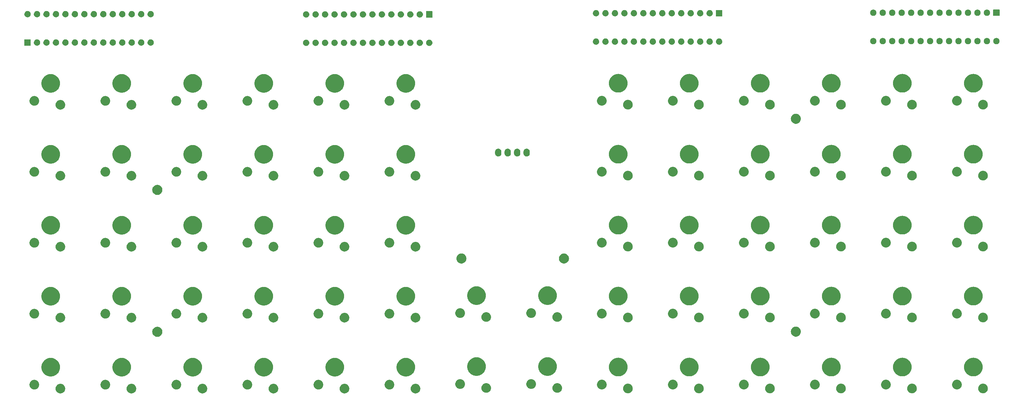
<source format=gbr>
G04 #@! TF.GenerationSoftware,KiCad,Pcbnew,7.0.2*
G04 #@! TF.CreationDate,2023-11-12T18:32:47-08:00*
G04 #@! TF.ProjectId,nomi_hw,6e6f6d69-5f68-4772-9e6b-696361645f70,rev?*
G04 #@! TF.SameCoordinates,Original*
G04 #@! TF.FileFunction,Soldermask,Bot*
G04 #@! TF.FilePolarity,Negative*
%FSLAX46Y46*%
G04 Gerber Fmt 4.6, Leading zero omitted, Abs format (unit mm)*
G04 Created by KiCad (PCBNEW 7.0.2) date 2023-11-12 18:32:47*
%MOMM*%
%LPD*%
G01*
G04 APERTURE LIST*
G04 APERTURE END LIST*
G36*
X64044318Y-125573652D02*
G01*
X64096044Y-125573652D01*
X64153054Y-125583165D01*
X64214558Y-125588546D01*
X64262856Y-125601487D01*
X64307913Y-125609006D01*
X64368359Y-125629757D01*
X64433610Y-125647241D01*
X64473578Y-125665878D01*
X64511075Y-125678751D01*
X64572684Y-125712092D01*
X64639142Y-125743082D01*
X64670427Y-125764988D01*
X64699985Y-125780984D01*
X64760153Y-125827814D01*
X64824909Y-125873157D01*
X64847731Y-125895979D01*
X64869493Y-125912917D01*
X64925396Y-125973644D01*
X64985266Y-126033514D01*
X65000377Y-126055096D01*
X65014977Y-126070955D01*
X65063687Y-126145511D01*
X65115341Y-126219281D01*
X65123962Y-126237768D01*
X65132460Y-126250776D01*
X65171024Y-126338695D01*
X65211182Y-126424813D01*
X65214922Y-126438772D01*
X65218744Y-126447485D01*
X65244335Y-126548544D01*
X65269877Y-126643865D01*
X65270617Y-126652327D01*
X65271475Y-126655714D01*
X65281529Y-126777051D01*
X65289642Y-126869781D01*
X65281528Y-126962518D01*
X65271475Y-127083847D01*
X65270617Y-127087233D01*
X65269877Y-127095697D01*
X65244331Y-127191034D01*
X65218744Y-127292076D01*
X65214923Y-127300786D01*
X65211182Y-127314749D01*
X65171017Y-127400882D01*
X65132460Y-127488785D01*
X65123963Y-127501789D01*
X65115341Y-127520281D01*
X65063677Y-127594064D01*
X65014977Y-127668606D01*
X65000380Y-127684461D01*
X64985266Y-127706048D01*
X64925385Y-127765928D01*
X64869493Y-127826644D01*
X64847735Y-127843578D01*
X64824909Y-127866405D01*
X64760140Y-127911756D01*
X64699985Y-127958577D01*
X64670433Y-127974569D01*
X64639142Y-127996480D01*
X64572671Y-128027475D01*
X64511075Y-128060810D01*
X64473586Y-128073679D01*
X64433610Y-128092321D01*
X64368346Y-128109808D01*
X64307913Y-128130555D01*
X64262863Y-128138072D01*
X64214558Y-128151016D01*
X64153050Y-128156397D01*
X64096044Y-128165910D01*
X64044318Y-128165910D01*
X63988642Y-128170781D01*
X63932966Y-128165910D01*
X63881240Y-128165910D01*
X63824232Y-128156397D01*
X63762726Y-128151016D01*
X63714421Y-128138072D01*
X63669370Y-128130555D01*
X63608933Y-128109807D01*
X63543674Y-128092321D01*
X63503700Y-128073681D01*
X63466208Y-128060810D01*
X63404605Y-128027472D01*
X63338142Y-127996480D01*
X63306853Y-127974571D01*
X63277298Y-127958577D01*
X63217133Y-127911749D01*
X63152375Y-127866405D01*
X63129551Y-127843581D01*
X63107790Y-127826644D01*
X63051886Y-127765916D01*
X62992018Y-127706048D01*
X62976906Y-127684466D01*
X62962306Y-127668606D01*
X62913591Y-127594043D01*
X62861943Y-127520281D01*
X62853322Y-127501794D01*
X62844823Y-127488785D01*
X62806249Y-127400846D01*
X62766102Y-127314749D01*
X62762362Y-127300792D01*
X62758539Y-127292076D01*
X62732934Y-127190966D01*
X62707407Y-127095697D01*
X62706667Y-127087239D01*
X62705808Y-127083847D01*
X62695736Y-126962302D01*
X62687642Y-126869781D01*
X62695735Y-126777267D01*
X62705808Y-126655714D01*
X62706667Y-126652321D01*
X62707407Y-126643865D01*
X62732929Y-126548612D01*
X62758539Y-126447485D01*
X62762362Y-126438767D01*
X62766102Y-126424813D01*
X62806242Y-126338731D01*
X62844823Y-126250776D01*
X62853324Y-126237763D01*
X62861943Y-126219281D01*
X62913581Y-126145532D01*
X62962306Y-126070955D01*
X62976909Y-126055091D01*
X62992018Y-126033514D01*
X63051874Y-125973657D01*
X63107790Y-125912917D01*
X63129556Y-125895975D01*
X63152375Y-125873157D01*
X63217120Y-125827821D01*
X63277298Y-125780984D01*
X63306859Y-125764985D01*
X63338142Y-125743082D01*
X63404592Y-125712095D01*
X63466208Y-125678751D01*
X63503708Y-125665877D01*
X63543674Y-125647241D01*
X63608920Y-125629758D01*
X63669370Y-125609006D01*
X63714429Y-125601487D01*
X63762726Y-125588546D01*
X63824229Y-125583165D01*
X63881240Y-125573652D01*
X63932966Y-125573652D01*
X63988642Y-125568781D01*
X64044318Y-125573652D01*
G37*
G36*
X83094318Y-125573653D02*
G01*
X83146044Y-125573653D01*
X83203054Y-125583166D01*
X83264558Y-125588547D01*
X83312856Y-125601488D01*
X83357913Y-125609007D01*
X83418359Y-125629758D01*
X83483610Y-125647242D01*
X83523578Y-125665879D01*
X83561075Y-125678752D01*
X83622684Y-125712093D01*
X83689142Y-125743083D01*
X83720427Y-125764989D01*
X83749985Y-125780985D01*
X83810153Y-125827815D01*
X83874909Y-125873158D01*
X83897731Y-125895980D01*
X83919493Y-125912918D01*
X83975396Y-125973645D01*
X84035266Y-126033515D01*
X84050377Y-126055097D01*
X84064977Y-126070956D01*
X84113687Y-126145512D01*
X84165341Y-126219282D01*
X84173962Y-126237769D01*
X84182460Y-126250777D01*
X84221024Y-126338696D01*
X84261182Y-126424814D01*
X84264922Y-126438773D01*
X84268744Y-126447486D01*
X84294335Y-126548545D01*
X84319877Y-126643866D01*
X84320617Y-126652328D01*
X84321475Y-126655715D01*
X84331530Y-126777062D01*
X84339642Y-126869782D01*
X84331527Y-126962529D01*
X84321475Y-127083848D01*
X84320617Y-127087234D01*
X84319877Y-127095698D01*
X84294331Y-127191035D01*
X84268744Y-127292077D01*
X84264923Y-127300787D01*
X84261182Y-127314750D01*
X84221017Y-127400883D01*
X84182460Y-127488786D01*
X84173963Y-127501790D01*
X84165341Y-127520282D01*
X84113677Y-127594065D01*
X84064977Y-127668607D01*
X84050380Y-127684462D01*
X84035266Y-127706049D01*
X83975385Y-127765929D01*
X83919493Y-127826645D01*
X83897735Y-127843579D01*
X83874909Y-127866406D01*
X83810140Y-127911757D01*
X83749985Y-127958578D01*
X83720433Y-127974570D01*
X83689142Y-127996481D01*
X83622671Y-128027476D01*
X83561075Y-128060811D01*
X83523586Y-128073680D01*
X83483610Y-128092322D01*
X83418346Y-128109809D01*
X83357913Y-128130556D01*
X83312863Y-128138073D01*
X83264558Y-128151017D01*
X83203050Y-128156398D01*
X83146044Y-128165911D01*
X83094318Y-128165911D01*
X83038642Y-128170782D01*
X82982966Y-128165911D01*
X82931240Y-128165911D01*
X82874232Y-128156398D01*
X82812726Y-128151017D01*
X82764421Y-128138073D01*
X82719370Y-128130556D01*
X82658933Y-128109808D01*
X82593674Y-128092322D01*
X82553700Y-128073682D01*
X82516208Y-128060811D01*
X82454605Y-128027473D01*
X82388142Y-127996481D01*
X82356853Y-127974572D01*
X82327298Y-127958578D01*
X82267133Y-127911750D01*
X82202375Y-127866406D01*
X82179551Y-127843582D01*
X82157790Y-127826645D01*
X82101886Y-127765917D01*
X82042018Y-127706049D01*
X82026906Y-127684467D01*
X82012306Y-127668607D01*
X81963591Y-127594044D01*
X81911943Y-127520282D01*
X81903322Y-127501795D01*
X81894823Y-127488786D01*
X81856249Y-127400847D01*
X81816102Y-127314750D01*
X81812362Y-127300793D01*
X81808539Y-127292077D01*
X81782934Y-127190967D01*
X81757407Y-127095698D01*
X81756667Y-127087240D01*
X81755808Y-127083848D01*
X81745737Y-126962313D01*
X81737642Y-126869782D01*
X81745734Y-126777278D01*
X81755808Y-126655715D01*
X81756667Y-126652322D01*
X81757407Y-126643866D01*
X81782929Y-126548613D01*
X81808539Y-126447486D01*
X81812362Y-126438768D01*
X81816102Y-126424814D01*
X81856242Y-126338732D01*
X81894823Y-126250777D01*
X81903324Y-126237764D01*
X81911943Y-126219282D01*
X81963581Y-126145533D01*
X82012306Y-126070956D01*
X82026909Y-126055092D01*
X82042018Y-126033515D01*
X82101874Y-125973658D01*
X82157790Y-125912918D01*
X82179556Y-125895976D01*
X82202375Y-125873158D01*
X82267120Y-125827822D01*
X82327298Y-125780985D01*
X82356859Y-125764986D01*
X82388142Y-125743083D01*
X82454592Y-125712096D01*
X82516208Y-125678752D01*
X82553708Y-125665878D01*
X82593674Y-125647242D01*
X82658920Y-125629759D01*
X82719370Y-125609007D01*
X82764429Y-125601488D01*
X82812726Y-125588547D01*
X82874229Y-125583166D01*
X82931240Y-125573653D01*
X82982966Y-125573653D01*
X83038642Y-125568782D01*
X83094318Y-125573653D01*
G37*
G36*
X90094318Y-126623653D02*
G01*
X90146044Y-126623653D01*
X90203054Y-126633166D01*
X90264558Y-126638547D01*
X90312856Y-126651488D01*
X90357913Y-126659007D01*
X90418359Y-126679758D01*
X90483610Y-126697242D01*
X90523578Y-126715879D01*
X90561075Y-126728752D01*
X90622684Y-126762093D01*
X90689142Y-126793083D01*
X90720427Y-126814989D01*
X90749985Y-126830985D01*
X90810153Y-126877815D01*
X90874909Y-126923158D01*
X90897731Y-126945980D01*
X90919493Y-126962918D01*
X90975396Y-127023645D01*
X91035266Y-127083515D01*
X91050377Y-127105097D01*
X91064977Y-127120956D01*
X91113687Y-127195512D01*
X91165341Y-127269282D01*
X91173962Y-127287769D01*
X91182460Y-127300777D01*
X91221024Y-127388696D01*
X91261182Y-127474814D01*
X91264922Y-127488773D01*
X91268744Y-127497486D01*
X91294335Y-127598545D01*
X91319877Y-127693866D01*
X91320617Y-127702328D01*
X91321475Y-127705715D01*
X91331540Y-127827185D01*
X91339642Y-127919782D01*
X91331538Y-128012406D01*
X91321475Y-128133848D01*
X91320617Y-128137234D01*
X91319877Y-128145698D01*
X91294331Y-128241035D01*
X91268744Y-128342077D01*
X91264923Y-128350787D01*
X91261182Y-128364750D01*
X91221017Y-128450883D01*
X91182460Y-128538786D01*
X91173963Y-128551790D01*
X91165341Y-128570282D01*
X91113677Y-128644065D01*
X91064977Y-128718607D01*
X91050380Y-128734462D01*
X91035266Y-128756049D01*
X90975385Y-128815929D01*
X90919493Y-128876645D01*
X90897735Y-128893579D01*
X90874909Y-128916406D01*
X90810140Y-128961757D01*
X90749985Y-129008578D01*
X90720433Y-129024570D01*
X90689142Y-129046481D01*
X90622671Y-129077476D01*
X90561075Y-129110811D01*
X90523586Y-129123680D01*
X90483610Y-129142322D01*
X90418346Y-129159809D01*
X90357913Y-129180556D01*
X90312863Y-129188073D01*
X90264558Y-129201017D01*
X90203050Y-129206398D01*
X90146044Y-129215911D01*
X90094318Y-129215911D01*
X90038642Y-129220782D01*
X89982966Y-129215911D01*
X89931240Y-129215911D01*
X89874232Y-129206398D01*
X89812726Y-129201017D01*
X89764421Y-129188073D01*
X89719370Y-129180556D01*
X89658933Y-129159808D01*
X89593674Y-129142322D01*
X89553700Y-129123682D01*
X89516208Y-129110811D01*
X89454605Y-129077473D01*
X89388142Y-129046481D01*
X89356853Y-129024572D01*
X89327298Y-129008578D01*
X89267133Y-128961750D01*
X89202375Y-128916406D01*
X89179551Y-128893582D01*
X89157790Y-128876645D01*
X89101886Y-128815917D01*
X89042018Y-128756049D01*
X89026906Y-128734467D01*
X89012306Y-128718607D01*
X88963591Y-128644044D01*
X88911943Y-128570282D01*
X88903322Y-128551795D01*
X88894823Y-128538786D01*
X88856249Y-128450847D01*
X88816102Y-128364750D01*
X88812362Y-128350793D01*
X88808539Y-128342077D01*
X88782934Y-128240967D01*
X88757407Y-128145698D01*
X88756667Y-128137240D01*
X88755808Y-128133848D01*
X88745737Y-128012313D01*
X88737642Y-127919782D01*
X88745734Y-127827278D01*
X88755808Y-127705715D01*
X88756667Y-127702322D01*
X88757407Y-127693866D01*
X88782929Y-127598613D01*
X88808539Y-127497486D01*
X88812362Y-127488768D01*
X88816102Y-127474814D01*
X88856242Y-127388732D01*
X88894823Y-127300777D01*
X88903324Y-127287764D01*
X88911943Y-127269282D01*
X88963581Y-127195533D01*
X89012306Y-127120956D01*
X89026909Y-127105092D01*
X89042018Y-127083515D01*
X89101874Y-127023658D01*
X89157790Y-126962918D01*
X89179556Y-126945976D01*
X89202375Y-126923158D01*
X89267120Y-126877822D01*
X89327298Y-126830985D01*
X89356859Y-126814986D01*
X89388142Y-126793083D01*
X89454592Y-126762096D01*
X89516208Y-126728752D01*
X89553708Y-126715878D01*
X89593674Y-126697242D01*
X89658920Y-126679759D01*
X89719370Y-126659007D01*
X89764429Y-126651488D01*
X89812726Y-126638547D01*
X89874229Y-126633166D01*
X89931240Y-126623653D01*
X89982966Y-126623653D01*
X90038642Y-126618782D01*
X90094318Y-126623653D01*
G37*
G36*
X102144318Y-125573653D02*
G01*
X102196044Y-125573653D01*
X102253054Y-125583166D01*
X102314558Y-125588547D01*
X102362856Y-125601488D01*
X102407913Y-125609007D01*
X102468359Y-125629758D01*
X102533610Y-125647242D01*
X102573578Y-125665879D01*
X102611075Y-125678752D01*
X102672684Y-125712093D01*
X102739142Y-125743083D01*
X102770427Y-125764989D01*
X102799985Y-125780985D01*
X102860153Y-125827815D01*
X102924909Y-125873158D01*
X102947731Y-125895980D01*
X102969493Y-125912918D01*
X103025396Y-125973645D01*
X103085266Y-126033515D01*
X103100377Y-126055097D01*
X103114977Y-126070956D01*
X103163687Y-126145512D01*
X103215341Y-126219282D01*
X103223962Y-126237769D01*
X103232460Y-126250777D01*
X103271024Y-126338696D01*
X103311182Y-126424814D01*
X103314922Y-126438773D01*
X103318744Y-126447486D01*
X103344335Y-126548545D01*
X103369877Y-126643866D01*
X103370617Y-126652328D01*
X103371475Y-126655715D01*
X103381540Y-126777185D01*
X103389642Y-126869782D01*
X103381538Y-126962406D01*
X103371475Y-127083848D01*
X103370617Y-127087234D01*
X103369877Y-127095698D01*
X103344331Y-127191035D01*
X103318744Y-127292077D01*
X103314923Y-127300787D01*
X103311182Y-127314750D01*
X103271017Y-127400883D01*
X103232460Y-127488786D01*
X103223963Y-127501790D01*
X103215341Y-127520282D01*
X103163677Y-127594065D01*
X103114977Y-127668607D01*
X103100380Y-127684462D01*
X103085266Y-127706049D01*
X103025385Y-127765929D01*
X102969493Y-127826645D01*
X102947735Y-127843579D01*
X102924909Y-127866406D01*
X102860140Y-127911757D01*
X102799985Y-127958578D01*
X102770433Y-127974570D01*
X102739142Y-127996481D01*
X102672671Y-128027476D01*
X102611075Y-128060811D01*
X102573586Y-128073680D01*
X102533610Y-128092322D01*
X102468346Y-128109809D01*
X102407913Y-128130556D01*
X102362863Y-128138073D01*
X102314558Y-128151017D01*
X102253050Y-128156398D01*
X102196044Y-128165911D01*
X102144318Y-128165911D01*
X102088642Y-128170782D01*
X102032966Y-128165911D01*
X101981240Y-128165911D01*
X101924232Y-128156398D01*
X101862726Y-128151017D01*
X101814421Y-128138073D01*
X101769370Y-128130556D01*
X101708933Y-128109808D01*
X101643674Y-128092322D01*
X101603700Y-128073682D01*
X101566208Y-128060811D01*
X101504605Y-128027473D01*
X101438142Y-127996481D01*
X101406853Y-127974572D01*
X101377298Y-127958578D01*
X101317133Y-127911750D01*
X101252375Y-127866406D01*
X101229551Y-127843582D01*
X101207790Y-127826645D01*
X101151886Y-127765917D01*
X101092018Y-127706049D01*
X101076906Y-127684467D01*
X101062306Y-127668607D01*
X101013591Y-127594044D01*
X100961943Y-127520282D01*
X100953322Y-127501795D01*
X100944823Y-127488786D01*
X100906249Y-127400847D01*
X100866102Y-127314750D01*
X100862362Y-127300793D01*
X100858539Y-127292077D01*
X100832934Y-127190967D01*
X100807407Y-127095698D01*
X100806667Y-127087240D01*
X100805808Y-127083848D01*
X100795737Y-126962313D01*
X100787642Y-126869782D01*
X100795734Y-126777278D01*
X100805808Y-126655715D01*
X100806667Y-126652322D01*
X100807407Y-126643866D01*
X100832929Y-126548613D01*
X100858539Y-126447486D01*
X100862362Y-126438768D01*
X100866102Y-126424814D01*
X100906242Y-126338732D01*
X100944823Y-126250777D01*
X100953324Y-126237764D01*
X100961943Y-126219282D01*
X101013581Y-126145533D01*
X101062306Y-126070956D01*
X101076909Y-126055092D01*
X101092018Y-126033515D01*
X101151874Y-125973658D01*
X101207790Y-125912918D01*
X101229556Y-125895976D01*
X101252375Y-125873158D01*
X101317120Y-125827822D01*
X101377298Y-125780985D01*
X101406859Y-125764986D01*
X101438142Y-125743083D01*
X101504592Y-125712096D01*
X101566208Y-125678752D01*
X101603708Y-125665878D01*
X101643674Y-125647242D01*
X101708920Y-125629759D01*
X101769370Y-125609007D01*
X101814429Y-125601488D01*
X101862726Y-125588547D01*
X101924229Y-125583166D01*
X101981240Y-125573653D01*
X102032966Y-125573653D01*
X102088642Y-125568782D01*
X102144318Y-125573653D01*
G37*
G36*
X109144318Y-126623653D02*
G01*
X109196044Y-126623653D01*
X109253054Y-126633166D01*
X109314558Y-126638547D01*
X109362856Y-126651488D01*
X109407913Y-126659007D01*
X109468359Y-126679758D01*
X109533610Y-126697242D01*
X109573578Y-126715879D01*
X109611075Y-126728752D01*
X109672684Y-126762093D01*
X109739142Y-126793083D01*
X109770427Y-126814989D01*
X109799985Y-126830985D01*
X109860153Y-126877815D01*
X109924909Y-126923158D01*
X109947731Y-126945980D01*
X109969493Y-126962918D01*
X110025396Y-127023645D01*
X110085266Y-127083515D01*
X110100377Y-127105097D01*
X110114977Y-127120956D01*
X110163687Y-127195512D01*
X110215341Y-127269282D01*
X110223962Y-127287769D01*
X110232460Y-127300777D01*
X110271024Y-127388696D01*
X110311182Y-127474814D01*
X110314922Y-127488773D01*
X110318744Y-127497486D01*
X110344335Y-127598545D01*
X110369877Y-127693866D01*
X110370617Y-127702328D01*
X110371475Y-127705715D01*
X110381540Y-127827185D01*
X110389642Y-127919782D01*
X110381538Y-128012406D01*
X110371475Y-128133848D01*
X110370617Y-128137234D01*
X110369877Y-128145698D01*
X110344331Y-128241035D01*
X110318744Y-128342077D01*
X110314923Y-128350787D01*
X110311182Y-128364750D01*
X110271017Y-128450883D01*
X110232460Y-128538786D01*
X110223963Y-128551790D01*
X110215341Y-128570282D01*
X110163677Y-128644065D01*
X110114977Y-128718607D01*
X110100380Y-128734462D01*
X110085266Y-128756049D01*
X110025385Y-128815929D01*
X109969493Y-128876645D01*
X109947735Y-128893579D01*
X109924909Y-128916406D01*
X109860140Y-128961757D01*
X109799985Y-129008578D01*
X109770433Y-129024570D01*
X109739142Y-129046481D01*
X109672671Y-129077476D01*
X109611075Y-129110811D01*
X109573586Y-129123680D01*
X109533610Y-129142322D01*
X109468346Y-129159809D01*
X109407913Y-129180556D01*
X109362863Y-129188073D01*
X109314558Y-129201017D01*
X109253050Y-129206398D01*
X109196044Y-129215911D01*
X109144318Y-129215911D01*
X109088642Y-129220782D01*
X109032966Y-129215911D01*
X108981240Y-129215911D01*
X108924232Y-129206398D01*
X108862726Y-129201017D01*
X108814421Y-129188073D01*
X108769370Y-129180556D01*
X108708933Y-129159808D01*
X108643674Y-129142322D01*
X108603700Y-129123682D01*
X108566208Y-129110811D01*
X108504605Y-129077473D01*
X108438142Y-129046481D01*
X108406853Y-129024572D01*
X108377298Y-129008578D01*
X108317133Y-128961750D01*
X108252375Y-128916406D01*
X108229551Y-128893582D01*
X108207790Y-128876645D01*
X108151886Y-128815917D01*
X108092018Y-128756049D01*
X108076906Y-128734467D01*
X108062306Y-128718607D01*
X108013591Y-128644044D01*
X107961943Y-128570282D01*
X107953322Y-128551795D01*
X107944823Y-128538786D01*
X107906249Y-128450847D01*
X107866102Y-128364750D01*
X107862362Y-128350793D01*
X107858539Y-128342077D01*
X107832934Y-128240967D01*
X107807407Y-128145698D01*
X107806667Y-128137240D01*
X107805808Y-128133848D01*
X107795737Y-128012313D01*
X107787642Y-127919782D01*
X107795734Y-127827278D01*
X107805808Y-127705715D01*
X107806667Y-127702322D01*
X107807407Y-127693866D01*
X107832929Y-127598613D01*
X107858539Y-127497486D01*
X107862362Y-127488768D01*
X107866102Y-127474814D01*
X107906242Y-127388732D01*
X107944823Y-127300777D01*
X107953324Y-127287764D01*
X107961943Y-127269282D01*
X108013581Y-127195533D01*
X108062306Y-127120956D01*
X108076909Y-127105092D01*
X108092018Y-127083515D01*
X108151874Y-127023658D01*
X108207790Y-126962918D01*
X108229556Y-126945976D01*
X108252375Y-126923158D01*
X108317120Y-126877822D01*
X108377298Y-126830985D01*
X108406859Y-126814986D01*
X108438142Y-126793083D01*
X108504592Y-126762096D01*
X108566208Y-126728752D01*
X108603708Y-126715878D01*
X108643674Y-126697242D01*
X108708920Y-126679759D01*
X108769370Y-126659007D01*
X108814429Y-126651488D01*
X108862726Y-126638547D01*
X108924229Y-126633166D01*
X108981240Y-126623653D01*
X109032966Y-126623653D01*
X109088642Y-126618782D01*
X109144318Y-126623653D01*
G37*
G36*
X121194318Y-125573653D02*
G01*
X121246044Y-125573653D01*
X121303054Y-125583166D01*
X121364558Y-125588547D01*
X121412856Y-125601488D01*
X121457913Y-125609007D01*
X121518359Y-125629758D01*
X121583610Y-125647242D01*
X121623578Y-125665879D01*
X121661075Y-125678752D01*
X121722684Y-125712093D01*
X121789142Y-125743083D01*
X121820427Y-125764989D01*
X121849985Y-125780985D01*
X121910153Y-125827815D01*
X121974909Y-125873158D01*
X121997731Y-125895980D01*
X122019493Y-125912918D01*
X122075396Y-125973645D01*
X122135266Y-126033515D01*
X122150377Y-126055097D01*
X122164977Y-126070956D01*
X122213687Y-126145512D01*
X122265341Y-126219282D01*
X122273962Y-126237769D01*
X122282460Y-126250777D01*
X122321024Y-126338696D01*
X122361182Y-126424814D01*
X122364922Y-126438773D01*
X122368744Y-126447486D01*
X122394335Y-126548545D01*
X122419877Y-126643866D01*
X122420617Y-126652328D01*
X122421475Y-126655715D01*
X122431540Y-126777185D01*
X122439642Y-126869782D01*
X122431538Y-126962406D01*
X122421475Y-127083848D01*
X122420617Y-127087234D01*
X122419877Y-127095698D01*
X122394331Y-127191035D01*
X122368744Y-127292077D01*
X122364923Y-127300787D01*
X122361182Y-127314750D01*
X122321017Y-127400883D01*
X122282460Y-127488786D01*
X122273963Y-127501790D01*
X122265341Y-127520282D01*
X122213677Y-127594065D01*
X122164977Y-127668607D01*
X122150380Y-127684462D01*
X122135266Y-127706049D01*
X122075385Y-127765929D01*
X122019493Y-127826645D01*
X121997735Y-127843579D01*
X121974909Y-127866406D01*
X121910140Y-127911757D01*
X121849985Y-127958578D01*
X121820433Y-127974570D01*
X121789142Y-127996481D01*
X121722671Y-128027476D01*
X121661075Y-128060811D01*
X121623586Y-128073680D01*
X121583610Y-128092322D01*
X121518346Y-128109809D01*
X121457913Y-128130556D01*
X121412863Y-128138073D01*
X121364558Y-128151017D01*
X121303050Y-128156398D01*
X121246044Y-128165911D01*
X121194318Y-128165911D01*
X121138642Y-128170782D01*
X121082966Y-128165911D01*
X121031240Y-128165911D01*
X120974232Y-128156398D01*
X120912726Y-128151017D01*
X120864421Y-128138073D01*
X120819370Y-128130556D01*
X120758933Y-128109808D01*
X120693674Y-128092322D01*
X120653700Y-128073682D01*
X120616208Y-128060811D01*
X120554605Y-128027473D01*
X120488142Y-127996481D01*
X120456853Y-127974572D01*
X120427298Y-127958578D01*
X120367133Y-127911750D01*
X120302375Y-127866406D01*
X120279551Y-127843582D01*
X120257790Y-127826645D01*
X120201886Y-127765917D01*
X120142018Y-127706049D01*
X120126906Y-127684467D01*
X120112306Y-127668607D01*
X120063591Y-127594044D01*
X120011943Y-127520282D01*
X120003322Y-127501795D01*
X119994823Y-127488786D01*
X119956249Y-127400847D01*
X119916102Y-127314750D01*
X119912362Y-127300793D01*
X119908539Y-127292077D01*
X119882934Y-127190967D01*
X119857407Y-127095698D01*
X119856667Y-127087240D01*
X119855808Y-127083848D01*
X119845737Y-126962313D01*
X119837642Y-126869782D01*
X119845734Y-126777278D01*
X119855808Y-126655715D01*
X119856667Y-126652322D01*
X119857407Y-126643866D01*
X119882929Y-126548613D01*
X119908539Y-126447486D01*
X119912362Y-126438768D01*
X119916102Y-126424814D01*
X119956242Y-126338732D01*
X119994823Y-126250777D01*
X120003324Y-126237764D01*
X120011943Y-126219282D01*
X120063581Y-126145533D01*
X120112306Y-126070956D01*
X120126909Y-126055092D01*
X120142018Y-126033515D01*
X120201874Y-125973658D01*
X120257790Y-125912918D01*
X120279556Y-125895976D01*
X120302375Y-125873158D01*
X120367120Y-125827822D01*
X120427298Y-125780985D01*
X120456859Y-125764986D01*
X120488142Y-125743083D01*
X120554592Y-125712096D01*
X120616208Y-125678752D01*
X120653708Y-125665878D01*
X120693674Y-125647242D01*
X120758920Y-125629759D01*
X120819370Y-125609007D01*
X120864429Y-125601488D01*
X120912726Y-125588547D01*
X120974229Y-125583166D01*
X121031240Y-125573653D01*
X121082966Y-125573653D01*
X121138642Y-125568782D01*
X121194318Y-125573653D01*
G37*
G36*
X128194318Y-126623653D02*
G01*
X128246044Y-126623653D01*
X128303054Y-126633166D01*
X128364558Y-126638547D01*
X128412856Y-126651488D01*
X128457913Y-126659007D01*
X128518359Y-126679758D01*
X128583610Y-126697242D01*
X128623578Y-126715879D01*
X128661075Y-126728752D01*
X128722684Y-126762093D01*
X128789142Y-126793083D01*
X128820427Y-126814989D01*
X128849985Y-126830985D01*
X128910153Y-126877815D01*
X128974909Y-126923158D01*
X128997731Y-126945980D01*
X129019493Y-126962918D01*
X129075396Y-127023645D01*
X129135266Y-127083515D01*
X129150377Y-127105097D01*
X129164977Y-127120956D01*
X129213687Y-127195512D01*
X129265341Y-127269282D01*
X129273962Y-127287769D01*
X129282460Y-127300777D01*
X129321024Y-127388696D01*
X129361182Y-127474814D01*
X129364922Y-127488773D01*
X129368744Y-127497486D01*
X129394335Y-127598545D01*
X129419877Y-127693866D01*
X129420617Y-127702328D01*
X129421475Y-127705715D01*
X129431540Y-127827185D01*
X129439642Y-127919782D01*
X129431538Y-128012406D01*
X129421475Y-128133848D01*
X129420617Y-128137234D01*
X129419877Y-128145698D01*
X129394331Y-128241035D01*
X129368744Y-128342077D01*
X129364923Y-128350787D01*
X129361182Y-128364750D01*
X129321017Y-128450883D01*
X129282460Y-128538786D01*
X129273963Y-128551790D01*
X129265341Y-128570282D01*
X129213677Y-128644065D01*
X129164977Y-128718607D01*
X129150380Y-128734462D01*
X129135266Y-128756049D01*
X129075385Y-128815929D01*
X129019493Y-128876645D01*
X128997735Y-128893579D01*
X128974909Y-128916406D01*
X128910140Y-128961757D01*
X128849985Y-129008578D01*
X128820433Y-129024570D01*
X128789142Y-129046481D01*
X128722671Y-129077476D01*
X128661075Y-129110811D01*
X128623586Y-129123680D01*
X128583610Y-129142322D01*
X128518346Y-129159809D01*
X128457913Y-129180556D01*
X128412863Y-129188073D01*
X128364558Y-129201017D01*
X128303050Y-129206398D01*
X128246044Y-129215911D01*
X128194318Y-129215911D01*
X128138642Y-129220782D01*
X128082966Y-129215911D01*
X128031240Y-129215911D01*
X127974232Y-129206398D01*
X127912726Y-129201017D01*
X127864421Y-129188073D01*
X127819370Y-129180556D01*
X127758933Y-129159808D01*
X127693674Y-129142322D01*
X127653700Y-129123682D01*
X127616208Y-129110811D01*
X127554605Y-129077473D01*
X127488142Y-129046481D01*
X127456853Y-129024572D01*
X127427298Y-129008578D01*
X127367133Y-128961750D01*
X127302375Y-128916406D01*
X127279551Y-128893582D01*
X127257790Y-128876645D01*
X127201886Y-128815917D01*
X127142018Y-128756049D01*
X127126906Y-128734467D01*
X127112306Y-128718607D01*
X127063591Y-128644044D01*
X127011943Y-128570282D01*
X127003322Y-128551795D01*
X126994823Y-128538786D01*
X126956249Y-128450847D01*
X126916102Y-128364750D01*
X126912362Y-128350793D01*
X126908539Y-128342077D01*
X126882934Y-128240967D01*
X126857407Y-128145698D01*
X126856667Y-128137240D01*
X126855808Y-128133848D01*
X126845737Y-128012313D01*
X126837642Y-127919782D01*
X126845734Y-127827278D01*
X126855808Y-127705715D01*
X126856667Y-127702322D01*
X126857407Y-127693866D01*
X126882929Y-127598613D01*
X126908539Y-127497486D01*
X126912362Y-127488768D01*
X126916102Y-127474814D01*
X126956242Y-127388732D01*
X126994823Y-127300777D01*
X127003324Y-127287764D01*
X127011943Y-127269282D01*
X127063581Y-127195533D01*
X127112306Y-127120956D01*
X127126909Y-127105092D01*
X127142018Y-127083515D01*
X127201874Y-127023658D01*
X127257790Y-126962918D01*
X127279556Y-126945976D01*
X127302375Y-126923158D01*
X127367120Y-126877822D01*
X127427298Y-126830985D01*
X127456859Y-126814986D01*
X127488142Y-126793083D01*
X127554592Y-126762096D01*
X127616208Y-126728752D01*
X127653708Y-126715878D01*
X127693674Y-126697242D01*
X127758920Y-126679759D01*
X127819370Y-126659007D01*
X127864429Y-126651488D01*
X127912726Y-126638547D01*
X127974229Y-126633166D01*
X128031240Y-126623653D01*
X128082966Y-126623653D01*
X128138642Y-126618782D01*
X128194318Y-126623653D01*
G37*
G36*
X140244318Y-125573653D02*
G01*
X140296044Y-125573653D01*
X140353054Y-125583166D01*
X140414558Y-125588547D01*
X140462856Y-125601488D01*
X140507913Y-125609007D01*
X140568359Y-125629758D01*
X140633610Y-125647242D01*
X140673578Y-125665879D01*
X140711075Y-125678752D01*
X140772684Y-125712093D01*
X140839142Y-125743083D01*
X140870427Y-125764989D01*
X140899985Y-125780985D01*
X140960153Y-125827815D01*
X141024909Y-125873158D01*
X141047731Y-125895980D01*
X141069493Y-125912918D01*
X141125396Y-125973645D01*
X141185266Y-126033515D01*
X141200377Y-126055097D01*
X141214977Y-126070956D01*
X141263687Y-126145512D01*
X141315341Y-126219282D01*
X141323962Y-126237769D01*
X141332460Y-126250777D01*
X141371024Y-126338696D01*
X141411182Y-126424814D01*
X141414922Y-126438773D01*
X141418744Y-126447486D01*
X141444335Y-126548545D01*
X141469877Y-126643866D01*
X141470617Y-126652328D01*
X141471475Y-126655715D01*
X141481540Y-126777185D01*
X141489642Y-126869782D01*
X141481538Y-126962406D01*
X141471475Y-127083848D01*
X141470617Y-127087234D01*
X141469877Y-127095698D01*
X141444331Y-127191035D01*
X141418744Y-127292077D01*
X141414923Y-127300787D01*
X141411182Y-127314750D01*
X141371017Y-127400883D01*
X141332460Y-127488786D01*
X141323963Y-127501790D01*
X141315341Y-127520282D01*
X141263677Y-127594065D01*
X141214977Y-127668607D01*
X141200380Y-127684462D01*
X141185266Y-127706049D01*
X141125385Y-127765929D01*
X141069493Y-127826645D01*
X141047735Y-127843579D01*
X141024909Y-127866406D01*
X140960140Y-127911757D01*
X140899985Y-127958578D01*
X140870433Y-127974570D01*
X140839142Y-127996481D01*
X140772671Y-128027476D01*
X140711075Y-128060811D01*
X140673586Y-128073680D01*
X140633610Y-128092322D01*
X140568346Y-128109809D01*
X140507913Y-128130556D01*
X140462863Y-128138073D01*
X140414558Y-128151017D01*
X140353050Y-128156398D01*
X140296044Y-128165911D01*
X140244318Y-128165911D01*
X140188642Y-128170782D01*
X140132966Y-128165911D01*
X140081240Y-128165911D01*
X140024232Y-128156398D01*
X139962726Y-128151017D01*
X139914421Y-128138073D01*
X139869370Y-128130556D01*
X139808933Y-128109808D01*
X139743674Y-128092322D01*
X139703700Y-128073682D01*
X139666208Y-128060811D01*
X139604605Y-128027473D01*
X139538142Y-127996481D01*
X139506853Y-127974572D01*
X139477298Y-127958578D01*
X139417133Y-127911750D01*
X139352375Y-127866406D01*
X139329551Y-127843582D01*
X139307790Y-127826645D01*
X139251886Y-127765917D01*
X139192018Y-127706049D01*
X139176906Y-127684467D01*
X139162306Y-127668607D01*
X139113591Y-127594044D01*
X139061943Y-127520282D01*
X139053322Y-127501795D01*
X139044823Y-127488786D01*
X139006249Y-127400847D01*
X138966102Y-127314750D01*
X138962362Y-127300793D01*
X138958539Y-127292077D01*
X138932934Y-127190967D01*
X138907407Y-127095698D01*
X138906667Y-127087240D01*
X138905808Y-127083848D01*
X138895737Y-126962313D01*
X138887642Y-126869782D01*
X138895734Y-126777278D01*
X138905808Y-126655715D01*
X138906667Y-126652322D01*
X138907407Y-126643866D01*
X138932929Y-126548613D01*
X138958539Y-126447486D01*
X138962362Y-126438768D01*
X138966102Y-126424814D01*
X139006242Y-126338732D01*
X139044823Y-126250777D01*
X139053324Y-126237764D01*
X139061943Y-126219282D01*
X139113581Y-126145533D01*
X139162306Y-126070956D01*
X139176909Y-126055092D01*
X139192018Y-126033515D01*
X139251874Y-125973658D01*
X139307790Y-125912918D01*
X139329556Y-125895976D01*
X139352375Y-125873158D01*
X139417120Y-125827822D01*
X139477298Y-125780985D01*
X139506859Y-125764986D01*
X139538142Y-125743083D01*
X139604592Y-125712096D01*
X139666208Y-125678752D01*
X139703708Y-125665878D01*
X139743674Y-125647242D01*
X139808920Y-125629759D01*
X139869370Y-125609007D01*
X139914429Y-125601488D01*
X139962726Y-125588547D01*
X140024229Y-125583166D01*
X140081240Y-125573653D01*
X140132966Y-125573653D01*
X140188642Y-125568782D01*
X140244318Y-125573653D01*
G37*
G36*
X147244318Y-126623653D02*
G01*
X147296044Y-126623653D01*
X147353054Y-126633166D01*
X147414558Y-126638547D01*
X147462856Y-126651488D01*
X147507913Y-126659007D01*
X147568359Y-126679758D01*
X147633610Y-126697242D01*
X147673578Y-126715879D01*
X147711075Y-126728752D01*
X147772684Y-126762093D01*
X147839142Y-126793083D01*
X147870427Y-126814989D01*
X147899985Y-126830985D01*
X147960153Y-126877815D01*
X148024909Y-126923158D01*
X148047731Y-126945980D01*
X148069493Y-126962918D01*
X148125396Y-127023645D01*
X148185266Y-127083515D01*
X148200377Y-127105097D01*
X148214977Y-127120956D01*
X148263687Y-127195512D01*
X148315341Y-127269282D01*
X148323962Y-127287769D01*
X148332460Y-127300777D01*
X148371024Y-127388696D01*
X148411182Y-127474814D01*
X148414922Y-127488773D01*
X148418744Y-127497486D01*
X148444335Y-127598545D01*
X148469877Y-127693866D01*
X148470617Y-127702328D01*
X148471475Y-127705715D01*
X148481540Y-127827185D01*
X148489642Y-127919782D01*
X148481538Y-128012406D01*
X148471475Y-128133848D01*
X148470617Y-128137234D01*
X148469877Y-128145698D01*
X148444331Y-128241035D01*
X148418744Y-128342077D01*
X148414923Y-128350787D01*
X148411182Y-128364750D01*
X148371017Y-128450883D01*
X148332460Y-128538786D01*
X148323963Y-128551790D01*
X148315341Y-128570282D01*
X148263677Y-128644065D01*
X148214977Y-128718607D01*
X148200380Y-128734462D01*
X148185266Y-128756049D01*
X148125385Y-128815929D01*
X148069493Y-128876645D01*
X148047735Y-128893579D01*
X148024909Y-128916406D01*
X147960140Y-128961757D01*
X147899985Y-129008578D01*
X147870433Y-129024570D01*
X147839142Y-129046481D01*
X147772671Y-129077476D01*
X147711075Y-129110811D01*
X147673586Y-129123680D01*
X147633610Y-129142322D01*
X147568346Y-129159809D01*
X147507913Y-129180556D01*
X147462863Y-129188073D01*
X147414558Y-129201017D01*
X147353050Y-129206398D01*
X147296044Y-129215911D01*
X147244318Y-129215911D01*
X147188642Y-129220782D01*
X147132966Y-129215911D01*
X147081240Y-129215911D01*
X147024232Y-129206398D01*
X146962726Y-129201017D01*
X146914421Y-129188073D01*
X146869370Y-129180556D01*
X146808933Y-129159808D01*
X146743674Y-129142322D01*
X146703700Y-129123682D01*
X146666208Y-129110811D01*
X146604605Y-129077473D01*
X146538142Y-129046481D01*
X146506853Y-129024572D01*
X146477298Y-129008578D01*
X146417133Y-128961750D01*
X146352375Y-128916406D01*
X146329551Y-128893582D01*
X146307790Y-128876645D01*
X146251886Y-128815917D01*
X146192018Y-128756049D01*
X146176906Y-128734467D01*
X146162306Y-128718607D01*
X146113591Y-128644044D01*
X146061943Y-128570282D01*
X146053322Y-128551795D01*
X146044823Y-128538786D01*
X146006249Y-128450847D01*
X145966102Y-128364750D01*
X145962362Y-128350793D01*
X145958539Y-128342077D01*
X145932934Y-128240967D01*
X145907407Y-128145698D01*
X145906667Y-128137240D01*
X145905808Y-128133848D01*
X145895737Y-128012313D01*
X145887642Y-127919782D01*
X145895734Y-127827278D01*
X145905808Y-127705715D01*
X145906667Y-127702322D01*
X145907407Y-127693866D01*
X145932929Y-127598613D01*
X145958539Y-127497486D01*
X145962362Y-127488768D01*
X145966102Y-127474814D01*
X146006242Y-127388732D01*
X146044823Y-127300777D01*
X146053324Y-127287764D01*
X146061943Y-127269282D01*
X146113581Y-127195533D01*
X146162306Y-127120956D01*
X146176909Y-127105092D01*
X146192018Y-127083515D01*
X146251874Y-127023658D01*
X146307790Y-126962918D01*
X146329556Y-126945976D01*
X146352375Y-126923158D01*
X146417120Y-126877822D01*
X146477298Y-126830985D01*
X146506859Y-126814986D01*
X146538142Y-126793083D01*
X146604592Y-126762096D01*
X146666208Y-126728752D01*
X146703708Y-126715878D01*
X146743674Y-126697242D01*
X146808920Y-126679759D01*
X146869370Y-126659007D01*
X146914429Y-126651488D01*
X146962726Y-126638547D01*
X147024229Y-126633166D01*
X147081240Y-126623653D01*
X147132966Y-126623653D01*
X147188642Y-126618782D01*
X147244318Y-126623653D01*
G37*
G36*
X44994318Y-125573652D02*
G01*
X45046044Y-125573652D01*
X45103054Y-125583165D01*
X45164558Y-125588546D01*
X45212856Y-125601487D01*
X45257913Y-125609006D01*
X45318359Y-125629757D01*
X45383610Y-125647241D01*
X45423578Y-125665878D01*
X45461075Y-125678751D01*
X45522684Y-125712092D01*
X45589142Y-125743082D01*
X45620427Y-125764988D01*
X45649985Y-125780984D01*
X45710153Y-125827814D01*
X45774909Y-125873157D01*
X45797731Y-125895979D01*
X45819493Y-125912917D01*
X45875396Y-125973644D01*
X45935266Y-126033514D01*
X45950377Y-126055096D01*
X45964977Y-126070955D01*
X46013687Y-126145511D01*
X46065341Y-126219281D01*
X46073962Y-126237768D01*
X46082460Y-126250776D01*
X46121024Y-126338695D01*
X46161182Y-126424813D01*
X46164922Y-126438772D01*
X46168744Y-126447485D01*
X46194335Y-126548544D01*
X46219877Y-126643865D01*
X46220617Y-126652327D01*
X46221475Y-126655714D01*
X46231529Y-126777051D01*
X46239642Y-126869781D01*
X46231528Y-126962518D01*
X46221475Y-127083847D01*
X46220617Y-127087233D01*
X46219877Y-127095697D01*
X46194331Y-127191034D01*
X46168744Y-127292076D01*
X46164923Y-127300786D01*
X46161182Y-127314749D01*
X46121017Y-127400882D01*
X46082460Y-127488785D01*
X46073963Y-127501789D01*
X46065341Y-127520281D01*
X46013677Y-127594064D01*
X45964977Y-127668606D01*
X45950380Y-127684461D01*
X45935266Y-127706048D01*
X45875385Y-127765928D01*
X45819493Y-127826644D01*
X45797735Y-127843578D01*
X45774909Y-127866405D01*
X45710140Y-127911756D01*
X45649985Y-127958577D01*
X45620433Y-127974569D01*
X45589142Y-127996480D01*
X45522671Y-128027475D01*
X45461075Y-128060810D01*
X45423586Y-128073679D01*
X45383610Y-128092321D01*
X45318346Y-128109808D01*
X45257913Y-128130555D01*
X45212863Y-128138072D01*
X45164558Y-128151016D01*
X45103050Y-128156397D01*
X45046044Y-128165910D01*
X44994318Y-128165910D01*
X44938642Y-128170781D01*
X44882966Y-128165910D01*
X44831240Y-128165910D01*
X44774232Y-128156397D01*
X44712726Y-128151016D01*
X44664421Y-128138072D01*
X44619370Y-128130555D01*
X44558933Y-128109807D01*
X44493674Y-128092321D01*
X44453700Y-128073681D01*
X44416208Y-128060810D01*
X44354605Y-128027472D01*
X44288142Y-127996480D01*
X44256853Y-127974571D01*
X44227298Y-127958577D01*
X44167133Y-127911749D01*
X44102375Y-127866405D01*
X44079551Y-127843581D01*
X44057790Y-127826644D01*
X44001886Y-127765916D01*
X43942018Y-127706048D01*
X43926906Y-127684466D01*
X43912306Y-127668606D01*
X43863591Y-127594043D01*
X43811943Y-127520281D01*
X43803322Y-127501794D01*
X43794823Y-127488785D01*
X43756249Y-127400846D01*
X43716102Y-127314749D01*
X43712362Y-127300792D01*
X43708539Y-127292076D01*
X43682934Y-127190966D01*
X43657407Y-127095697D01*
X43656667Y-127087239D01*
X43655808Y-127083847D01*
X43645736Y-126962302D01*
X43637642Y-126869781D01*
X43645735Y-126777267D01*
X43655808Y-126655714D01*
X43656667Y-126652321D01*
X43657407Y-126643865D01*
X43682929Y-126548612D01*
X43708539Y-126447485D01*
X43712362Y-126438767D01*
X43716102Y-126424813D01*
X43756242Y-126338731D01*
X43794823Y-126250776D01*
X43803324Y-126237763D01*
X43811943Y-126219281D01*
X43863581Y-126145532D01*
X43912306Y-126070955D01*
X43926909Y-126055091D01*
X43942018Y-126033514D01*
X44001874Y-125973657D01*
X44057790Y-125912917D01*
X44079556Y-125895975D01*
X44102375Y-125873157D01*
X44167120Y-125827821D01*
X44227298Y-125780984D01*
X44256859Y-125764985D01*
X44288142Y-125743082D01*
X44354592Y-125712095D01*
X44416208Y-125678751D01*
X44453708Y-125665877D01*
X44493674Y-125647241D01*
X44558920Y-125629758D01*
X44619370Y-125609006D01*
X44664429Y-125601487D01*
X44712726Y-125588546D01*
X44774229Y-125583165D01*
X44831240Y-125573652D01*
X44882966Y-125573652D01*
X44938642Y-125568781D01*
X44994318Y-125573652D01*
G37*
G36*
X51994318Y-126623652D02*
G01*
X52046044Y-126623652D01*
X52103054Y-126633165D01*
X52164558Y-126638546D01*
X52212856Y-126651487D01*
X52257913Y-126659006D01*
X52318359Y-126679757D01*
X52383610Y-126697241D01*
X52423578Y-126715878D01*
X52461075Y-126728751D01*
X52522684Y-126762092D01*
X52589142Y-126793082D01*
X52620427Y-126814988D01*
X52649985Y-126830984D01*
X52710153Y-126877814D01*
X52774909Y-126923157D01*
X52797731Y-126945979D01*
X52819493Y-126962917D01*
X52875396Y-127023644D01*
X52935266Y-127083514D01*
X52950377Y-127105096D01*
X52964977Y-127120955D01*
X53013687Y-127195511D01*
X53065341Y-127269281D01*
X53073962Y-127287768D01*
X53082460Y-127300776D01*
X53121024Y-127388695D01*
X53161182Y-127474813D01*
X53164922Y-127488772D01*
X53168744Y-127497485D01*
X53194335Y-127598544D01*
X53219877Y-127693865D01*
X53220617Y-127702327D01*
X53221475Y-127705714D01*
X53231529Y-127827051D01*
X53239642Y-127919781D01*
X53231528Y-128012518D01*
X53221475Y-128133847D01*
X53220617Y-128137233D01*
X53219877Y-128145697D01*
X53194331Y-128241034D01*
X53168744Y-128342076D01*
X53164923Y-128350786D01*
X53161182Y-128364749D01*
X53121017Y-128450882D01*
X53082460Y-128538785D01*
X53073963Y-128551789D01*
X53065341Y-128570281D01*
X53013677Y-128644064D01*
X52964977Y-128718606D01*
X52950380Y-128734461D01*
X52935266Y-128756048D01*
X52875385Y-128815928D01*
X52819493Y-128876644D01*
X52797735Y-128893578D01*
X52774909Y-128916405D01*
X52710140Y-128961756D01*
X52649985Y-129008577D01*
X52620433Y-129024569D01*
X52589142Y-129046480D01*
X52522671Y-129077475D01*
X52461075Y-129110810D01*
X52423586Y-129123679D01*
X52383610Y-129142321D01*
X52318346Y-129159808D01*
X52257913Y-129180555D01*
X52212863Y-129188072D01*
X52164558Y-129201016D01*
X52103050Y-129206397D01*
X52046044Y-129215910D01*
X51994318Y-129215910D01*
X51938642Y-129220781D01*
X51882966Y-129215910D01*
X51831240Y-129215910D01*
X51774232Y-129206397D01*
X51712726Y-129201016D01*
X51664421Y-129188072D01*
X51619370Y-129180555D01*
X51558933Y-129159807D01*
X51493674Y-129142321D01*
X51453700Y-129123681D01*
X51416208Y-129110810D01*
X51354605Y-129077472D01*
X51288142Y-129046480D01*
X51256853Y-129024571D01*
X51227298Y-129008577D01*
X51167133Y-128961749D01*
X51102375Y-128916405D01*
X51079551Y-128893581D01*
X51057790Y-128876644D01*
X51001886Y-128815916D01*
X50942018Y-128756048D01*
X50926906Y-128734466D01*
X50912306Y-128718606D01*
X50863591Y-128644043D01*
X50811943Y-128570281D01*
X50803322Y-128551794D01*
X50794823Y-128538785D01*
X50756249Y-128450846D01*
X50716102Y-128364749D01*
X50712362Y-128350792D01*
X50708539Y-128342076D01*
X50682934Y-128240966D01*
X50657407Y-128145697D01*
X50656667Y-128137239D01*
X50655808Y-128133847D01*
X50645737Y-128012312D01*
X50637642Y-127919781D01*
X50645734Y-127827277D01*
X50655808Y-127705714D01*
X50656667Y-127702321D01*
X50657407Y-127693865D01*
X50682929Y-127598612D01*
X50708539Y-127497485D01*
X50712362Y-127488767D01*
X50716102Y-127474813D01*
X50756242Y-127388731D01*
X50794823Y-127300776D01*
X50803324Y-127287763D01*
X50811943Y-127269281D01*
X50863581Y-127195532D01*
X50912306Y-127120955D01*
X50926909Y-127105091D01*
X50942018Y-127083514D01*
X51001874Y-127023657D01*
X51057790Y-126962917D01*
X51079556Y-126945975D01*
X51102375Y-126923157D01*
X51167120Y-126877821D01*
X51227298Y-126830984D01*
X51256859Y-126814985D01*
X51288142Y-126793082D01*
X51354592Y-126762095D01*
X51416208Y-126728751D01*
X51453708Y-126715877D01*
X51493674Y-126697241D01*
X51558920Y-126679758D01*
X51619370Y-126659006D01*
X51664429Y-126651487D01*
X51712726Y-126638546D01*
X51774229Y-126633165D01*
X51831240Y-126623652D01*
X51882966Y-126623652D01*
X51938642Y-126618781D01*
X51994318Y-126623652D01*
G37*
G36*
X71044318Y-126623652D02*
G01*
X71096044Y-126623652D01*
X71153054Y-126633165D01*
X71214558Y-126638546D01*
X71262856Y-126651487D01*
X71307913Y-126659006D01*
X71368359Y-126679757D01*
X71433610Y-126697241D01*
X71473578Y-126715878D01*
X71511075Y-126728751D01*
X71572684Y-126762092D01*
X71639142Y-126793082D01*
X71670427Y-126814988D01*
X71699985Y-126830984D01*
X71760153Y-126877814D01*
X71824909Y-126923157D01*
X71847731Y-126945979D01*
X71869493Y-126962917D01*
X71925396Y-127023644D01*
X71985266Y-127083514D01*
X72000377Y-127105096D01*
X72014977Y-127120955D01*
X72063687Y-127195511D01*
X72115341Y-127269281D01*
X72123962Y-127287768D01*
X72132460Y-127300776D01*
X72171024Y-127388695D01*
X72211182Y-127474813D01*
X72214922Y-127488772D01*
X72218744Y-127497485D01*
X72244335Y-127598544D01*
X72269877Y-127693865D01*
X72270617Y-127702327D01*
X72271475Y-127705714D01*
X72281529Y-127827051D01*
X72289642Y-127919781D01*
X72281528Y-128012518D01*
X72271475Y-128133847D01*
X72270617Y-128137233D01*
X72269877Y-128145697D01*
X72244331Y-128241034D01*
X72218744Y-128342076D01*
X72214923Y-128350786D01*
X72211182Y-128364749D01*
X72171017Y-128450882D01*
X72132460Y-128538785D01*
X72123963Y-128551789D01*
X72115341Y-128570281D01*
X72063677Y-128644064D01*
X72014977Y-128718606D01*
X72000380Y-128734461D01*
X71985266Y-128756048D01*
X71925385Y-128815928D01*
X71869493Y-128876644D01*
X71847735Y-128893578D01*
X71824909Y-128916405D01*
X71760140Y-128961756D01*
X71699985Y-129008577D01*
X71670433Y-129024569D01*
X71639142Y-129046480D01*
X71572671Y-129077475D01*
X71511075Y-129110810D01*
X71473586Y-129123679D01*
X71433610Y-129142321D01*
X71368346Y-129159808D01*
X71307913Y-129180555D01*
X71262863Y-129188072D01*
X71214558Y-129201016D01*
X71153050Y-129206397D01*
X71096044Y-129215910D01*
X71044318Y-129215910D01*
X70988642Y-129220781D01*
X70932966Y-129215910D01*
X70881240Y-129215910D01*
X70824232Y-129206397D01*
X70762726Y-129201016D01*
X70714421Y-129188072D01*
X70669370Y-129180555D01*
X70608933Y-129159807D01*
X70543674Y-129142321D01*
X70503700Y-129123681D01*
X70466208Y-129110810D01*
X70404605Y-129077472D01*
X70338142Y-129046480D01*
X70306853Y-129024571D01*
X70277298Y-129008577D01*
X70217133Y-128961749D01*
X70152375Y-128916405D01*
X70129551Y-128893581D01*
X70107790Y-128876644D01*
X70051886Y-128815916D01*
X69992018Y-128756048D01*
X69976906Y-128734466D01*
X69962306Y-128718606D01*
X69913591Y-128644043D01*
X69861943Y-128570281D01*
X69853322Y-128551794D01*
X69844823Y-128538785D01*
X69806249Y-128450846D01*
X69766102Y-128364749D01*
X69762362Y-128350792D01*
X69758539Y-128342076D01*
X69732934Y-128240966D01*
X69707407Y-128145697D01*
X69706667Y-128137239D01*
X69705808Y-128133847D01*
X69695737Y-128012312D01*
X69687642Y-127919781D01*
X69695734Y-127827277D01*
X69705808Y-127705714D01*
X69706667Y-127702321D01*
X69707407Y-127693865D01*
X69732929Y-127598612D01*
X69758539Y-127497485D01*
X69762362Y-127488767D01*
X69766102Y-127474813D01*
X69806242Y-127388731D01*
X69844823Y-127300776D01*
X69853324Y-127287763D01*
X69861943Y-127269281D01*
X69913581Y-127195532D01*
X69962306Y-127120955D01*
X69976909Y-127105091D01*
X69992018Y-127083514D01*
X70051874Y-127023657D01*
X70107790Y-126962917D01*
X70129556Y-126945975D01*
X70152375Y-126923157D01*
X70217120Y-126877821D01*
X70277298Y-126830984D01*
X70306859Y-126814985D01*
X70338142Y-126793082D01*
X70404592Y-126762095D01*
X70466208Y-126728751D01*
X70503708Y-126715877D01*
X70543674Y-126697241D01*
X70608920Y-126679758D01*
X70669370Y-126659006D01*
X70714429Y-126651487D01*
X70762726Y-126638546D01*
X70824229Y-126633165D01*
X70881240Y-126623652D01*
X70932966Y-126623652D01*
X70988642Y-126618781D01*
X71044318Y-126623652D01*
G37*
G36*
X178255676Y-125403871D02*
G01*
X178307402Y-125403871D01*
X178364412Y-125413384D01*
X178425916Y-125418765D01*
X178474214Y-125431706D01*
X178519271Y-125439225D01*
X178579717Y-125459976D01*
X178644968Y-125477460D01*
X178684936Y-125496097D01*
X178722433Y-125508970D01*
X178784042Y-125542311D01*
X178850500Y-125573301D01*
X178881785Y-125595207D01*
X178911343Y-125611203D01*
X178971511Y-125658033D01*
X179036267Y-125703376D01*
X179059089Y-125726198D01*
X179080851Y-125743136D01*
X179136754Y-125803863D01*
X179196624Y-125863733D01*
X179211735Y-125885315D01*
X179226335Y-125901174D01*
X179275045Y-125975730D01*
X179326699Y-126049500D01*
X179335320Y-126067987D01*
X179343818Y-126080995D01*
X179382382Y-126168914D01*
X179422540Y-126255032D01*
X179426280Y-126268991D01*
X179430102Y-126277704D01*
X179455693Y-126378763D01*
X179481235Y-126474084D01*
X179481975Y-126482546D01*
X179482833Y-126485933D01*
X179492888Y-126607280D01*
X179501000Y-126700000D01*
X179492885Y-126792747D01*
X179482833Y-126914066D01*
X179481975Y-126917452D01*
X179481235Y-126925916D01*
X179455689Y-127021253D01*
X179430102Y-127122295D01*
X179426281Y-127131005D01*
X179422540Y-127144968D01*
X179382375Y-127231101D01*
X179343818Y-127319004D01*
X179335321Y-127332008D01*
X179326699Y-127350500D01*
X179275035Y-127424283D01*
X179226335Y-127498825D01*
X179211738Y-127514680D01*
X179196624Y-127536267D01*
X179136743Y-127596147D01*
X179080851Y-127656863D01*
X179059093Y-127673797D01*
X179036267Y-127696624D01*
X178971498Y-127741975D01*
X178911343Y-127788796D01*
X178881791Y-127804788D01*
X178850500Y-127826699D01*
X178784029Y-127857694D01*
X178722433Y-127891029D01*
X178684944Y-127903898D01*
X178644968Y-127922540D01*
X178579704Y-127940027D01*
X178519271Y-127960774D01*
X178474221Y-127968291D01*
X178425916Y-127981235D01*
X178364408Y-127986616D01*
X178307402Y-127996129D01*
X178255676Y-127996129D01*
X178200000Y-128001000D01*
X178144324Y-127996129D01*
X178092598Y-127996129D01*
X178035590Y-127986616D01*
X177974084Y-127981235D01*
X177925779Y-127968291D01*
X177880728Y-127960774D01*
X177820291Y-127940026D01*
X177755032Y-127922540D01*
X177715058Y-127903900D01*
X177677566Y-127891029D01*
X177615963Y-127857691D01*
X177549500Y-127826699D01*
X177518211Y-127804790D01*
X177488656Y-127788796D01*
X177428491Y-127741968D01*
X177363733Y-127696624D01*
X177340909Y-127673800D01*
X177319148Y-127656863D01*
X177263244Y-127596135D01*
X177203376Y-127536267D01*
X177188264Y-127514685D01*
X177173664Y-127498825D01*
X177124949Y-127424262D01*
X177073301Y-127350500D01*
X177064680Y-127332013D01*
X177056181Y-127319004D01*
X177017607Y-127231065D01*
X176977460Y-127144968D01*
X176973720Y-127131011D01*
X176969897Y-127122295D01*
X176944292Y-127021185D01*
X176918765Y-126925916D01*
X176918025Y-126917458D01*
X176917166Y-126914066D01*
X176907095Y-126792531D01*
X176899000Y-126700000D01*
X176907092Y-126607496D01*
X176917166Y-126485933D01*
X176918025Y-126482540D01*
X176918765Y-126474084D01*
X176944287Y-126378831D01*
X176969897Y-126277704D01*
X176973720Y-126268986D01*
X176977460Y-126255032D01*
X177017600Y-126168950D01*
X177056181Y-126080995D01*
X177064682Y-126067982D01*
X177073301Y-126049500D01*
X177124939Y-125975751D01*
X177173664Y-125901174D01*
X177188267Y-125885310D01*
X177203376Y-125863733D01*
X177263232Y-125803876D01*
X177319148Y-125743136D01*
X177340914Y-125726194D01*
X177363733Y-125703376D01*
X177428478Y-125658040D01*
X177488656Y-125611203D01*
X177518217Y-125595204D01*
X177549500Y-125573301D01*
X177615950Y-125542314D01*
X177677566Y-125508970D01*
X177715066Y-125496096D01*
X177755032Y-125477460D01*
X177820278Y-125459977D01*
X177880728Y-125439225D01*
X177925787Y-125431706D01*
X177974084Y-125418765D01*
X178035587Y-125413384D01*
X178092598Y-125403871D01*
X178144324Y-125403871D01*
X178200000Y-125399000D01*
X178255676Y-125403871D01*
G37*
G36*
X197215512Y-125538791D02*
G01*
X197267238Y-125538791D01*
X197324248Y-125548304D01*
X197385752Y-125553685D01*
X197434050Y-125566626D01*
X197479107Y-125574145D01*
X197539553Y-125594896D01*
X197604804Y-125612380D01*
X197644772Y-125631017D01*
X197682269Y-125643890D01*
X197743878Y-125677231D01*
X197810336Y-125708221D01*
X197841621Y-125730127D01*
X197871179Y-125746123D01*
X197931347Y-125792953D01*
X197996103Y-125838296D01*
X198018925Y-125861118D01*
X198040687Y-125878056D01*
X198096590Y-125938783D01*
X198156460Y-125998653D01*
X198171571Y-126020235D01*
X198186171Y-126036094D01*
X198234881Y-126110650D01*
X198286535Y-126184420D01*
X198295156Y-126202907D01*
X198303654Y-126215915D01*
X198342218Y-126303834D01*
X198382376Y-126389952D01*
X198386116Y-126403911D01*
X198389938Y-126412624D01*
X198415529Y-126513683D01*
X198441071Y-126609004D01*
X198441811Y-126617466D01*
X198442669Y-126620853D01*
X198452724Y-126742200D01*
X198460836Y-126834920D01*
X198452721Y-126927667D01*
X198442669Y-127048986D01*
X198441811Y-127052372D01*
X198441071Y-127060836D01*
X198415525Y-127156173D01*
X198389938Y-127257215D01*
X198386117Y-127265925D01*
X198382376Y-127279888D01*
X198342211Y-127366021D01*
X198303654Y-127453924D01*
X198295157Y-127466928D01*
X198286535Y-127485420D01*
X198234871Y-127559203D01*
X198186171Y-127633745D01*
X198171574Y-127649600D01*
X198156460Y-127671187D01*
X198096579Y-127731067D01*
X198040687Y-127791783D01*
X198018929Y-127808717D01*
X197996103Y-127831544D01*
X197931334Y-127876895D01*
X197871179Y-127923716D01*
X197841627Y-127939708D01*
X197810336Y-127961619D01*
X197743865Y-127992614D01*
X197682269Y-128025949D01*
X197644780Y-128038818D01*
X197604804Y-128057460D01*
X197539540Y-128074947D01*
X197479107Y-128095694D01*
X197434057Y-128103211D01*
X197385752Y-128116155D01*
X197324244Y-128121536D01*
X197267238Y-128131049D01*
X197215512Y-128131049D01*
X197159836Y-128135920D01*
X197104160Y-128131049D01*
X197052434Y-128131049D01*
X196995426Y-128121536D01*
X196933920Y-128116155D01*
X196885615Y-128103211D01*
X196840564Y-128095694D01*
X196780127Y-128074946D01*
X196714868Y-128057460D01*
X196674894Y-128038820D01*
X196637402Y-128025949D01*
X196575799Y-127992611D01*
X196509336Y-127961619D01*
X196478047Y-127939710D01*
X196448492Y-127923716D01*
X196388327Y-127876888D01*
X196323569Y-127831544D01*
X196300745Y-127808720D01*
X196278984Y-127791783D01*
X196223080Y-127731055D01*
X196163212Y-127671187D01*
X196148100Y-127649605D01*
X196133500Y-127633745D01*
X196084785Y-127559182D01*
X196033137Y-127485420D01*
X196024516Y-127466933D01*
X196016017Y-127453924D01*
X195977443Y-127365985D01*
X195937296Y-127279888D01*
X195933556Y-127265931D01*
X195929733Y-127257215D01*
X195904128Y-127156105D01*
X195878601Y-127060836D01*
X195877861Y-127052378D01*
X195877002Y-127048986D01*
X195866931Y-126927451D01*
X195858836Y-126834920D01*
X195866928Y-126742416D01*
X195877002Y-126620853D01*
X195877861Y-126617460D01*
X195878601Y-126609004D01*
X195904123Y-126513751D01*
X195929733Y-126412624D01*
X195933556Y-126403906D01*
X195937296Y-126389952D01*
X195977436Y-126303870D01*
X196016017Y-126215915D01*
X196024518Y-126202902D01*
X196033137Y-126184420D01*
X196084775Y-126110671D01*
X196133500Y-126036094D01*
X196148103Y-126020230D01*
X196163212Y-125998653D01*
X196223068Y-125938796D01*
X196278984Y-125878056D01*
X196300750Y-125861114D01*
X196323569Y-125838296D01*
X196388314Y-125792960D01*
X196448492Y-125746123D01*
X196478053Y-125730124D01*
X196509336Y-125708221D01*
X196575786Y-125677234D01*
X196637402Y-125643890D01*
X196674902Y-125631016D01*
X196714868Y-125612380D01*
X196780114Y-125594897D01*
X196840564Y-125574145D01*
X196885623Y-125566626D01*
X196933920Y-125553685D01*
X196995423Y-125548304D01*
X197052434Y-125538791D01*
X197104160Y-125538791D01*
X197159836Y-125533920D01*
X197215512Y-125538791D01*
G37*
G36*
X204215512Y-126588791D02*
G01*
X204267238Y-126588791D01*
X204324248Y-126598304D01*
X204385752Y-126603685D01*
X204434050Y-126616626D01*
X204479107Y-126624145D01*
X204539553Y-126644896D01*
X204604804Y-126662380D01*
X204644772Y-126681017D01*
X204682269Y-126693890D01*
X204743878Y-126727231D01*
X204810336Y-126758221D01*
X204841621Y-126780127D01*
X204871179Y-126796123D01*
X204931347Y-126842953D01*
X204996103Y-126888296D01*
X205018925Y-126911118D01*
X205040687Y-126928056D01*
X205096590Y-126988783D01*
X205156460Y-127048653D01*
X205171571Y-127070235D01*
X205186171Y-127086094D01*
X205234881Y-127160650D01*
X205286535Y-127234420D01*
X205295156Y-127252907D01*
X205303654Y-127265915D01*
X205342218Y-127353834D01*
X205382376Y-127439952D01*
X205386116Y-127453911D01*
X205389938Y-127462624D01*
X205415529Y-127563683D01*
X205441071Y-127659004D01*
X205441811Y-127667466D01*
X205442669Y-127670853D01*
X205452734Y-127792323D01*
X205460836Y-127884920D01*
X205452732Y-127977544D01*
X205442669Y-128098986D01*
X205441811Y-128102372D01*
X205441071Y-128110836D01*
X205415525Y-128206173D01*
X205389938Y-128307215D01*
X205386117Y-128315925D01*
X205382376Y-128329888D01*
X205342211Y-128416021D01*
X205303654Y-128503924D01*
X205295157Y-128516928D01*
X205286535Y-128535420D01*
X205234871Y-128609203D01*
X205186171Y-128683745D01*
X205171574Y-128699600D01*
X205156460Y-128721187D01*
X205096579Y-128781067D01*
X205040687Y-128841783D01*
X205018929Y-128858717D01*
X204996103Y-128881544D01*
X204931334Y-128926895D01*
X204871179Y-128973716D01*
X204841627Y-128989708D01*
X204810336Y-129011619D01*
X204743865Y-129042614D01*
X204682269Y-129075949D01*
X204644780Y-129088818D01*
X204604804Y-129107460D01*
X204539540Y-129124947D01*
X204479107Y-129145694D01*
X204434057Y-129153211D01*
X204385752Y-129166155D01*
X204324244Y-129171536D01*
X204267238Y-129181049D01*
X204215512Y-129181049D01*
X204159836Y-129185920D01*
X204104160Y-129181049D01*
X204052434Y-129181049D01*
X203995426Y-129171536D01*
X203933920Y-129166155D01*
X203885615Y-129153211D01*
X203840564Y-129145694D01*
X203780127Y-129124946D01*
X203714868Y-129107460D01*
X203674894Y-129088820D01*
X203637402Y-129075949D01*
X203575799Y-129042611D01*
X203509336Y-129011619D01*
X203478047Y-128989710D01*
X203448492Y-128973716D01*
X203388327Y-128926888D01*
X203323569Y-128881544D01*
X203300745Y-128858720D01*
X203278984Y-128841783D01*
X203223080Y-128781055D01*
X203163212Y-128721187D01*
X203148100Y-128699605D01*
X203133500Y-128683745D01*
X203084785Y-128609182D01*
X203033137Y-128535420D01*
X203024516Y-128516933D01*
X203016017Y-128503924D01*
X202977443Y-128415985D01*
X202937296Y-128329888D01*
X202933556Y-128315931D01*
X202929733Y-128307215D01*
X202904128Y-128206105D01*
X202878601Y-128110836D01*
X202877861Y-128102378D01*
X202877002Y-128098986D01*
X202866931Y-127977451D01*
X202858836Y-127884920D01*
X202866928Y-127792416D01*
X202877002Y-127670853D01*
X202877861Y-127667460D01*
X202878601Y-127659004D01*
X202904123Y-127563751D01*
X202929733Y-127462624D01*
X202933556Y-127453906D01*
X202937296Y-127439952D01*
X202977436Y-127353870D01*
X203016017Y-127265915D01*
X203024518Y-127252902D01*
X203033137Y-127234420D01*
X203084775Y-127160671D01*
X203133500Y-127086094D01*
X203148103Y-127070230D01*
X203163212Y-127048653D01*
X203223068Y-126988796D01*
X203278984Y-126928056D01*
X203300750Y-126911114D01*
X203323569Y-126888296D01*
X203388314Y-126842960D01*
X203448492Y-126796123D01*
X203478053Y-126780124D01*
X203509336Y-126758221D01*
X203575786Y-126727234D01*
X203637402Y-126693890D01*
X203674902Y-126681016D01*
X203714868Y-126662380D01*
X203780114Y-126644897D01*
X203840564Y-126624145D01*
X203885623Y-126616626D01*
X203933920Y-126603685D01*
X203995423Y-126598304D01*
X204052434Y-126588791D01*
X204104160Y-126588791D01*
X204159836Y-126583920D01*
X204215512Y-126588791D01*
G37*
G36*
X216265512Y-125538791D02*
G01*
X216317238Y-125538791D01*
X216374248Y-125548304D01*
X216435752Y-125553685D01*
X216484050Y-125566626D01*
X216529107Y-125574145D01*
X216589553Y-125594896D01*
X216654804Y-125612380D01*
X216694772Y-125631017D01*
X216732269Y-125643890D01*
X216793878Y-125677231D01*
X216860336Y-125708221D01*
X216891621Y-125730127D01*
X216921179Y-125746123D01*
X216981347Y-125792953D01*
X217046103Y-125838296D01*
X217068925Y-125861118D01*
X217090687Y-125878056D01*
X217146590Y-125938783D01*
X217206460Y-125998653D01*
X217221571Y-126020235D01*
X217236171Y-126036094D01*
X217284881Y-126110650D01*
X217336535Y-126184420D01*
X217345156Y-126202907D01*
X217353654Y-126215915D01*
X217392218Y-126303834D01*
X217432376Y-126389952D01*
X217436116Y-126403911D01*
X217439938Y-126412624D01*
X217465529Y-126513683D01*
X217491071Y-126609004D01*
X217491811Y-126617466D01*
X217492669Y-126620853D01*
X217502724Y-126742200D01*
X217510836Y-126834920D01*
X217502721Y-126927667D01*
X217492669Y-127048986D01*
X217491811Y-127052372D01*
X217491071Y-127060836D01*
X217465525Y-127156173D01*
X217439938Y-127257215D01*
X217436117Y-127265925D01*
X217432376Y-127279888D01*
X217392211Y-127366021D01*
X217353654Y-127453924D01*
X217345157Y-127466928D01*
X217336535Y-127485420D01*
X217284871Y-127559203D01*
X217236171Y-127633745D01*
X217221574Y-127649600D01*
X217206460Y-127671187D01*
X217146579Y-127731067D01*
X217090687Y-127791783D01*
X217068929Y-127808717D01*
X217046103Y-127831544D01*
X216981334Y-127876895D01*
X216921179Y-127923716D01*
X216891627Y-127939708D01*
X216860336Y-127961619D01*
X216793865Y-127992614D01*
X216732269Y-128025949D01*
X216694780Y-128038818D01*
X216654804Y-128057460D01*
X216589540Y-128074947D01*
X216529107Y-128095694D01*
X216484057Y-128103211D01*
X216435752Y-128116155D01*
X216374244Y-128121536D01*
X216317238Y-128131049D01*
X216265512Y-128131049D01*
X216209836Y-128135920D01*
X216154160Y-128131049D01*
X216102434Y-128131049D01*
X216045426Y-128121536D01*
X215983920Y-128116155D01*
X215935615Y-128103211D01*
X215890564Y-128095694D01*
X215830127Y-128074946D01*
X215764868Y-128057460D01*
X215724894Y-128038820D01*
X215687402Y-128025949D01*
X215625799Y-127992611D01*
X215559336Y-127961619D01*
X215528047Y-127939710D01*
X215498492Y-127923716D01*
X215438327Y-127876888D01*
X215373569Y-127831544D01*
X215350745Y-127808720D01*
X215328984Y-127791783D01*
X215273080Y-127731055D01*
X215213212Y-127671187D01*
X215198100Y-127649605D01*
X215183500Y-127633745D01*
X215134785Y-127559182D01*
X215083137Y-127485420D01*
X215074516Y-127466933D01*
X215066017Y-127453924D01*
X215027443Y-127365985D01*
X214987296Y-127279888D01*
X214983556Y-127265931D01*
X214979733Y-127257215D01*
X214954128Y-127156105D01*
X214928601Y-127060836D01*
X214927861Y-127052378D01*
X214927002Y-127048986D01*
X214916931Y-126927451D01*
X214908836Y-126834920D01*
X214916928Y-126742416D01*
X214927002Y-126620853D01*
X214927861Y-126617460D01*
X214928601Y-126609004D01*
X214954123Y-126513751D01*
X214979733Y-126412624D01*
X214983556Y-126403906D01*
X214987296Y-126389952D01*
X215027436Y-126303870D01*
X215066017Y-126215915D01*
X215074518Y-126202902D01*
X215083137Y-126184420D01*
X215134775Y-126110671D01*
X215183500Y-126036094D01*
X215198103Y-126020230D01*
X215213212Y-125998653D01*
X215273068Y-125938796D01*
X215328984Y-125878056D01*
X215350750Y-125861114D01*
X215373569Y-125838296D01*
X215438314Y-125792960D01*
X215498492Y-125746123D01*
X215528053Y-125730124D01*
X215559336Y-125708221D01*
X215625786Y-125677234D01*
X215687402Y-125643890D01*
X215724902Y-125631016D01*
X215764868Y-125612380D01*
X215830114Y-125594897D01*
X215890564Y-125574145D01*
X215935623Y-125566626D01*
X215983920Y-125553685D01*
X216045423Y-125548304D01*
X216102434Y-125538791D01*
X216154160Y-125538791D01*
X216209836Y-125533920D01*
X216265512Y-125538791D01*
G37*
G36*
X223265512Y-126588791D02*
G01*
X223317238Y-126588791D01*
X223374248Y-126598304D01*
X223435752Y-126603685D01*
X223484050Y-126616626D01*
X223529107Y-126624145D01*
X223589553Y-126644896D01*
X223654804Y-126662380D01*
X223694772Y-126681017D01*
X223732269Y-126693890D01*
X223793878Y-126727231D01*
X223860336Y-126758221D01*
X223891621Y-126780127D01*
X223921179Y-126796123D01*
X223981347Y-126842953D01*
X224046103Y-126888296D01*
X224068925Y-126911118D01*
X224090687Y-126928056D01*
X224146590Y-126988783D01*
X224206460Y-127048653D01*
X224221571Y-127070235D01*
X224236171Y-127086094D01*
X224284881Y-127160650D01*
X224336535Y-127234420D01*
X224345156Y-127252907D01*
X224353654Y-127265915D01*
X224392218Y-127353834D01*
X224432376Y-127439952D01*
X224436116Y-127453911D01*
X224439938Y-127462624D01*
X224465529Y-127563683D01*
X224491071Y-127659004D01*
X224491811Y-127667466D01*
X224492669Y-127670853D01*
X224502734Y-127792323D01*
X224510836Y-127884920D01*
X224502732Y-127977544D01*
X224492669Y-128098986D01*
X224491811Y-128102372D01*
X224491071Y-128110836D01*
X224465525Y-128206173D01*
X224439938Y-128307215D01*
X224436117Y-128315925D01*
X224432376Y-128329888D01*
X224392211Y-128416021D01*
X224353654Y-128503924D01*
X224345157Y-128516928D01*
X224336535Y-128535420D01*
X224284871Y-128609203D01*
X224236171Y-128683745D01*
X224221574Y-128699600D01*
X224206460Y-128721187D01*
X224146579Y-128781067D01*
X224090687Y-128841783D01*
X224068929Y-128858717D01*
X224046103Y-128881544D01*
X223981334Y-128926895D01*
X223921179Y-128973716D01*
X223891627Y-128989708D01*
X223860336Y-129011619D01*
X223793865Y-129042614D01*
X223732269Y-129075949D01*
X223694780Y-129088818D01*
X223654804Y-129107460D01*
X223589540Y-129124947D01*
X223529107Y-129145694D01*
X223484057Y-129153211D01*
X223435752Y-129166155D01*
X223374244Y-129171536D01*
X223317238Y-129181049D01*
X223265512Y-129181049D01*
X223209836Y-129185920D01*
X223154160Y-129181049D01*
X223102434Y-129181049D01*
X223045426Y-129171536D01*
X222983920Y-129166155D01*
X222935615Y-129153211D01*
X222890564Y-129145694D01*
X222830127Y-129124946D01*
X222764868Y-129107460D01*
X222724894Y-129088820D01*
X222687402Y-129075949D01*
X222625799Y-129042611D01*
X222559336Y-129011619D01*
X222528047Y-128989710D01*
X222498492Y-128973716D01*
X222438327Y-128926888D01*
X222373569Y-128881544D01*
X222350745Y-128858720D01*
X222328984Y-128841783D01*
X222273080Y-128781055D01*
X222213212Y-128721187D01*
X222198100Y-128699605D01*
X222183500Y-128683745D01*
X222134785Y-128609182D01*
X222083137Y-128535420D01*
X222074516Y-128516933D01*
X222066017Y-128503924D01*
X222027443Y-128415985D01*
X221987296Y-128329888D01*
X221983556Y-128315931D01*
X221979733Y-128307215D01*
X221954128Y-128206105D01*
X221928601Y-128110836D01*
X221927861Y-128102378D01*
X221927002Y-128098986D01*
X221916931Y-127977451D01*
X221908836Y-127884920D01*
X221916928Y-127792416D01*
X221927002Y-127670853D01*
X221927861Y-127667460D01*
X221928601Y-127659004D01*
X221954123Y-127563751D01*
X221979733Y-127462624D01*
X221983556Y-127453906D01*
X221987296Y-127439952D01*
X222027436Y-127353870D01*
X222066017Y-127265915D01*
X222074518Y-127252902D01*
X222083137Y-127234420D01*
X222134775Y-127160671D01*
X222183500Y-127086094D01*
X222198103Y-127070230D01*
X222213212Y-127048653D01*
X222273068Y-126988796D01*
X222328984Y-126928056D01*
X222350750Y-126911114D01*
X222373569Y-126888296D01*
X222438314Y-126842960D01*
X222498492Y-126796123D01*
X222528053Y-126780124D01*
X222559336Y-126758221D01*
X222625786Y-126727234D01*
X222687402Y-126693890D01*
X222724902Y-126681016D01*
X222764868Y-126662380D01*
X222830114Y-126644897D01*
X222890564Y-126624145D01*
X222935623Y-126616626D01*
X222983920Y-126603685D01*
X223045423Y-126598304D01*
X223102434Y-126588791D01*
X223154160Y-126588791D01*
X223209836Y-126583920D01*
X223265512Y-126588791D01*
G37*
G36*
X235315512Y-125538791D02*
G01*
X235367238Y-125538791D01*
X235424248Y-125548304D01*
X235485752Y-125553685D01*
X235534050Y-125566626D01*
X235579107Y-125574145D01*
X235639553Y-125594896D01*
X235704804Y-125612380D01*
X235744772Y-125631017D01*
X235782269Y-125643890D01*
X235843878Y-125677231D01*
X235910336Y-125708221D01*
X235941621Y-125730127D01*
X235971179Y-125746123D01*
X236031347Y-125792953D01*
X236096103Y-125838296D01*
X236118925Y-125861118D01*
X236140687Y-125878056D01*
X236196590Y-125938783D01*
X236256460Y-125998653D01*
X236271571Y-126020235D01*
X236286171Y-126036094D01*
X236334881Y-126110650D01*
X236386535Y-126184420D01*
X236395156Y-126202907D01*
X236403654Y-126215915D01*
X236442218Y-126303834D01*
X236482376Y-126389952D01*
X236486116Y-126403911D01*
X236489938Y-126412624D01*
X236515529Y-126513683D01*
X236541071Y-126609004D01*
X236541811Y-126617466D01*
X236542669Y-126620853D01*
X236552724Y-126742200D01*
X236560836Y-126834920D01*
X236552721Y-126927667D01*
X236542669Y-127048986D01*
X236541811Y-127052372D01*
X236541071Y-127060836D01*
X236515525Y-127156173D01*
X236489938Y-127257215D01*
X236486117Y-127265925D01*
X236482376Y-127279888D01*
X236442211Y-127366021D01*
X236403654Y-127453924D01*
X236395157Y-127466928D01*
X236386535Y-127485420D01*
X236334871Y-127559203D01*
X236286171Y-127633745D01*
X236271574Y-127649600D01*
X236256460Y-127671187D01*
X236196579Y-127731067D01*
X236140687Y-127791783D01*
X236118929Y-127808717D01*
X236096103Y-127831544D01*
X236031334Y-127876895D01*
X235971179Y-127923716D01*
X235941627Y-127939708D01*
X235910336Y-127961619D01*
X235843865Y-127992614D01*
X235782269Y-128025949D01*
X235744780Y-128038818D01*
X235704804Y-128057460D01*
X235639540Y-128074947D01*
X235579107Y-128095694D01*
X235534057Y-128103211D01*
X235485752Y-128116155D01*
X235424244Y-128121536D01*
X235367238Y-128131049D01*
X235315512Y-128131049D01*
X235259836Y-128135920D01*
X235204160Y-128131049D01*
X235152434Y-128131049D01*
X235095426Y-128121536D01*
X235033920Y-128116155D01*
X234985615Y-128103211D01*
X234940564Y-128095694D01*
X234880127Y-128074946D01*
X234814868Y-128057460D01*
X234774894Y-128038820D01*
X234737402Y-128025949D01*
X234675799Y-127992611D01*
X234609336Y-127961619D01*
X234578047Y-127939710D01*
X234548492Y-127923716D01*
X234488327Y-127876888D01*
X234423569Y-127831544D01*
X234400745Y-127808720D01*
X234378984Y-127791783D01*
X234323080Y-127731055D01*
X234263212Y-127671187D01*
X234248100Y-127649605D01*
X234233500Y-127633745D01*
X234184785Y-127559182D01*
X234133137Y-127485420D01*
X234124516Y-127466933D01*
X234116017Y-127453924D01*
X234077443Y-127365985D01*
X234037296Y-127279888D01*
X234033556Y-127265931D01*
X234029733Y-127257215D01*
X234004128Y-127156105D01*
X233978601Y-127060836D01*
X233977861Y-127052378D01*
X233977002Y-127048986D01*
X233966931Y-126927451D01*
X233958836Y-126834920D01*
X233966928Y-126742416D01*
X233977002Y-126620853D01*
X233977861Y-126617460D01*
X233978601Y-126609004D01*
X234004123Y-126513751D01*
X234029733Y-126412624D01*
X234033556Y-126403906D01*
X234037296Y-126389952D01*
X234077436Y-126303870D01*
X234116017Y-126215915D01*
X234124518Y-126202902D01*
X234133137Y-126184420D01*
X234184775Y-126110671D01*
X234233500Y-126036094D01*
X234248103Y-126020230D01*
X234263212Y-125998653D01*
X234323068Y-125938796D01*
X234378984Y-125878056D01*
X234400750Y-125861114D01*
X234423569Y-125838296D01*
X234488314Y-125792960D01*
X234548492Y-125746123D01*
X234578053Y-125730124D01*
X234609336Y-125708221D01*
X234675786Y-125677234D01*
X234737402Y-125643890D01*
X234774902Y-125631016D01*
X234814868Y-125612380D01*
X234880114Y-125594897D01*
X234940564Y-125574145D01*
X234985623Y-125566626D01*
X235033920Y-125553685D01*
X235095423Y-125548304D01*
X235152434Y-125538791D01*
X235204160Y-125538791D01*
X235259836Y-125533920D01*
X235315512Y-125538791D01*
G37*
G36*
X242315512Y-126588791D02*
G01*
X242367238Y-126588791D01*
X242424248Y-126598304D01*
X242485752Y-126603685D01*
X242534050Y-126616626D01*
X242579107Y-126624145D01*
X242639553Y-126644896D01*
X242704804Y-126662380D01*
X242744772Y-126681017D01*
X242782269Y-126693890D01*
X242843878Y-126727231D01*
X242910336Y-126758221D01*
X242941621Y-126780127D01*
X242971179Y-126796123D01*
X243031347Y-126842953D01*
X243096103Y-126888296D01*
X243118925Y-126911118D01*
X243140687Y-126928056D01*
X243196590Y-126988783D01*
X243256460Y-127048653D01*
X243271571Y-127070235D01*
X243286171Y-127086094D01*
X243334881Y-127160650D01*
X243386535Y-127234420D01*
X243395156Y-127252907D01*
X243403654Y-127265915D01*
X243442218Y-127353834D01*
X243482376Y-127439952D01*
X243486116Y-127453911D01*
X243489938Y-127462624D01*
X243515529Y-127563683D01*
X243541071Y-127659004D01*
X243541811Y-127667466D01*
X243542669Y-127670853D01*
X243552734Y-127792323D01*
X243560836Y-127884920D01*
X243552732Y-127977544D01*
X243542669Y-128098986D01*
X243541811Y-128102372D01*
X243541071Y-128110836D01*
X243515525Y-128206173D01*
X243489938Y-128307215D01*
X243486117Y-128315925D01*
X243482376Y-128329888D01*
X243442211Y-128416021D01*
X243403654Y-128503924D01*
X243395157Y-128516928D01*
X243386535Y-128535420D01*
X243334871Y-128609203D01*
X243286171Y-128683745D01*
X243271574Y-128699600D01*
X243256460Y-128721187D01*
X243196579Y-128781067D01*
X243140687Y-128841783D01*
X243118929Y-128858717D01*
X243096103Y-128881544D01*
X243031334Y-128926895D01*
X242971179Y-128973716D01*
X242941627Y-128989708D01*
X242910336Y-129011619D01*
X242843865Y-129042614D01*
X242782269Y-129075949D01*
X242744780Y-129088818D01*
X242704804Y-129107460D01*
X242639540Y-129124947D01*
X242579107Y-129145694D01*
X242534057Y-129153211D01*
X242485752Y-129166155D01*
X242424244Y-129171536D01*
X242367238Y-129181049D01*
X242315512Y-129181049D01*
X242259836Y-129185920D01*
X242204160Y-129181049D01*
X242152434Y-129181049D01*
X242095426Y-129171536D01*
X242033920Y-129166155D01*
X241985615Y-129153211D01*
X241940564Y-129145694D01*
X241880127Y-129124946D01*
X241814868Y-129107460D01*
X241774894Y-129088820D01*
X241737402Y-129075949D01*
X241675799Y-129042611D01*
X241609336Y-129011619D01*
X241578047Y-128989710D01*
X241548492Y-128973716D01*
X241488327Y-128926888D01*
X241423569Y-128881544D01*
X241400745Y-128858720D01*
X241378984Y-128841783D01*
X241323080Y-128781055D01*
X241263212Y-128721187D01*
X241248100Y-128699605D01*
X241233500Y-128683745D01*
X241184785Y-128609182D01*
X241133137Y-128535420D01*
X241124516Y-128516933D01*
X241116017Y-128503924D01*
X241077443Y-128415985D01*
X241037296Y-128329888D01*
X241033556Y-128315931D01*
X241029733Y-128307215D01*
X241004128Y-128206105D01*
X240978601Y-128110836D01*
X240977861Y-128102378D01*
X240977002Y-128098986D01*
X240966931Y-127977451D01*
X240958836Y-127884920D01*
X240966928Y-127792416D01*
X240977002Y-127670853D01*
X240977861Y-127667460D01*
X240978601Y-127659004D01*
X241004123Y-127563751D01*
X241029733Y-127462624D01*
X241033556Y-127453906D01*
X241037296Y-127439952D01*
X241077436Y-127353870D01*
X241116017Y-127265915D01*
X241124518Y-127252902D01*
X241133137Y-127234420D01*
X241184775Y-127160671D01*
X241233500Y-127086094D01*
X241248103Y-127070230D01*
X241263212Y-127048653D01*
X241323068Y-126988796D01*
X241378984Y-126928056D01*
X241400750Y-126911114D01*
X241423569Y-126888296D01*
X241488314Y-126842960D01*
X241548492Y-126796123D01*
X241578053Y-126780124D01*
X241609336Y-126758221D01*
X241675786Y-126727234D01*
X241737402Y-126693890D01*
X241774902Y-126681016D01*
X241814868Y-126662380D01*
X241880114Y-126644897D01*
X241940564Y-126624145D01*
X241985623Y-126616626D01*
X242033920Y-126603685D01*
X242095423Y-126598304D01*
X242152434Y-126588791D01*
X242204160Y-126588791D01*
X242259836Y-126583920D01*
X242315512Y-126588791D01*
G37*
G36*
X254365512Y-125538791D02*
G01*
X254417238Y-125538791D01*
X254474248Y-125548304D01*
X254535752Y-125553685D01*
X254584050Y-125566626D01*
X254629107Y-125574145D01*
X254689553Y-125594896D01*
X254754804Y-125612380D01*
X254794772Y-125631017D01*
X254832269Y-125643890D01*
X254893878Y-125677231D01*
X254960336Y-125708221D01*
X254991621Y-125730127D01*
X255021179Y-125746123D01*
X255081347Y-125792953D01*
X255146103Y-125838296D01*
X255168925Y-125861118D01*
X255190687Y-125878056D01*
X255246590Y-125938783D01*
X255306460Y-125998653D01*
X255321571Y-126020235D01*
X255336171Y-126036094D01*
X255384881Y-126110650D01*
X255436535Y-126184420D01*
X255445156Y-126202907D01*
X255453654Y-126215915D01*
X255492218Y-126303834D01*
X255532376Y-126389952D01*
X255536116Y-126403911D01*
X255539938Y-126412624D01*
X255565529Y-126513683D01*
X255591071Y-126609004D01*
X255591811Y-126617466D01*
X255592669Y-126620853D01*
X255602724Y-126742200D01*
X255610836Y-126834920D01*
X255602721Y-126927667D01*
X255592669Y-127048986D01*
X255591811Y-127052372D01*
X255591071Y-127060836D01*
X255565525Y-127156173D01*
X255539938Y-127257215D01*
X255536117Y-127265925D01*
X255532376Y-127279888D01*
X255492211Y-127366021D01*
X255453654Y-127453924D01*
X255445157Y-127466928D01*
X255436535Y-127485420D01*
X255384871Y-127559203D01*
X255336171Y-127633745D01*
X255321574Y-127649600D01*
X255306460Y-127671187D01*
X255246579Y-127731067D01*
X255190687Y-127791783D01*
X255168929Y-127808717D01*
X255146103Y-127831544D01*
X255081334Y-127876895D01*
X255021179Y-127923716D01*
X254991627Y-127939708D01*
X254960336Y-127961619D01*
X254893865Y-127992614D01*
X254832269Y-128025949D01*
X254794780Y-128038818D01*
X254754804Y-128057460D01*
X254689540Y-128074947D01*
X254629107Y-128095694D01*
X254584057Y-128103211D01*
X254535752Y-128116155D01*
X254474244Y-128121536D01*
X254417238Y-128131049D01*
X254365512Y-128131049D01*
X254309836Y-128135920D01*
X254254160Y-128131049D01*
X254202434Y-128131049D01*
X254145426Y-128121536D01*
X254083920Y-128116155D01*
X254035615Y-128103211D01*
X253990564Y-128095694D01*
X253930127Y-128074946D01*
X253864868Y-128057460D01*
X253824894Y-128038820D01*
X253787402Y-128025949D01*
X253725799Y-127992611D01*
X253659336Y-127961619D01*
X253628047Y-127939710D01*
X253598492Y-127923716D01*
X253538327Y-127876888D01*
X253473569Y-127831544D01*
X253450745Y-127808720D01*
X253428984Y-127791783D01*
X253373080Y-127731055D01*
X253313212Y-127671187D01*
X253298100Y-127649605D01*
X253283500Y-127633745D01*
X253234785Y-127559182D01*
X253183137Y-127485420D01*
X253174516Y-127466933D01*
X253166017Y-127453924D01*
X253127443Y-127365985D01*
X253087296Y-127279888D01*
X253083556Y-127265931D01*
X253079733Y-127257215D01*
X253054128Y-127156105D01*
X253028601Y-127060836D01*
X253027861Y-127052378D01*
X253027002Y-127048986D01*
X253016931Y-126927451D01*
X253008836Y-126834920D01*
X253016928Y-126742416D01*
X253027002Y-126620853D01*
X253027861Y-126617460D01*
X253028601Y-126609004D01*
X253054123Y-126513751D01*
X253079733Y-126412624D01*
X253083556Y-126403906D01*
X253087296Y-126389952D01*
X253127436Y-126303870D01*
X253166017Y-126215915D01*
X253174518Y-126202902D01*
X253183137Y-126184420D01*
X253234775Y-126110671D01*
X253283500Y-126036094D01*
X253298103Y-126020230D01*
X253313212Y-125998653D01*
X253373068Y-125938796D01*
X253428984Y-125878056D01*
X253450750Y-125861114D01*
X253473569Y-125838296D01*
X253538314Y-125792960D01*
X253598492Y-125746123D01*
X253628053Y-125730124D01*
X253659336Y-125708221D01*
X253725786Y-125677234D01*
X253787402Y-125643890D01*
X253824902Y-125631016D01*
X253864868Y-125612380D01*
X253930114Y-125594897D01*
X253990564Y-125574145D01*
X254035623Y-125566626D01*
X254083920Y-125553685D01*
X254145423Y-125548304D01*
X254202434Y-125538791D01*
X254254160Y-125538791D01*
X254309836Y-125533920D01*
X254365512Y-125538791D01*
G37*
G36*
X261365512Y-126588791D02*
G01*
X261417238Y-126588791D01*
X261474248Y-126598304D01*
X261535752Y-126603685D01*
X261584050Y-126616626D01*
X261629107Y-126624145D01*
X261689553Y-126644896D01*
X261754804Y-126662380D01*
X261794772Y-126681017D01*
X261832269Y-126693890D01*
X261893878Y-126727231D01*
X261960336Y-126758221D01*
X261991621Y-126780127D01*
X262021179Y-126796123D01*
X262081347Y-126842953D01*
X262146103Y-126888296D01*
X262168925Y-126911118D01*
X262190687Y-126928056D01*
X262246590Y-126988783D01*
X262306460Y-127048653D01*
X262321571Y-127070235D01*
X262336171Y-127086094D01*
X262384881Y-127160650D01*
X262436535Y-127234420D01*
X262445156Y-127252907D01*
X262453654Y-127265915D01*
X262492218Y-127353834D01*
X262532376Y-127439952D01*
X262536116Y-127453911D01*
X262539938Y-127462624D01*
X262565529Y-127563683D01*
X262591071Y-127659004D01*
X262591811Y-127667466D01*
X262592669Y-127670853D01*
X262602734Y-127792323D01*
X262610836Y-127884920D01*
X262602732Y-127977544D01*
X262592669Y-128098986D01*
X262591811Y-128102372D01*
X262591071Y-128110836D01*
X262565525Y-128206173D01*
X262539938Y-128307215D01*
X262536117Y-128315925D01*
X262532376Y-128329888D01*
X262492211Y-128416021D01*
X262453654Y-128503924D01*
X262445157Y-128516928D01*
X262436535Y-128535420D01*
X262384871Y-128609203D01*
X262336171Y-128683745D01*
X262321574Y-128699600D01*
X262306460Y-128721187D01*
X262246579Y-128781067D01*
X262190687Y-128841783D01*
X262168929Y-128858717D01*
X262146103Y-128881544D01*
X262081334Y-128926895D01*
X262021179Y-128973716D01*
X261991627Y-128989708D01*
X261960336Y-129011619D01*
X261893865Y-129042614D01*
X261832269Y-129075949D01*
X261794780Y-129088818D01*
X261754804Y-129107460D01*
X261689540Y-129124947D01*
X261629107Y-129145694D01*
X261584057Y-129153211D01*
X261535752Y-129166155D01*
X261474244Y-129171536D01*
X261417238Y-129181049D01*
X261365512Y-129181049D01*
X261309836Y-129185920D01*
X261254160Y-129181049D01*
X261202434Y-129181049D01*
X261145426Y-129171536D01*
X261083920Y-129166155D01*
X261035615Y-129153211D01*
X260990564Y-129145694D01*
X260930127Y-129124946D01*
X260864868Y-129107460D01*
X260824894Y-129088820D01*
X260787402Y-129075949D01*
X260725799Y-129042611D01*
X260659336Y-129011619D01*
X260628047Y-128989710D01*
X260598492Y-128973716D01*
X260538327Y-128926888D01*
X260473569Y-128881544D01*
X260450745Y-128858720D01*
X260428984Y-128841783D01*
X260373080Y-128781055D01*
X260313212Y-128721187D01*
X260298100Y-128699605D01*
X260283500Y-128683745D01*
X260234785Y-128609182D01*
X260183137Y-128535420D01*
X260174516Y-128516933D01*
X260166017Y-128503924D01*
X260127443Y-128415985D01*
X260087296Y-128329888D01*
X260083556Y-128315931D01*
X260079733Y-128307215D01*
X260054128Y-128206105D01*
X260028601Y-128110836D01*
X260027861Y-128102378D01*
X260027002Y-128098986D01*
X260016931Y-127977451D01*
X260008836Y-127884920D01*
X260016928Y-127792416D01*
X260027002Y-127670853D01*
X260027861Y-127667460D01*
X260028601Y-127659004D01*
X260054123Y-127563751D01*
X260079733Y-127462624D01*
X260083556Y-127453906D01*
X260087296Y-127439952D01*
X260127436Y-127353870D01*
X260166017Y-127265915D01*
X260174518Y-127252902D01*
X260183137Y-127234420D01*
X260234775Y-127160671D01*
X260283500Y-127086094D01*
X260298103Y-127070230D01*
X260313212Y-127048653D01*
X260373068Y-126988796D01*
X260428984Y-126928056D01*
X260450750Y-126911114D01*
X260473569Y-126888296D01*
X260538314Y-126842960D01*
X260598492Y-126796123D01*
X260628053Y-126780124D01*
X260659336Y-126758221D01*
X260725786Y-126727234D01*
X260787402Y-126693890D01*
X260824902Y-126681016D01*
X260864868Y-126662380D01*
X260930114Y-126644897D01*
X260990564Y-126624145D01*
X261035623Y-126616626D01*
X261083920Y-126603685D01*
X261145423Y-126598304D01*
X261202434Y-126588791D01*
X261254160Y-126588791D01*
X261309836Y-126583920D01*
X261365512Y-126588791D01*
G37*
G36*
X273415512Y-125538791D02*
G01*
X273467238Y-125538791D01*
X273524248Y-125548304D01*
X273585752Y-125553685D01*
X273634050Y-125566626D01*
X273679107Y-125574145D01*
X273739553Y-125594896D01*
X273804804Y-125612380D01*
X273844772Y-125631017D01*
X273882269Y-125643890D01*
X273943878Y-125677231D01*
X274010336Y-125708221D01*
X274041621Y-125730127D01*
X274071179Y-125746123D01*
X274131347Y-125792953D01*
X274196103Y-125838296D01*
X274218925Y-125861118D01*
X274240687Y-125878056D01*
X274296590Y-125938783D01*
X274356460Y-125998653D01*
X274371571Y-126020235D01*
X274386171Y-126036094D01*
X274434881Y-126110650D01*
X274486535Y-126184420D01*
X274495156Y-126202907D01*
X274503654Y-126215915D01*
X274542218Y-126303834D01*
X274582376Y-126389952D01*
X274586116Y-126403911D01*
X274589938Y-126412624D01*
X274615529Y-126513683D01*
X274641071Y-126609004D01*
X274641811Y-126617466D01*
X274642669Y-126620853D01*
X274652724Y-126742200D01*
X274660836Y-126834920D01*
X274652721Y-126927667D01*
X274642669Y-127048986D01*
X274641811Y-127052372D01*
X274641071Y-127060836D01*
X274615525Y-127156173D01*
X274589938Y-127257215D01*
X274586117Y-127265925D01*
X274582376Y-127279888D01*
X274542211Y-127366021D01*
X274503654Y-127453924D01*
X274495157Y-127466928D01*
X274486535Y-127485420D01*
X274434871Y-127559203D01*
X274386171Y-127633745D01*
X274371574Y-127649600D01*
X274356460Y-127671187D01*
X274296579Y-127731067D01*
X274240687Y-127791783D01*
X274218929Y-127808717D01*
X274196103Y-127831544D01*
X274131334Y-127876895D01*
X274071179Y-127923716D01*
X274041627Y-127939708D01*
X274010336Y-127961619D01*
X273943865Y-127992614D01*
X273882269Y-128025949D01*
X273844780Y-128038818D01*
X273804804Y-128057460D01*
X273739540Y-128074947D01*
X273679107Y-128095694D01*
X273634057Y-128103211D01*
X273585752Y-128116155D01*
X273524244Y-128121536D01*
X273467238Y-128131049D01*
X273415512Y-128131049D01*
X273359836Y-128135920D01*
X273304160Y-128131049D01*
X273252434Y-128131049D01*
X273195426Y-128121536D01*
X273133920Y-128116155D01*
X273085615Y-128103211D01*
X273040564Y-128095694D01*
X272980127Y-128074946D01*
X272914868Y-128057460D01*
X272874894Y-128038820D01*
X272837402Y-128025949D01*
X272775799Y-127992611D01*
X272709336Y-127961619D01*
X272678047Y-127939710D01*
X272648492Y-127923716D01*
X272588327Y-127876888D01*
X272523569Y-127831544D01*
X272500745Y-127808720D01*
X272478984Y-127791783D01*
X272423080Y-127731055D01*
X272363212Y-127671187D01*
X272348100Y-127649605D01*
X272333500Y-127633745D01*
X272284785Y-127559182D01*
X272233137Y-127485420D01*
X272224516Y-127466933D01*
X272216017Y-127453924D01*
X272177443Y-127365985D01*
X272137296Y-127279888D01*
X272133556Y-127265931D01*
X272129733Y-127257215D01*
X272104128Y-127156105D01*
X272078601Y-127060836D01*
X272077861Y-127052378D01*
X272077002Y-127048986D01*
X272066931Y-126927451D01*
X272058836Y-126834920D01*
X272066928Y-126742416D01*
X272077002Y-126620853D01*
X272077861Y-126617460D01*
X272078601Y-126609004D01*
X272104123Y-126513751D01*
X272129733Y-126412624D01*
X272133556Y-126403906D01*
X272137296Y-126389952D01*
X272177436Y-126303870D01*
X272216017Y-126215915D01*
X272224518Y-126202902D01*
X272233137Y-126184420D01*
X272284775Y-126110671D01*
X272333500Y-126036094D01*
X272348103Y-126020230D01*
X272363212Y-125998653D01*
X272423068Y-125938796D01*
X272478984Y-125878056D01*
X272500750Y-125861114D01*
X272523569Y-125838296D01*
X272588314Y-125792960D01*
X272648492Y-125746123D01*
X272678053Y-125730124D01*
X272709336Y-125708221D01*
X272775786Y-125677234D01*
X272837402Y-125643890D01*
X272874902Y-125631016D01*
X272914868Y-125612380D01*
X272980114Y-125594897D01*
X273040564Y-125574145D01*
X273085623Y-125566626D01*
X273133920Y-125553685D01*
X273195423Y-125548304D01*
X273252434Y-125538791D01*
X273304160Y-125538791D01*
X273359836Y-125533920D01*
X273415512Y-125538791D01*
G37*
G36*
X280415512Y-126588791D02*
G01*
X280467238Y-126588791D01*
X280524248Y-126598304D01*
X280585752Y-126603685D01*
X280634050Y-126616626D01*
X280679107Y-126624145D01*
X280739553Y-126644896D01*
X280804804Y-126662380D01*
X280844772Y-126681017D01*
X280882269Y-126693890D01*
X280943878Y-126727231D01*
X281010336Y-126758221D01*
X281041621Y-126780127D01*
X281071179Y-126796123D01*
X281131347Y-126842953D01*
X281196103Y-126888296D01*
X281218925Y-126911118D01*
X281240687Y-126928056D01*
X281296590Y-126988783D01*
X281356460Y-127048653D01*
X281371571Y-127070235D01*
X281386171Y-127086094D01*
X281434881Y-127160650D01*
X281486535Y-127234420D01*
X281495156Y-127252907D01*
X281503654Y-127265915D01*
X281542218Y-127353834D01*
X281582376Y-127439952D01*
X281586116Y-127453911D01*
X281589938Y-127462624D01*
X281615529Y-127563683D01*
X281641071Y-127659004D01*
X281641811Y-127667466D01*
X281642669Y-127670853D01*
X281652734Y-127792323D01*
X281660836Y-127884920D01*
X281652732Y-127977544D01*
X281642669Y-128098986D01*
X281641811Y-128102372D01*
X281641071Y-128110836D01*
X281615525Y-128206173D01*
X281589938Y-128307215D01*
X281586117Y-128315925D01*
X281582376Y-128329888D01*
X281542211Y-128416021D01*
X281503654Y-128503924D01*
X281495157Y-128516928D01*
X281486535Y-128535420D01*
X281434871Y-128609203D01*
X281386171Y-128683745D01*
X281371574Y-128699600D01*
X281356460Y-128721187D01*
X281296579Y-128781067D01*
X281240687Y-128841783D01*
X281218929Y-128858717D01*
X281196103Y-128881544D01*
X281131334Y-128926895D01*
X281071179Y-128973716D01*
X281041627Y-128989708D01*
X281010336Y-129011619D01*
X280943865Y-129042614D01*
X280882269Y-129075949D01*
X280844780Y-129088818D01*
X280804804Y-129107460D01*
X280739540Y-129124947D01*
X280679107Y-129145694D01*
X280634057Y-129153211D01*
X280585752Y-129166155D01*
X280524244Y-129171536D01*
X280467238Y-129181049D01*
X280415512Y-129181049D01*
X280359836Y-129185920D01*
X280304160Y-129181049D01*
X280252434Y-129181049D01*
X280195426Y-129171536D01*
X280133920Y-129166155D01*
X280085615Y-129153211D01*
X280040564Y-129145694D01*
X279980127Y-129124946D01*
X279914868Y-129107460D01*
X279874894Y-129088820D01*
X279837402Y-129075949D01*
X279775799Y-129042611D01*
X279709336Y-129011619D01*
X279678047Y-128989710D01*
X279648492Y-128973716D01*
X279588327Y-128926888D01*
X279523569Y-128881544D01*
X279500745Y-128858720D01*
X279478984Y-128841783D01*
X279423080Y-128781055D01*
X279363212Y-128721187D01*
X279348100Y-128699605D01*
X279333500Y-128683745D01*
X279284785Y-128609182D01*
X279233137Y-128535420D01*
X279224516Y-128516933D01*
X279216017Y-128503924D01*
X279177443Y-128415985D01*
X279137296Y-128329888D01*
X279133556Y-128315931D01*
X279129733Y-128307215D01*
X279104128Y-128206105D01*
X279078601Y-128110836D01*
X279077861Y-128102378D01*
X279077002Y-128098986D01*
X279066931Y-127977451D01*
X279058836Y-127884920D01*
X279066928Y-127792416D01*
X279077002Y-127670853D01*
X279077861Y-127667460D01*
X279078601Y-127659004D01*
X279104123Y-127563751D01*
X279129733Y-127462624D01*
X279133556Y-127453906D01*
X279137296Y-127439952D01*
X279177436Y-127353870D01*
X279216017Y-127265915D01*
X279224518Y-127252902D01*
X279233137Y-127234420D01*
X279284775Y-127160671D01*
X279333500Y-127086094D01*
X279348103Y-127070230D01*
X279363212Y-127048653D01*
X279423068Y-126988796D01*
X279478984Y-126928056D01*
X279500750Y-126911114D01*
X279523569Y-126888296D01*
X279588314Y-126842960D01*
X279648492Y-126796123D01*
X279678053Y-126780124D01*
X279709336Y-126758221D01*
X279775786Y-126727234D01*
X279837402Y-126693890D01*
X279874902Y-126681016D01*
X279914868Y-126662380D01*
X279980114Y-126644897D01*
X280040564Y-126624145D01*
X280085623Y-126616626D01*
X280133920Y-126603685D01*
X280195423Y-126598304D01*
X280252434Y-126588791D01*
X280304160Y-126588791D01*
X280359836Y-126583920D01*
X280415512Y-126588791D01*
G37*
G36*
X292465512Y-125538790D02*
G01*
X292517238Y-125538790D01*
X292574248Y-125548303D01*
X292635752Y-125553684D01*
X292684050Y-125566625D01*
X292729107Y-125574144D01*
X292789553Y-125594895D01*
X292854804Y-125612379D01*
X292894772Y-125631016D01*
X292932269Y-125643889D01*
X292993878Y-125677230D01*
X293060336Y-125708220D01*
X293091621Y-125730126D01*
X293121179Y-125746122D01*
X293181347Y-125792952D01*
X293246103Y-125838295D01*
X293268925Y-125861117D01*
X293290687Y-125878055D01*
X293346590Y-125938782D01*
X293406460Y-125998652D01*
X293421571Y-126020234D01*
X293436171Y-126036093D01*
X293484881Y-126110649D01*
X293536535Y-126184419D01*
X293545156Y-126202906D01*
X293553654Y-126215914D01*
X293592218Y-126303833D01*
X293632376Y-126389951D01*
X293636116Y-126403910D01*
X293639938Y-126412623D01*
X293665529Y-126513682D01*
X293691071Y-126609003D01*
X293691811Y-126617465D01*
X293692669Y-126620852D01*
X293702723Y-126742189D01*
X293710836Y-126834919D01*
X293702722Y-126927656D01*
X293692669Y-127048985D01*
X293691811Y-127052371D01*
X293691071Y-127060835D01*
X293665525Y-127156172D01*
X293639938Y-127257214D01*
X293636117Y-127265924D01*
X293632376Y-127279887D01*
X293592211Y-127366020D01*
X293553654Y-127453923D01*
X293545157Y-127466927D01*
X293536535Y-127485419D01*
X293484871Y-127559202D01*
X293436171Y-127633744D01*
X293421574Y-127649599D01*
X293406460Y-127671186D01*
X293346579Y-127731066D01*
X293290687Y-127791782D01*
X293268929Y-127808716D01*
X293246103Y-127831543D01*
X293181334Y-127876894D01*
X293121179Y-127923715D01*
X293091627Y-127939707D01*
X293060336Y-127961618D01*
X292993865Y-127992613D01*
X292932269Y-128025948D01*
X292894780Y-128038817D01*
X292854804Y-128057459D01*
X292789540Y-128074946D01*
X292729107Y-128095693D01*
X292684057Y-128103210D01*
X292635752Y-128116154D01*
X292574244Y-128121535D01*
X292517238Y-128131048D01*
X292465512Y-128131048D01*
X292409836Y-128135919D01*
X292354160Y-128131048D01*
X292302434Y-128131048D01*
X292245426Y-128121535D01*
X292183920Y-128116154D01*
X292135615Y-128103210D01*
X292090564Y-128095693D01*
X292030127Y-128074945D01*
X291964868Y-128057459D01*
X291924894Y-128038819D01*
X291887402Y-128025948D01*
X291825799Y-127992610D01*
X291759336Y-127961618D01*
X291728047Y-127939709D01*
X291698492Y-127923715D01*
X291638327Y-127876887D01*
X291573569Y-127831543D01*
X291550745Y-127808719D01*
X291528984Y-127791782D01*
X291473080Y-127731054D01*
X291413212Y-127671186D01*
X291398100Y-127649604D01*
X291383500Y-127633744D01*
X291334785Y-127559181D01*
X291283137Y-127485419D01*
X291274516Y-127466932D01*
X291266017Y-127453923D01*
X291227443Y-127365984D01*
X291187296Y-127279887D01*
X291183556Y-127265930D01*
X291179733Y-127257214D01*
X291154128Y-127156104D01*
X291128601Y-127060835D01*
X291127861Y-127052377D01*
X291127002Y-127048985D01*
X291116930Y-126927440D01*
X291108836Y-126834919D01*
X291116929Y-126742405D01*
X291127002Y-126620852D01*
X291127861Y-126617459D01*
X291128601Y-126609003D01*
X291154123Y-126513750D01*
X291179733Y-126412623D01*
X291183556Y-126403905D01*
X291187296Y-126389951D01*
X291227436Y-126303869D01*
X291266017Y-126215914D01*
X291274518Y-126202901D01*
X291283137Y-126184419D01*
X291334775Y-126110670D01*
X291383500Y-126036093D01*
X291398103Y-126020229D01*
X291413212Y-125998652D01*
X291473068Y-125938795D01*
X291528984Y-125878055D01*
X291550750Y-125861113D01*
X291573569Y-125838295D01*
X291638314Y-125792959D01*
X291698492Y-125746122D01*
X291728053Y-125730123D01*
X291759336Y-125708220D01*
X291825786Y-125677233D01*
X291887402Y-125643889D01*
X291924902Y-125631015D01*
X291964868Y-125612379D01*
X292030114Y-125594896D01*
X292090564Y-125574144D01*
X292135623Y-125566625D01*
X292183920Y-125553684D01*
X292245423Y-125548303D01*
X292302434Y-125538790D01*
X292354160Y-125538790D01*
X292409836Y-125533919D01*
X292465512Y-125538790D01*
G37*
G36*
X299465512Y-126588790D02*
G01*
X299517238Y-126588790D01*
X299574248Y-126598303D01*
X299635752Y-126603684D01*
X299684050Y-126616625D01*
X299729107Y-126624144D01*
X299789553Y-126644895D01*
X299854804Y-126662379D01*
X299894772Y-126681016D01*
X299932269Y-126693889D01*
X299993878Y-126727230D01*
X300060336Y-126758220D01*
X300091621Y-126780126D01*
X300121179Y-126796122D01*
X300181347Y-126842952D01*
X300246103Y-126888295D01*
X300268925Y-126911117D01*
X300290687Y-126928055D01*
X300346590Y-126988782D01*
X300406460Y-127048652D01*
X300421571Y-127070234D01*
X300436171Y-127086093D01*
X300484881Y-127160649D01*
X300536535Y-127234419D01*
X300545156Y-127252906D01*
X300553654Y-127265914D01*
X300592218Y-127353833D01*
X300632376Y-127439951D01*
X300636116Y-127453910D01*
X300639938Y-127462623D01*
X300665529Y-127563682D01*
X300691071Y-127659003D01*
X300691811Y-127667465D01*
X300692669Y-127670852D01*
X300702724Y-127792199D01*
X300710836Y-127884919D01*
X300702721Y-127977666D01*
X300692669Y-128098985D01*
X300691811Y-128102371D01*
X300691071Y-128110835D01*
X300665525Y-128206172D01*
X300639938Y-128307214D01*
X300636117Y-128315924D01*
X300632376Y-128329887D01*
X300592211Y-128416020D01*
X300553654Y-128503923D01*
X300545157Y-128516927D01*
X300536535Y-128535419D01*
X300484871Y-128609202D01*
X300436171Y-128683744D01*
X300421574Y-128699599D01*
X300406460Y-128721186D01*
X300346579Y-128781066D01*
X300290687Y-128841782D01*
X300268929Y-128858716D01*
X300246103Y-128881543D01*
X300181334Y-128926894D01*
X300121179Y-128973715D01*
X300091627Y-128989707D01*
X300060336Y-129011618D01*
X299993865Y-129042613D01*
X299932269Y-129075948D01*
X299894780Y-129088817D01*
X299854804Y-129107459D01*
X299789540Y-129124946D01*
X299729107Y-129145693D01*
X299684057Y-129153210D01*
X299635752Y-129166154D01*
X299574244Y-129171535D01*
X299517238Y-129181048D01*
X299465512Y-129181048D01*
X299409836Y-129185919D01*
X299354160Y-129181048D01*
X299302434Y-129181048D01*
X299245426Y-129171535D01*
X299183920Y-129166154D01*
X299135615Y-129153210D01*
X299090564Y-129145693D01*
X299030127Y-129124945D01*
X298964868Y-129107459D01*
X298924894Y-129088819D01*
X298887402Y-129075948D01*
X298825799Y-129042610D01*
X298759336Y-129011618D01*
X298728047Y-128989709D01*
X298698492Y-128973715D01*
X298638327Y-128926887D01*
X298573569Y-128881543D01*
X298550745Y-128858719D01*
X298528984Y-128841782D01*
X298473080Y-128781054D01*
X298413212Y-128721186D01*
X298398100Y-128699604D01*
X298383500Y-128683744D01*
X298334785Y-128609181D01*
X298283137Y-128535419D01*
X298274516Y-128516932D01*
X298266017Y-128503923D01*
X298227443Y-128415984D01*
X298187296Y-128329887D01*
X298183556Y-128315930D01*
X298179733Y-128307214D01*
X298154128Y-128206104D01*
X298128601Y-128110835D01*
X298127861Y-128102377D01*
X298127002Y-128098985D01*
X298116930Y-127977440D01*
X298108836Y-127884919D01*
X298116929Y-127792405D01*
X298127002Y-127670852D01*
X298127861Y-127667459D01*
X298128601Y-127659003D01*
X298154123Y-127563750D01*
X298179733Y-127462623D01*
X298183556Y-127453905D01*
X298187296Y-127439951D01*
X298227436Y-127353869D01*
X298266017Y-127265914D01*
X298274518Y-127252901D01*
X298283137Y-127234419D01*
X298334775Y-127160670D01*
X298383500Y-127086093D01*
X298398103Y-127070229D01*
X298413212Y-127048652D01*
X298473068Y-126988795D01*
X298528984Y-126928055D01*
X298550750Y-126911113D01*
X298573569Y-126888295D01*
X298638314Y-126842959D01*
X298698492Y-126796122D01*
X298728053Y-126780123D01*
X298759336Y-126758220D01*
X298825786Y-126727233D01*
X298887402Y-126693889D01*
X298924902Y-126681015D01*
X298964868Y-126662379D01*
X299030114Y-126644896D01*
X299090564Y-126624144D01*
X299135623Y-126616625D01*
X299183920Y-126603684D01*
X299245423Y-126598303D01*
X299302434Y-126588790D01*
X299354160Y-126588790D01*
X299409836Y-126583919D01*
X299465512Y-126588790D01*
G37*
G36*
X159205676Y-125403871D02*
G01*
X159257402Y-125403871D01*
X159314412Y-125413384D01*
X159375916Y-125418765D01*
X159424214Y-125431706D01*
X159469271Y-125439225D01*
X159529717Y-125459976D01*
X159594968Y-125477460D01*
X159634936Y-125496097D01*
X159672433Y-125508970D01*
X159734042Y-125542311D01*
X159800500Y-125573301D01*
X159831785Y-125595207D01*
X159861343Y-125611203D01*
X159921511Y-125658033D01*
X159986267Y-125703376D01*
X160009089Y-125726198D01*
X160030851Y-125743136D01*
X160086754Y-125803863D01*
X160146624Y-125863733D01*
X160161735Y-125885315D01*
X160176335Y-125901174D01*
X160225045Y-125975730D01*
X160276699Y-126049500D01*
X160285320Y-126067987D01*
X160293818Y-126080995D01*
X160332382Y-126168914D01*
X160372540Y-126255032D01*
X160376280Y-126268991D01*
X160380102Y-126277704D01*
X160405693Y-126378763D01*
X160431235Y-126474084D01*
X160431975Y-126482546D01*
X160432833Y-126485933D01*
X160442887Y-126607270D01*
X160451000Y-126700000D01*
X160442886Y-126792737D01*
X160432833Y-126914066D01*
X160431975Y-126917452D01*
X160431235Y-126925916D01*
X160405689Y-127021253D01*
X160380102Y-127122295D01*
X160376281Y-127131005D01*
X160372540Y-127144968D01*
X160332375Y-127231101D01*
X160293818Y-127319004D01*
X160285321Y-127332008D01*
X160276699Y-127350500D01*
X160225035Y-127424283D01*
X160176335Y-127498825D01*
X160161738Y-127514680D01*
X160146624Y-127536267D01*
X160086743Y-127596147D01*
X160030851Y-127656863D01*
X160009093Y-127673797D01*
X159986267Y-127696624D01*
X159921498Y-127741975D01*
X159861343Y-127788796D01*
X159831791Y-127804788D01*
X159800500Y-127826699D01*
X159734029Y-127857694D01*
X159672433Y-127891029D01*
X159634944Y-127903898D01*
X159594968Y-127922540D01*
X159529704Y-127940027D01*
X159469271Y-127960774D01*
X159424221Y-127968291D01*
X159375916Y-127981235D01*
X159314408Y-127986616D01*
X159257402Y-127996129D01*
X159205676Y-127996129D01*
X159150000Y-128001000D01*
X159094324Y-127996129D01*
X159042598Y-127996129D01*
X158985590Y-127986616D01*
X158924084Y-127981235D01*
X158875779Y-127968291D01*
X158830728Y-127960774D01*
X158770291Y-127940026D01*
X158705032Y-127922540D01*
X158665058Y-127903900D01*
X158627566Y-127891029D01*
X158565963Y-127857691D01*
X158499500Y-127826699D01*
X158468211Y-127804790D01*
X158438656Y-127788796D01*
X158378491Y-127741968D01*
X158313733Y-127696624D01*
X158290909Y-127673800D01*
X158269148Y-127656863D01*
X158213244Y-127596135D01*
X158153376Y-127536267D01*
X158138264Y-127514685D01*
X158123664Y-127498825D01*
X158074949Y-127424262D01*
X158023301Y-127350500D01*
X158014680Y-127332013D01*
X158006181Y-127319004D01*
X157967607Y-127231065D01*
X157927460Y-127144968D01*
X157923720Y-127131011D01*
X157919897Y-127122295D01*
X157894292Y-127021185D01*
X157868765Y-126925916D01*
X157868025Y-126917458D01*
X157867166Y-126914066D01*
X157857094Y-126792521D01*
X157849000Y-126700000D01*
X157857093Y-126607486D01*
X157867166Y-126485933D01*
X157868025Y-126482540D01*
X157868765Y-126474084D01*
X157894287Y-126378831D01*
X157919897Y-126277704D01*
X157923720Y-126268986D01*
X157927460Y-126255032D01*
X157967600Y-126168950D01*
X158006181Y-126080995D01*
X158014682Y-126067982D01*
X158023301Y-126049500D01*
X158074939Y-125975751D01*
X158123664Y-125901174D01*
X158138267Y-125885310D01*
X158153376Y-125863733D01*
X158213232Y-125803876D01*
X158269148Y-125743136D01*
X158290914Y-125726194D01*
X158313733Y-125703376D01*
X158378478Y-125658040D01*
X158438656Y-125611203D01*
X158468217Y-125595204D01*
X158499500Y-125573301D01*
X158565950Y-125542314D01*
X158627566Y-125508970D01*
X158665066Y-125496096D01*
X158705032Y-125477460D01*
X158770278Y-125459977D01*
X158830728Y-125439225D01*
X158875787Y-125431706D01*
X158924084Y-125418765D01*
X158985587Y-125413384D01*
X159042598Y-125403871D01*
X159094324Y-125403871D01*
X159150000Y-125399000D01*
X159205676Y-125403871D01*
G37*
G36*
X166205676Y-126453871D02*
G01*
X166257402Y-126453871D01*
X166314412Y-126463384D01*
X166375916Y-126468765D01*
X166424214Y-126481706D01*
X166469271Y-126489225D01*
X166529717Y-126509976D01*
X166594968Y-126527460D01*
X166634936Y-126546097D01*
X166672433Y-126558970D01*
X166734042Y-126592311D01*
X166800500Y-126623301D01*
X166831785Y-126645207D01*
X166861343Y-126661203D01*
X166921511Y-126708033D01*
X166986267Y-126753376D01*
X167009089Y-126776198D01*
X167030851Y-126793136D01*
X167086754Y-126853863D01*
X167146624Y-126913733D01*
X167161735Y-126935315D01*
X167176335Y-126951174D01*
X167225045Y-127025730D01*
X167276699Y-127099500D01*
X167285320Y-127117987D01*
X167293818Y-127130995D01*
X167332382Y-127218914D01*
X167372540Y-127305032D01*
X167376280Y-127318991D01*
X167380102Y-127327704D01*
X167405693Y-127428763D01*
X167431235Y-127524084D01*
X167431975Y-127532546D01*
X167432833Y-127535933D01*
X167442888Y-127657280D01*
X167451000Y-127750000D01*
X167442885Y-127842747D01*
X167432833Y-127964066D01*
X167431975Y-127967452D01*
X167431235Y-127975916D01*
X167405689Y-128071253D01*
X167380102Y-128172295D01*
X167376281Y-128181005D01*
X167372540Y-128194968D01*
X167332375Y-128281101D01*
X167293818Y-128369004D01*
X167285321Y-128382008D01*
X167276699Y-128400500D01*
X167225035Y-128474283D01*
X167176335Y-128548825D01*
X167161738Y-128564680D01*
X167146624Y-128586267D01*
X167086743Y-128646147D01*
X167030851Y-128706863D01*
X167009093Y-128723797D01*
X166986267Y-128746624D01*
X166921498Y-128791975D01*
X166861343Y-128838796D01*
X166831791Y-128854788D01*
X166800500Y-128876699D01*
X166734029Y-128907694D01*
X166672433Y-128941029D01*
X166634944Y-128953898D01*
X166594968Y-128972540D01*
X166529704Y-128990027D01*
X166469271Y-129010774D01*
X166424221Y-129018291D01*
X166375916Y-129031235D01*
X166314408Y-129036616D01*
X166257402Y-129046129D01*
X166205676Y-129046129D01*
X166150000Y-129051000D01*
X166094324Y-129046129D01*
X166042598Y-129046129D01*
X165985590Y-129036616D01*
X165924084Y-129031235D01*
X165875779Y-129018291D01*
X165830728Y-129010774D01*
X165770291Y-128990026D01*
X165705032Y-128972540D01*
X165665058Y-128953900D01*
X165627566Y-128941029D01*
X165565963Y-128907691D01*
X165499500Y-128876699D01*
X165468211Y-128854790D01*
X165438656Y-128838796D01*
X165378491Y-128791968D01*
X165313733Y-128746624D01*
X165290909Y-128723800D01*
X165269148Y-128706863D01*
X165213244Y-128646135D01*
X165153376Y-128586267D01*
X165138264Y-128564685D01*
X165123664Y-128548825D01*
X165074949Y-128474262D01*
X165023301Y-128400500D01*
X165014680Y-128382013D01*
X165006181Y-128369004D01*
X164967607Y-128281065D01*
X164927460Y-128194968D01*
X164923720Y-128181011D01*
X164919897Y-128172295D01*
X164894292Y-128071185D01*
X164868765Y-127975916D01*
X164868025Y-127967458D01*
X164867166Y-127964066D01*
X164857095Y-127842531D01*
X164849000Y-127750000D01*
X164857092Y-127657496D01*
X164867166Y-127535933D01*
X164868025Y-127532540D01*
X164868765Y-127524084D01*
X164894287Y-127428831D01*
X164919897Y-127327704D01*
X164923720Y-127318986D01*
X164927460Y-127305032D01*
X164967600Y-127218950D01*
X165006181Y-127130995D01*
X165014682Y-127117982D01*
X165023301Y-127099500D01*
X165074939Y-127025751D01*
X165123664Y-126951174D01*
X165138267Y-126935310D01*
X165153376Y-126913733D01*
X165213232Y-126853876D01*
X165269148Y-126793136D01*
X165290914Y-126776194D01*
X165313733Y-126753376D01*
X165378478Y-126708040D01*
X165438656Y-126661203D01*
X165468217Y-126645204D01*
X165499500Y-126623301D01*
X165565950Y-126592314D01*
X165627566Y-126558970D01*
X165665066Y-126546096D01*
X165705032Y-126527460D01*
X165770278Y-126509977D01*
X165830728Y-126489225D01*
X165875787Y-126481706D01*
X165924084Y-126468765D01*
X165985587Y-126463384D01*
X166042598Y-126453871D01*
X166094324Y-126453871D01*
X166150000Y-126449000D01*
X166205676Y-126453871D01*
G37*
G36*
X185255676Y-126453871D02*
G01*
X185307402Y-126453871D01*
X185364412Y-126463384D01*
X185425916Y-126468765D01*
X185474214Y-126481706D01*
X185519271Y-126489225D01*
X185579717Y-126509976D01*
X185644968Y-126527460D01*
X185684936Y-126546097D01*
X185722433Y-126558970D01*
X185784042Y-126592311D01*
X185850500Y-126623301D01*
X185881785Y-126645207D01*
X185911343Y-126661203D01*
X185971511Y-126708033D01*
X186036267Y-126753376D01*
X186059089Y-126776198D01*
X186080851Y-126793136D01*
X186136754Y-126853863D01*
X186196624Y-126913733D01*
X186211735Y-126935315D01*
X186226335Y-126951174D01*
X186275045Y-127025730D01*
X186326699Y-127099500D01*
X186335320Y-127117987D01*
X186343818Y-127130995D01*
X186382382Y-127218914D01*
X186422540Y-127305032D01*
X186426280Y-127318991D01*
X186430102Y-127327704D01*
X186455693Y-127428763D01*
X186481235Y-127524084D01*
X186481975Y-127532546D01*
X186482833Y-127535933D01*
X186492887Y-127657270D01*
X186501000Y-127750000D01*
X186492886Y-127842737D01*
X186482833Y-127964066D01*
X186481975Y-127967452D01*
X186481235Y-127975916D01*
X186455689Y-128071253D01*
X186430102Y-128172295D01*
X186426281Y-128181005D01*
X186422540Y-128194968D01*
X186382375Y-128281101D01*
X186343818Y-128369004D01*
X186335321Y-128382008D01*
X186326699Y-128400500D01*
X186275035Y-128474283D01*
X186226335Y-128548825D01*
X186211738Y-128564680D01*
X186196624Y-128586267D01*
X186136743Y-128646147D01*
X186080851Y-128706863D01*
X186059093Y-128723797D01*
X186036267Y-128746624D01*
X185971498Y-128791975D01*
X185911343Y-128838796D01*
X185881791Y-128854788D01*
X185850500Y-128876699D01*
X185784029Y-128907694D01*
X185722433Y-128941029D01*
X185684944Y-128953898D01*
X185644968Y-128972540D01*
X185579704Y-128990027D01*
X185519271Y-129010774D01*
X185474221Y-129018291D01*
X185425916Y-129031235D01*
X185364408Y-129036616D01*
X185307402Y-129046129D01*
X185255676Y-129046129D01*
X185200000Y-129051000D01*
X185144324Y-129046129D01*
X185092598Y-129046129D01*
X185035590Y-129036616D01*
X184974084Y-129031235D01*
X184925779Y-129018291D01*
X184880728Y-129010774D01*
X184820291Y-128990026D01*
X184755032Y-128972540D01*
X184715058Y-128953900D01*
X184677566Y-128941029D01*
X184615963Y-128907691D01*
X184549500Y-128876699D01*
X184518211Y-128854790D01*
X184488656Y-128838796D01*
X184428491Y-128791968D01*
X184363733Y-128746624D01*
X184340909Y-128723800D01*
X184319148Y-128706863D01*
X184263244Y-128646135D01*
X184203376Y-128586267D01*
X184188264Y-128564685D01*
X184173664Y-128548825D01*
X184124949Y-128474262D01*
X184073301Y-128400500D01*
X184064680Y-128382013D01*
X184056181Y-128369004D01*
X184017607Y-128281065D01*
X183977460Y-128194968D01*
X183973720Y-128181011D01*
X183969897Y-128172295D01*
X183944292Y-128071185D01*
X183918765Y-127975916D01*
X183918025Y-127967458D01*
X183917166Y-127964066D01*
X183907094Y-127842521D01*
X183899000Y-127750000D01*
X183907093Y-127657486D01*
X183917166Y-127535933D01*
X183918025Y-127532540D01*
X183918765Y-127524084D01*
X183944287Y-127428831D01*
X183969897Y-127327704D01*
X183973720Y-127318986D01*
X183977460Y-127305032D01*
X184017600Y-127218950D01*
X184056181Y-127130995D01*
X184064682Y-127117982D01*
X184073301Y-127099500D01*
X184124939Y-127025751D01*
X184173664Y-126951174D01*
X184188267Y-126935310D01*
X184203376Y-126913733D01*
X184263232Y-126853876D01*
X184319148Y-126793136D01*
X184340914Y-126776194D01*
X184363733Y-126753376D01*
X184428478Y-126708040D01*
X184488656Y-126661203D01*
X184518217Y-126645204D01*
X184549500Y-126623301D01*
X184615950Y-126592314D01*
X184677566Y-126558970D01*
X184715066Y-126546096D01*
X184755032Y-126527460D01*
X184820278Y-126509977D01*
X184880728Y-126489225D01*
X184925787Y-126481706D01*
X184974084Y-126468765D01*
X185035587Y-126463384D01*
X185092598Y-126453871D01*
X185144324Y-126453871D01*
X185200000Y-126449000D01*
X185255676Y-126453871D01*
G37*
G36*
X68466427Y-119674714D02*
G01*
X68545618Y-119674714D01*
X68618368Y-119683904D01*
X68689960Y-119688235D01*
X68772763Y-119703409D01*
X68857095Y-119714063D01*
X68922412Y-119730833D01*
X68986875Y-119742647D01*
X69073247Y-119769561D01*
X69161184Y-119792140D01*
X69218395Y-119814791D01*
X69275067Y-119832451D01*
X69363324Y-119872172D01*
X69453090Y-119907713D01*
X69501839Y-119934513D01*
X69550343Y-119956343D01*
X69638635Y-120009717D01*
X69728209Y-120058961D01*
X69768410Y-120088168D01*
X69808677Y-120112511D01*
X69895018Y-120180155D01*
X69982202Y-120243498D01*
X70014085Y-120273438D01*
X70046291Y-120298670D01*
X70128524Y-120380903D01*
X70211064Y-120458413D01*
X70235154Y-120487533D01*
X70259752Y-120512131D01*
X70335724Y-120609102D01*
X70411184Y-120700318D01*
X70428226Y-120727171D01*
X70445911Y-120749745D01*
X70513377Y-120861348D01*
X70579409Y-120965397D01*
X70590411Y-120988778D01*
X70602079Y-121008079D01*
X70658848Y-121134214D01*
X70713083Y-121249470D01*
X70719216Y-121268347D01*
X70725971Y-121283355D01*
X70769940Y-121424457D01*
X70810100Y-121548056D01*
X70812696Y-121561668D01*
X70815775Y-121571547D01*
X70844935Y-121730670D01*
X70868929Y-121856448D01*
X70869422Y-121864289D01*
X70870187Y-121868462D01*
X70882704Y-122075406D01*
X70888642Y-122169781D01*
X70882704Y-122264163D01*
X70870187Y-122471099D01*
X70869422Y-122475271D01*
X70868929Y-122483114D01*
X70844931Y-122608915D01*
X70815775Y-122768014D01*
X70812697Y-122777891D01*
X70810100Y-122791506D01*
X70769932Y-122915128D01*
X70725971Y-123056206D01*
X70719218Y-123071210D01*
X70713083Y-123090092D01*
X70658837Y-123205369D01*
X70602079Y-123331482D01*
X70590413Y-123350779D01*
X70579409Y-123374165D01*
X70513364Y-123478233D01*
X70445911Y-123589816D01*
X70428229Y-123612384D01*
X70411184Y-123639244D01*
X70335709Y-123730477D01*
X70259752Y-123827430D01*
X70235158Y-123852023D01*
X70211064Y-123881149D01*
X70128508Y-123958673D01*
X70046291Y-124040891D01*
X70014092Y-124066117D01*
X69982202Y-124096064D01*
X69895001Y-124159419D01*
X69808677Y-124227050D01*
X69768418Y-124251387D01*
X69728209Y-124280601D01*
X69638616Y-124329854D01*
X69550343Y-124383218D01*
X69501849Y-124405043D01*
X69453090Y-124431849D01*
X69363305Y-124467396D01*
X69275067Y-124507110D01*
X69218407Y-124524765D01*
X69161184Y-124547422D01*
X69073229Y-124570004D01*
X68986875Y-124596914D01*
X68922426Y-124608724D01*
X68857095Y-124625499D01*
X68772745Y-124636154D01*
X68689960Y-124651326D01*
X68618383Y-124655655D01*
X68545618Y-124664848D01*
X68466410Y-124664848D01*
X68388642Y-124669552D01*
X68310874Y-124664848D01*
X68231666Y-124664848D01*
X68158900Y-124655655D01*
X68087323Y-124651326D01*
X68004535Y-124636154D01*
X67920189Y-124625499D01*
X67854860Y-124608725D01*
X67790408Y-124596914D01*
X67704049Y-124570003D01*
X67616100Y-124547422D01*
X67558880Y-124524767D01*
X67502216Y-124507110D01*
X67413970Y-124467393D01*
X67324194Y-124431849D01*
X67275438Y-124405045D01*
X67226940Y-124383218D01*
X67138656Y-124329848D01*
X67049075Y-124280601D01*
X67008870Y-124251390D01*
X66968606Y-124227050D01*
X66882268Y-124159409D01*
X66795082Y-124096064D01*
X66763196Y-124066121D01*
X66730992Y-124040891D01*
X66648759Y-123958658D01*
X66566220Y-123881149D01*
X66542129Y-123852028D01*
X66517531Y-123827430D01*
X66441555Y-123730454D01*
X66366100Y-123639244D01*
X66349058Y-123612391D01*
X66331372Y-123589816D01*
X66263898Y-123478200D01*
X66197875Y-123374165D01*
X66186874Y-123350786D01*
X66175204Y-123331482D01*
X66118423Y-123205320D01*
X66064201Y-123090092D01*
X66058068Y-123071218D01*
X66051312Y-123056206D01*
X66007327Y-122915053D01*
X65967184Y-122791506D01*
X65964588Y-122777899D01*
X65961508Y-122768014D01*
X65932327Y-122608782D01*
X65908355Y-122483114D01*
X65907862Y-122475279D01*
X65907096Y-122471099D01*
X65894554Y-122263751D01*
X65888642Y-122169781D01*
X65894553Y-122075818D01*
X65907096Y-121868462D01*
X65907862Y-121864281D01*
X65908355Y-121856448D01*
X65932322Y-121730804D01*
X65961508Y-121571547D01*
X65964588Y-121561660D01*
X65967184Y-121548056D01*
X66007319Y-121424532D01*
X66051312Y-121283355D01*
X66058069Y-121268339D01*
X66064201Y-121249470D01*
X66118412Y-121134263D01*
X66175204Y-121008079D01*
X66186876Y-120988770D01*
X66197875Y-120965397D01*
X66263885Y-120861381D01*
X66331372Y-120749745D01*
X66349062Y-120727165D01*
X66366100Y-120700318D01*
X66441540Y-120609125D01*
X66517531Y-120512131D01*
X66542134Y-120487527D01*
X66566220Y-120458413D01*
X66648742Y-120380919D01*
X66730992Y-120298670D01*
X66763203Y-120273434D01*
X66795082Y-120243498D01*
X66882251Y-120180165D01*
X66968606Y-120112511D01*
X67008878Y-120088165D01*
X67049075Y-120058961D01*
X67138637Y-120009723D01*
X67226940Y-119956343D01*
X67275448Y-119934510D01*
X67324194Y-119907713D01*
X67413951Y-119872175D01*
X67502216Y-119832451D01*
X67558892Y-119814790D01*
X67616100Y-119792140D01*
X67704030Y-119769563D01*
X67790408Y-119742647D01*
X67854873Y-119730833D01*
X67920189Y-119714063D01*
X68004517Y-119703409D01*
X68087323Y-119688235D01*
X68158916Y-119683904D01*
X68231666Y-119674714D01*
X68310857Y-119674714D01*
X68388642Y-119670009D01*
X68466427Y-119674714D01*
G37*
G36*
X87516426Y-119674715D02*
G01*
X87595618Y-119674715D01*
X87668368Y-119683905D01*
X87739960Y-119688236D01*
X87822763Y-119703410D01*
X87907095Y-119714064D01*
X87972412Y-119730834D01*
X88036875Y-119742648D01*
X88123247Y-119769562D01*
X88211184Y-119792141D01*
X88268395Y-119814792D01*
X88325067Y-119832452D01*
X88413324Y-119872173D01*
X88503090Y-119907714D01*
X88551839Y-119934514D01*
X88600343Y-119956344D01*
X88688635Y-120009718D01*
X88778209Y-120058962D01*
X88818410Y-120088169D01*
X88858677Y-120112512D01*
X88945018Y-120180156D01*
X89032202Y-120243499D01*
X89064085Y-120273439D01*
X89096291Y-120298671D01*
X89178524Y-120380904D01*
X89261064Y-120458414D01*
X89285154Y-120487534D01*
X89309752Y-120512132D01*
X89385724Y-120609103D01*
X89461184Y-120700319D01*
X89478226Y-120727172D01*
X89495911Y-120749746D01*
X89563377Y-120861349D01*
X89629409Y-120965398D01*
X89640411Y-120988779D01*
X89652079Y-121008080D01*
X89708848Y-121134215D01*
X89763083Y-121249471D01*
X89769216Y-121268348D01*
X89775971Y-121283356D01*
X89819940Y-121424458D01*
X89860100Y-121548057D01*
X89862696Y-121561669D01*
X89865775Y-121571548D01*
X89894935Y-121730671D01*
X89918929Y-121856449D01*
X89919422Y-121864290D01*
X89920187Y-121868463D01*
X89932705Y-122075424D01*
X89938642Y-122169782D01*
X89932702Y-122264181D01*
X89920187Y-122471100D01*
X89919422Y-122475272D01*
X89918929Y-122483115D01*
X89894931Y-122608916D01*
X89865775Y-122768015D01*
X89862697Y-122777892D01*
X89860100Y-122791507D01*
X89819932Y-122915129D01*
X89775971Y-123056207D01*
X89769218Y-123071211D01*
X89763083Y-123090093D01*
X89708837Y-123205370D01*
X89652079Y-123331483D01*
X89640413Y-123350780D01*
X89629409Y-123374166D01*
X89563364Y-123478234D01*
X89495911Y-123589817D01*
X89478229Y-123612385D01*
X89461184Y-123639245D01*
X89385709Y-123730478D01*
X89309752Y-123827431D01*
X89285158Y-123852024D01*
X89261064Y-123881150D01*
X89178508Y-123958674D01*
X89096291Y-124040892D01*
X89064092Y-124066118D01*
X89032202Y-124096065D01*
X88945001Y-124159420D01*
X88858677Y-124227051D01*
X88818418Y-124251388D01*
X88778209Y-124280602D01*
X88688616Y-124329855D01*
X88600343Y-124383219D01*
X88551849Y-124405044D01*
X88503090Y-124431850D01*
X88413305Y-124467397D01*
X88325067Y-124507111D01*
X88268407Y-124524766D01*
X88211184Y-124547423D01*
X88123229Y-124570005D01*
X88036875Y-124596915D01*
X87972426Y-124608725D01*
X87907095Y-124625500D01*
X87822745Y-124636155D01*
X87739960Y-124651327D01*
X87668383Y-124655656D01*
X87595618Y-124664849D01*
X87516409Y-124664849D01*
X87438641Y-124669553D01*
X87360873Y-124664849D01*
X87281666Y-124664849D01*
X87208901Y-124655656D01*
X87137323Y-124651327D01*
X87054535Y-124636155D01*
X86970189Y-124625500D01*
X86904860Y-124608726D01*
X86840408Y-124596915D01*
X86754049Y-124570004D01*
X86666100Y-124547423D01*
X86608880Y-124524768D01*
X86552216Y-124507111D01*
X86463970Y-124467394D01*
X86374194Y-124431850D01*
X86325438Y-124405046D01*
X86276940Y-124383219D01*
X86188656Y-124329849D01*
X86099075Y-124280602D01*
X86058870Y-124251391D01*
X86018606Y-124227051D01*
X85932268Y-124159410D01*
X85845082Y-124096065D01*
X85813196Y-124066122D01*
X85780992Y-124040892D01*
X85698759Y-123958659D01*
X85616220Y-123881150D01*
X85592129Y-123852029D01*
X85567531Y-123827431D01*
X85491555Y-123730455D01*
X85416100Y-123639245D01*
X85399058Y-123612392D01*
X85381372Y-123589817D01*
X85313898Y-123478201D01*
X85247875Y-123374166D01*
X85236874Y-123350787D01*
X85225204Y-123331483D01*
X85168423Y-123205321D01*
X85114201Y-123090093D01*
X85108068Y-123071219D01*
X85101312Y-123056207D01*
X85057327Y-122915054D01*
X85017184Y-122791507D01*
X85014588Y-122777900D01*
X85011508Y-122768015D01*
X84982327Y-122608783D01*
X84958355Y-122483115D01*
X84957862Y-122475280D01*
X84957096Y-122471100D01*
X84944554Y-122263752D01*
X84938642Y-122169782D01*
X84944553Y-122075819D01*
X84957096Y-121868463D01*
X84957862Y-121864282D01*
X84958355Y-121856449D01*
X84982322Y-121730805D01*
X85011508Y-121571548D01*
X85014588Y-121561661D01*
X85017184Y-121548057D01*
X85057319Y-121424533D01*
X85101312Y-121283356D01*
X85108069Y-121268340D01*
X85114201Y-121249471D01*
X85168412Y-121134264D01*
X85225204Y-121008080D01*
X85236876Y-120988771D01*
X85247875Y-120965398D01*
X85313885Y-120861382D01*
X85381372Y-120749746D01*
X85399062Y-120727166D01*
X85416100Y-120700319D01*
X85491540Y-120609126D01*
X85567531Y-120512132D01*
X85592134Y-120487528D01*
X85616220Y-120458414D01*
X85698742Y-120380920D01*
X85780992Y-120298671D01*
X85813203Y-120273435D01*
X85845082Y-120243499D01*
X85932251Y-120180166D01*
X86018606Y-120112512D01*
X86058878Y-120088166D01*
X86099075Y-120058962D01*
X86188637Y-120009724D01*
X86276940Y-119956344D01*
X86325448Y-119934511D01*
X86374194Y-119907714D01*
X86463951Y-119872176D01*
X86552216Y-119832452D01*
X86608892Y-119814791D01*
X86666100Y-119792141D01*
X86754030Y-119769564D01*
X86840408Y-119742648D01*
X86904873Y-119730834D01*
X86970189Y-119714064D01*
X87054517Y-119703410D01*
X87137323Y-119688236D01*
X87208916Y-119683905D01*
X87281666Y-119674715D01*
X87360856Y-119674715D01*
X87438641Y-119670010D01*
X87516426Y-119674715D01*
G37*
G36*
X106566426Y-119674715D02*
G01*
X106645618Y-119674715D01*
X106718368Y-119683905D01*
X106789960Y-119688236D01*
X106872763Y-119703410D01*
X106957095Y-119714064D01*
X107022412Y-119730834D01*
X107086875Y-119742648D01*
X107173247Y-119769562D01*
X107261184Y-119792141D01*
X107318395Y-119814792D01*
X107375067Y-119832452D01*
X107463324Y-119872173D01*
X107553090Y-119907714D01*
X107601839Y-119934514D01*
X107650343Y-119956344D01*
X107738635Y-120009718D01*
X107828209Y-120058962D01*
X107868410Y-120088169D01*
X107908677Y-120112512D01*
X107995018Y-120180156D01*
X108082202Y-120243499D01*
X108114085Y-120273439D01*
X108146291Y-120298671D01*
X108228524Y-120380904D01*
X108311064Y-120458414D01*
X108335154Y-120487534D01*
X108359752Y-120512132D01*
X108435724Y-120609103D01*
X108511184Y-120700319D01*
X108528226Y-120727172D01*
X108545911Y-120749746D01*
X108613377Y-120861349D01*
X108679409Y-120965398D01*
X108690411Y-120988779D01*
X108702079Y-121008080D01*
X108758848Y-121134215D01*
X108813083Y-121249471D01*
X108819216Y-121268348D01*
X108825971Y-121283356D01*
X108869940Y-121424458D01*
X108910100Y-121548057D01*
X108912696Y-121561669D01*
X108915775Y-121571548D01*
X108944935Y-121730671D01*
X108968929Y-121856449D01*
X108969422Y-121864290D01*
X108970187Y-121868463D01*
X108982705Y-122075424D01*
X108988642Y-122169782D01*
X108982702Y-122264181D01*
X108970187Y-122471100D01*
X108969422Y-122475272D01*
X108968929Y-122483115D01*
X108944931Y-122608916D01*
X108915775Y-122768015D01*
X108912697Y-122777892D01*
X108910100Y-122791507D01*
X108869932Y-122915129D01*
X108825971Y-123056207D01*
X108819218Y-123071211D01*
X108813083Y-123090093D01*
X108758837Y-123205370D01*
X108702079Y-123331483D01*
X108690413Y-123350780D01*
X108679409Y-123374166D01*
X108613364Y-123478234D01*
X108545911Y-123589817D01*
X108528229Y-123612385D01*
X108511184Y-123639245D01*
X108435709Y-123730478D01*
X108359752Y-123827431D01*
X108335158Y-123852024D01*
X108311064Y-123881150D01*
X108228508Y-123958674D01*
X108146291Y-124040892D01*
X108114092Y-124066118D01*
X108082202Y-124096065D01*
X107995001Y-124159420D01*
X107908677Y-124227051D01*
X107868418Y-124251388D01*
X107828209Y-124280602D01*
X107738616Y-124329855D01*
X107650343Y-124383219D01*
X107601849Y-124405044D01*
X107553090Y-124431850D01*
X107463305Y-124467397D01*
X107375067Y-124507111D01*
X107318407Y-124524766D01*
X107261184Y-124547423D01*
X107173229Y-124570005D01*
X107086875Y-124596915D01*
X107022426Y-124608725D01*
X106957095Y-124625500D01*
X106872745Y-124636155D01*
X106789960Y-124651327D01*
X106718383Y-124655656D01*
X106645618Y-124664849D01*
X106566409Y-124664849D01*
X106488641Y-124669553D01*
X106410873Y-124664849D01*
X106331666Y-124664849D01*
X106258901Y-124655656D01*
X106187323Y-124651327D01*
X106104535Y-124636155D01*
X106020189Y-124625500D01*
X105954860Y-124608726D01*
X105890408Y-124596915D01*
X105804049Y-124570004D01*
X105716100Y-124547423D01*
X105658880Y-124524768D01*
X105602216Y-124507111D01*
X105513970Y-124467394D01*
X105424194Y-124431850D01*
X105375438Y-124405046D01*
X105326940Y-124383219D01*
X105238656Y-124329849D01*
X105149075Y-124280602D01*
X105108870Y-124251391D01*
X105068606Y-124227051D01*
X104982268Y-124159410D01*
X104895082Y-124096065D01*
X104863196Y-124066122D01*
X104830992Y-124040892D01*
X104748759Y-123958659D01*
X104666220Y-123881150D01*
X104642129Y-123852029D01*
X104617531Y-123827431D01*
X104541555Y-123730455D01*
X104466100Y-123639245D01*
X104449058Y-123612392D01*
X104431372Y-123589817D01*
X104363898Y-123478201D01*
X104297875Y-123374166D01*
X104286874Y-123350787D01*
X104275204Y-123331483D01*
X104218423Y-123205321D01*
X104164201Y-123090093D01*
X104158068Y-123071219D01*
X104151312Y-123056207D01*
X104107327Y-122915054D01*
X104067184Y-122791507D01*
X104064588Y-122777900D01*
X104061508Y-122768015D01*
X104032327Y-122608783D01*
X104008355Y-122483115D01*
X104007862Y-122475280D01*
X104007096Y-122471100D01*
X103994555Y-122263769D01*
X103988642Y-122169782D01*
X103994552Y-122075836D01*
X104007096Y-121868463D01*
X104007862Y-121864282D01*
X104008355Y-121856449D01*
X104032322Y-121730805D01*
X104061508Y-121571548D01*
X104064588Y-121561661D01*
X104067184Y-121548057D01*
X104107319Y-121424533D01*
X104151312Y-121283356D01*
X104158069Y-121268340D01*
X104164201Y-121249471D01*
X104218412Y-121134264D01*
X104275204Y-121008080D01*
X104286876Y-120988771D01*
X104297875Y-120965398D01*
X104363885Y-120861382D01*
X104431372Y-120749746D01*
X104449062Y-120727166D01*
X104466100Y-120700319D01*
X104541540Y-120609126D01*
X104617531Y-120512132D01*
X104642134Y-120487528D01*
X104666220Y-120458414D01*
X104748742Y-120380920D01*
X104830992Y-120298671D01*
X104863203Y-120273435D01*
X104895082Y-120243499D01*
X104982251Y-120180166D01*
X105068606Y-120112512D01*
X105108878Y-120088166D01*
X105149075Y-120058962D01*
X105238637Y-120009724D01*
X105326940Y-119956344D01*
X105375448Y-119934511D01*
X105424194Y-119907714D01*
X105513951Y-119872176D01*
X105602216Y-119832452D01*
X105658892Y-119814791D01*
X105716100Y-119792141D01*
X105804030Y-119769564D01*
X105890408Y-119742648D01*
X105954873Y-119730834D01*
X106020189Y-119714064D01*
X106104517Y-119703410D01*
X106187323Y-119688236D01*
X106258916Y-119683905D01*
X106331666Y-119674715D01*
X106410856Y-119674715D01*
X106488641Y-119670010D01*
X106566426Y-119674715D01*
G37*
G36*
X125616427Y-119674715D02*
G01*
X125695618Y-119674715D01*
X125768368Y-119683905D01*
X125839960Y-119688236D01*
X125922763Y-119703410D01*
X126007095Y-119714064D01*
X126072412Y-119730834D01*
X126136875Y-119742648D01*
X126223247Y-119769562D01*
X126311184Y-119792141D01*
X126368395Y-119814792D01*
X126425067Y-119832452D01*
X126513324Y-119872173D01*
X126603090Y-119907714D01*
X126651839Y-119934514D01*
X126700343Y-119956344D01*
X126788635Y-120009718D01*
X126878209Y-120058962D01*
X126918410Y-120088169D01*
X126958677Y-120112512D01*
X127045018Y-120180156D01*
X127132202Y-120243499D01*
X127164085Y-120273439D01*
X127196291Y-120298671D01*
X127278524Y-120380904D01*
X127361064Y-120458414D01*
X127385154Y-120487534D01*
X127409752Y-120512132D01*
X127485724Y-120609103D01*
X127561184Y-120700319D01*
X127578226Y-120727172D01*
X127595911Y-120749746D01*
X127663377Y-120861349D01*
X127729409Y-120965398D01*
X127740411Y-120988779D01*
X127752079Y-121008080D01*
X127808848Y-121134215D01*
X127863083Y-121249471D01*
X127869216Y-121268348D01*
X127875971Y-121283356D01*
X127919940Y-121424458D01*
X127960100Y-121548057D01*
X127962696Y-121561669D01*
X127965775Y-121571548D01*
X127994935Y-121730671D01*
X128018929Y-121856449D01*
X128019422Y-121864290D01*
X128020187Y-121868463D01*
X128032705Y-122075424D01*
X128038642Y-122169782D01*
X128032702Y-122264181D01*
X128020187Y-122471100D01*
X128019422Y-122475272D01*
X128018929Y-122483115D01*
X127994931Y-122608916D01*
X127965775Y-122768015D01*
X127962697Y-122777892D01*
X127960100Y-122791507D01*
X127919932Y-122915129D01*
X127875971Y-123056207D01*
X127869218Y-123071211D01*
X127863083Y-123090093D01*
X127808837Y-123205370D01*
X127752079Y-123331483D01*
X127740413Y-123350780D01*
X127729409Y-123374166D01*
X127663364Y-123478234D01*
X127595911Y-123589817D01*
X127578229Y-123612385D01*
X127561184Y-123639245D01*
X127485709Y-123730478D01*
X127409752Y-123827431D01*
X127385158Y-123852024D01*
X127361064Y-123881150D01*
X127278508Y-123958674D01*
X127196291Y-124040892D01*
X127164092Y-124066118D01*
X127132202Y-124096065D01*
X127045001Y-124159420D01*
X126958677Y-124227051D01*
X126918418Y-124251388D01*
X126878209Y-124280602D01*
X126788616Y-124329855D01*
X126700343Y-124383219D01*
X126651849Y-124405044D01*
X126603090Y-124431850D01*
X126513305Y-124467397D01*
X126425067Y-124507111D01*
X126368407Y-124524766D01*
X126311184Y-124547423D01*
X126223229Y-124570005D01*
X126136875Y-124596915D01*
X126072426Y-124608725D01*
X126007095Y-124625500D01*
X125922745Y-124636155D01*
X125839960Y-124651327D01*
X125768383Y-124655656D01*
X125695618Y-124664849D01*
X125616409Y-124664849D01*
X125538641Y-124669553D01*
X125460873Y-124664849D01*
X125381666Y-124664849D01*
X125308901Y-124655656D01*
X125237323Y-124651327D01*
X125154535Y-124636155D01*
X125070189Y-124625500D01*
X125004860Y-124608726D01*
X124940408Y-124596915D01*
X124854049Y-124570004D01*
X124766100Y-124547423D01*
X124708880Y-124524768D01*
X124652216Y-124507111D01*
X124563970Y-124467394D01*
X124474194Y-124431850D01*
X124425438Y-124405046D01*
X124376940Y-124383219D01*
X124288656Y-124329849D01*
X124199075Y-124280602D01*
X124158870Y-124251391D01*
X124118606Y-124227051D01*
X124032268Y-124159410D01*
X123945082Y-124096065D01*
X123913196Y-124066122D01*
X123880992Y-124040892D01*
X123798759Y-123958659D01*
X123716220Y-123881150D01*
X123692129Y-123852029D01*
X123667531Y-123827431D01*
X123591555Y-123730455D01*
X123516100Y-123639245D01*
X123499058Y-123612392D01*
X123481372Y-123589817D01*
X123413898Y-123478201D01*
X123347875Y-123374166D01*
X123336874Y-123350787D01*
X123325204Y-123331483D01*
X123268423Y-123205321D01*
X123214201Y-123090093D01*
X123208068Y-123071219D01*
X123201312Y-123056207D01*
X123157327Y-122915054D01*
X123117184Y-122791507D01*
X123114588Y-122777900D01*
X123111508Y-122768015D01*
X123082327Y-122608783D01*
X123058355Y-122483115D01*
X123057862Y-122475280D01*
X123057096Y-122471100D01*
X123044555Y-122263769D01*
X123038642Y-122169782D01*
X123044552Y-122075836D01*
X123057096Y-121868463D01*
X123057862Y-121864282D01*
X123058355Y-121856449D01*
X123082322Y-121730805D01*
X123111508Y-121571548D01*
X123114588Y-121561661D01*
X123117184Y-121548057D01*
X123157319Y-121424533D01*
X123201312Y-121283356D01*
X123208069Y-121268340D01*
X123214201Y-121249471D01*
X123268412Y-121134264D01*
X123325204Y-121008080D01*
X123336876Y-120988771D01*
X123347875Y-120965398D01*
X123413885Y-120861382D01*
X123481372Y-120749746D01*
X123499062Y-120727166D01*
X123516100Y-120700319D01*
X123591540Y-120609126D01*
X123667531Y-120512132D01*
X123692134Y-120487528D01*
X123716220Y-120458414D01*
X123798742Y-120380920D01*
X123880992Y-120298671D01*
X123913203Y-120273435D01*
X123945082Y-120243499D01*
X124032251Y-120180166D01*
X124118606Y-120112512D01*
X124158878Y-120088166D01*
X124199075Y-120058962D01*
X124288637Y-120009724D01*
X124376940Y-119956344D01*
X124425448Y-119934511D01*
X124474194Y-119907714D01*
X124563951Y-119872176D01*
X124652216Y-119832452D01*
X124708892Y-119814791D01*
X124766100Y-119792141D01*
X124854030Y-119769564D01*
X124940408Y-119742648D01*
X125004873Y-119730834D01*
X125070189Y-119714064D01*
X125154517Y-119703410D01*
X125237323Y-119688236D01*
X125308916Y-119683905D01*
X125381666Y-119674715D01*
X125460857Y-119674715D01*
X125538642Y-119670010D01*
X125616427Y-119674715D01*
G37*
G36*
X144666427Y-119674715D02*
G01*
X144745618Y-119674715D01*
X144818368Y-119683905D01*
X144889960Y-119688236D01*
X144972763Y-119703410D01*
X145057095Y-119714064D01*
X145122412Y-119730834D01*
X145186875Y-119742648D01*
X145273247Y-119769562D01*
X145361184Y-119792141D01*
X145418395Y-119814792D01*
X145475067Y-119832452D01*
X145563324Y-119872173D01*
X145653090Y-119907714D01*
X145701839Y-119934514D01*
X145750343Y-119956344D01*
X145838635Y-120009718D01*
X145928209Y-120058962D01*
X145968410Y-120088169D01*
X146008677Y-120112512D01*
X146095018Y-120180156D01*
X146182202Y-120243499D01*
X146214085Y-120273439D01*
X146246291Y-120298671D01*
X146328524Y-120380904D01*
X146411064Y-120458414D01*
X146435154Y-120487534D01*
X146459752Y-120512132D01*
X146535724Y-120609103D01*
X146611184Y-120700319D01*
X146628226Y-120727172D01*
X146645911Y-120749746D01*
X146713377Y-120861349D01*
X146779409Y-120965398D01*
X146790411Y-120988779D01*
X146802079Y-121008080D01*
X146858848Y-121134215D01*
X146913083Y-121249471D01*
X146919216Y-121268348D01*
X146925971Y-121283356D01*
X146969940Y-121424458D01*
X147010100Y-121548057D01*
X147012696Y-121561669D01*
X147015775Y-121571548D01*
X147044935Y-121730671D01*
X147068929Y-121856449D01*
X147069422Y-121864290D01*
X147070187Y-121868463D01*
X147082704Y-122075407D01*
X147088642Y-122169782D01*
X147082704Y-122264164D01*
X147070187Y-122471100D01*
X147069422Y-122475272D01*
X147068929Y-122483115D01*
X147044931Y-122608916D01*
X147015775Y-122768015D01*
X147012697Y-122777892D01*
X147010100Y-122791507D01*
X146969932Y-122915129D01*
X146925971Y-123056207D01*
X146919218Y-123071211D01*
X146913083Y-123090093D01*
X146858837Y-123205370D01*
X146802079Y-123331483D01*
X146790413Y-123350780D01*
X146779409Y-123374166D01*
X146713364Y-123478234D01*
X146645911Y-123589817D01*
X146628229Y-123612385D01*
X146611184Y-123639245D01*
X146535709Y-123730478D01*
X146459752Y-123827431D01*
X146435158Y-123852024D01*
X146411064Y-123881150D01*
X146328508Y-123958674D01*
X146246291Y-124040892D01*
X146214092Y-124066118D01*
X146182202Y-124096065D01*
X146095001Y-124159420D01*
X146008677Y-124227051D01*
X145968418Y-124251388D01*
X145928209Y-124280602D01*
X145838616Y-124329855D01*
X145750343Y-124383219D01*
X145701849Y-124405044D01*
X145653090Y-124431850D01*
X145563305Y-124467397D01*
X145475067Y-124507111D01*
X145418407Y-124524766D01*
X145361184Y-124547423D01*
X145273229Y-124570005D01*
X145186875Y-124596915D01*
X145122426Y-124608725D01*
X145057095Y-124625500D01*
X144972745Y-124636155D01*
X144889960Y-124651327D01*
X144818383Y-124655656D01*
X144745618Y-124664849D01*
X144666410Y-124664849D01*
X144588642Y-124669553D01*
X144510874Y-124664849D01*
X144431666Y-124664849D01*
X144358900Y-124655656D01*
X144287323Y-124651327D01*
X144204535Y-124636155D01*
X144120189Y-124625500D01*
X144054860Y-124608726D01*
X143990408Y-124596915D01*
X143904049Y-124570004D01*
X143816100Y-124547423D01*
X143758880Y-124524768D01*
X143702216Y-124507111D01*
X143613970Y-124467394D01*
X143524194Y-124431850D01*
X143475438Y-124405046D01*
X143426940Y-124383219D01*
X143338656Y-124329849D01*
X143249075Y-124280602D01*
X143208870Y-124251391D01*
X143168606Y-124227051D01*
X143082268Y-124159410D01*
X142995082Y-124096065D01*
X142963196Y-124066122D01*
X142930992Y-124040892D01*
X142848759Y-123958659D01*
X142766220Y-123881150D01*
X142742129Y-123852029D01*
X142717531Y-123827431D01*
X142641555Y-123730455D01*
X142566100Y-123639245D01*
X142549058Y-123612392D01*
X142531372Y-123589817D01*
X142463898Y-123478201D01*
X142397875Y-123374166D01*
X142386874Y-123350787D01*
X142375204Y-123331483D01*
X142318423Y-123205321D01*
X142264201Y-123090093D01*
X142258068Y-123071219D01*
X142251312Y-123056207D01*
X142207327Y-122915054D01*
X142167184Y-122791507D01*
X142164588Y-122777900D01*
X142161508Y-122768015D01*
X142132327Y-122608783D01*
X142108355Y-122483115D01*
X142107862Y-122475280D01*
X142107096Y-122471100D01*
X142094555Y-122263769D01*
X142088642Y-122169782D01*
X142094552Y-122075836D01*
X142107096Y-121868463D01*
X142107862Y-121864282D01*
X142108355Y-121856449D01*
X142132322Y-121730805D01*
X142161508Y-121571548D01*
X142164588Y-121561661D01*
X142167184Y-121548057D01*
X142207319Y-121424533D01*
X142251312Y-121283356D01*
X142258069Y-121268340D01*
X142264201Y-121249471D01*
X142318412Y-121134264D01*
X142375204Y-121008080D01*
X142386876Y-120988771D01*
X142397875Y-120965398D01*
X142463885Y-120861382D01*
X142531372Y-120749746D01*
X142549062Y-120727166D01*
X142566100Y-120700319D01*
X142641540Y-120609126D01*
X142717531Y-120512132D01*
X142742134Y-120487528D01*
X142766220Y-120458414D01*
X142848742Y-120380920D01*
X142930992Y-120298671D01*
X142963203Y-120273435D01*
X142995082Y-120243499D01*
X143082251Y-120180166D01*
X143168606Y-120112512D01*
X143208878Y-120088166D01*
X143249075Y-120058962D01*
X143338637Y-120009724D01*
X143426940Y-119956344D01*
X143475448Y-119934511D01*
X143524194Y-119907714D01*
X143613951Y-119872176D01*
X143702216Y-119832452D01*
X143758892Y-119814791D01*
X143816100Y-119792141D01*
X143904030Y-119769564D01*
X143990408Y-119742648D01*
X144054873Y-119730834D01*
X144120189Y-119714064D01*
X144204517Y-119703410D01*
X144287323Y-119688236D01*
X144358916Y-119683905D01*
X144431666Y-119674715D01*
X144510857Y-119674715D01*
X144588642Y-119670010D01*
X144666427Y-119674715D01*
G37*
G36*
X49416427Y-119674714D02*
G01*
X49495618Y-119674714D01*
X49568368Y-119683904D01*
X49639960Y-119688235D01*
X49722763Y-119703409D01*
X49807095Y-119714063D01*
X49872412Y-119730833D01*
X49936875Y-119742647D01*
X50023247Y-119769561D01*
X50111184Y-119792140D01*
X50168395Y-119814791D01*
X50225067Y-119832451D01*
X50313324Y-119872172D01*
X50403090Y-119907713D01*
X50451839Y-119934513D01*
X50500343Y-119956343D01*
X50588635Y-120009717D01*
X50678209Y-120058961D01*
X50718410Y-120088168D01*
X50758677Y-120112511D01*
X50845018Y-120180155D01*
X50932202Y-120243498D01*
X50964085Y-120273438D01*
X50996291Y-120298670D01*
X51078524Y-120380903D01*
X51161064Y-120458413D01*
X51185154Y-120487533D01*
X51209752Y-120512131D01*
X51285724Y-120609102D01*
X51361184Y-120700318D01*
X51378226Y-120727171D01*
X51395911Y-120749745D01*
X51463377Y-120861348D01*
X51529409Y-120965397D01*
X51540411Y-120988778D01*
X51552079Y-121008079D01*
X51608848Y-121134214D01*
X51663083Y-121249470D01*
X51669216Y-121268347D01*
X51675971Y-121283355D01*
X51719940Y-121424457D01*
X51760100Y-121548056D01*
X51762696Y-121561668D01*
X51765775Y-121571547D01*
X51794935Y-121730670D01*
X51818929Y-121856448D01*
X51819422Y-121864289D01*
X51820187Y-121868462D01*
X51832704Y-122075406D01*
X51838642Y-122169781D01*
X51832704Y-122264163D01*
X51820187Y-122471099D01*
X51819422Y-122475271D01*
X51818929Y-122483114D01*
X51794931Y-122608915D01*
X51765775Y-122768014D01*
X51762697Y-122777891D01*
X51760100Y-122791506D01*
X51719932Y-122915128D01*
X51675971Y-123056206D01*
X51669218Y-123071210D01*
X51663083Y-123090092D01*
X51608837Y-123205369D01*
X51552079Y-123331482D01*
X51540413Y-123350779D01*
X51529409Y-123374165D01*
X51463364Y-123478233D01*
X51395911Y-123589816D01*
X51378229Y-123612384D01*
X51361184Y-123639244D01*
X51285709Y-123730477D01*
X51209752Y-123827430D01*
X51185158Y-123852023D01*
X51161064Y-123881149D01*
X51078508Y-123958673D01*
X50996291Y-124040891D01*
X50964092Y-124066117D01*
X50932202Y-124096064D01*
X50845001Y-124159419D01*
X50758677Y-124227050D01*
X50718418Y-124251387D01*
X50678209Y-124280601D01*
X50588616Y-124329854D01*
X50500343Y-124383218D01*
X50451849Y-124405043D01*
X50403090Y-124431849D01*
X50313305Y-124467396D01*
X50225067Y-124507110D01*
X50168407Y-124524765D01*
X50111184Y-124547422D01*
X50023229Y-124570004D01*
X49936875Y-124596914D01*
X49872426Y-124608724D01*
X49807095Y-124625499D01*
X49722745Y-124636154D01*
X49639960Y-124651326D01*
X49568383Y-124655655D01*
X49495618Y-124664848D01*
X49416410Y-124664848D01*
X49338642Y-124669552D01*
X49260874Y-124664848D01*
X49181666Y-124664848D01*
X49108900Y-124655655D01*
X49037323Y-124651326D01*
X48954535Y-124636154D01*
X48870189Y-124625499D01*
X48804860Y-124608725D01*
X48740408Y-124596914D01*
X48654049Y-124570003D01*
X48566100Y-124547422D01*
X48508880Y-124524767D01*
X48452216Y-124507110D01*
X48363970Y-124467393D01*
X48274194Y-124431849D01*
X48225438Y-124405045D01*
X48176940Y-124383218D01*
X48088656Y-124329848D01*
X47999075Y-124280601D01*
X47958870Y-124251390D01*
X47918606Y-124227050D01*
X47832268Y-124159409D01*
X47745082Y-124096064D01*
X47713196Y-124066121D01*
X47680992Y-124040891D01*
X47598759Y-123958658D01*
X47516220Y-123881149D01*
X47492129Y-123852028D01*
X47467531Y-123827430D01*
X47391555Y-123730454D01*
X47316100Y-123639244D01*
X47299058Y-123612391D01*
X47281372Y-123589816D01*
X47213898Y-123478200D01*
X47147875Y-123374165D01*
X47136874Y-123350786D01*
X47125204Y-123331482D01*
X47068423Y-123205320D01*
X47014201Y-123090092D01*
X47008068Y-123071218D01*
X47001312Y-123056206D01*
X46957327Y-122915053D01*
X46917184Y-122791506D01*
X46914588Y-122777899D01*
X46911508Y-122768014D01*
X46882327Y-122608782D01*
X46858355Y-122483114D01*
X46857862Y-122475279D01*
X46857096Y-122471099D01*
X46844554Y-122263751D01*
X46838642Y-122169781D01*
X46844553Y-122075818D01*
X46857096Y-121868462D01*
X46857862Y-121864281D01*
X46858355Y-121856448D01*
X46882322Y-121730804D01*
X46911508Y-121571547D01*
X46914588Y-121561660D01*
X46917184Y-121548056D01*
X46957319Y-121424532D01*
X47001312Y-121283355D01*
X47008069Y-121268339D01*
X47014201Y-121249470D01*
X47068412Y-121134263D01*
X47125204Y-121008079D01*
X47136876Y-120988770D01*
X47147875Y-120965397D01*
X47213885Y-120861381D01*
X47281372Y-120749745D01*
X47299062Y-120727165D01*
X47316100Y-120700318D01*
X47391540Y-120609125D01*
X47467531Y-120512131D01*
X47492134Y-120487527D01*
X47516220Y-120458413D01*
X47598742Y-120380919D01*
X47680992Y-120298670D01*
X47713203Y-120273434D01*
X47745082Y-120243498D01*
X47832251Y-120180165D01*
X47918606Y-120112511D01*
X47958878Y-120088165D01*
X47999075Y-120058961D01*
X48088637Y-120009723D01*
X48176940Y-119956343D01*
X48225448Y-119934510D01*
X48274194Y-119907713D01*
X48363951Y-119872175D01*
X48452216Y-119832451D01*
X48508892Y-119814790D01*
X48566100Y-119792140D01*
X48654030Y-119769563D01*
X48740408Y-119742647D01*
X48804873Y-119730833D01*
X48870189Y-119714063D01*
X48954517Y-119703409D01*
X49037323Y-119688235D01*
X49108916Y-119683904D01*
X49181666Y-119674714D01*
X49260857Y-119674714D01*
X49338642Y-119670009D01*
X49416427Y-119674714D01*
G37*
G36*
X182677784Y-119504933D02*
G01*
X182756976Y-119504933D01*
X182829726Y-119514123D01*
X182901318Y-119518454D01*
X182984121Y-119533628D01*
X183068453Y-119544282D01*
X183133770Y-119561052D01*
X183198233Y-119572866D01*
X183284605Y-119599780D01*
X183372542Y-119622359D01*
X183429753Y-119645010D01*
X183486425Y-119662670D01*
X183574682Y-119702391D01*
X183664448Y-119737932D01*
X183713197Y-119764732D01*
X183761701Y-119786562D01*
X183849993Y-119839936D01*
X183939567Y-119889180D01*
X183979768Y-119918387D01*
X184020035Y-119942730D01*
X184106376Y-120010374D01*
X184193560Y-120073717D01*
X184225443Y-120103657D01*
X184257649Y-120128889D01*
X184339882Y-120211122D01*
X184422422Y-120288632D01*
X184446512Y-120317752D01*
X184471110Y-120342350D01*
X184547082Y-120439321D01*
X184622542Y-120530537D01*
X184639584Y-120557390D01*
X184657269Y-120579964D01*
X184724735Y-120691567D01*
X184790767Y-120795616D01*
X184801769Y-120818997D01*
X184813437Y-120838298D01*
X184870206Y-120964433D01*
X184924441Y-121079689D01*
X184930574Y-121098566D01*
X184937329Y-121113574D01*
X184981298Y-121254676D01*
X185021458Y-121378275D01*
X185024054Y-121391887D01*
X185027133Y-121401766D01*
X185056293Y-121560889D01*
X185080287Y-121686667D01*
X185080780Y-121694508D01*
X185081545Y-121698681D01*
X185094063Y-121905642D01*
X185100000Y-122000000D01*
X185094060Y-122094399D01*
X185081545Y-122301318D01*
X185080780Y-122305490D01*
X185080287Y-122313333D01*
X185056289Y-122439134D01*
X185027133Y-122598233D01*
X185024055Y-122608110D01*
X185021458Y-122621725D01*
X184981290Y-122745347D01*
X184937329Y-122886425D01*
X184930576Y-122901429D01*
X184924441Y-122920311D01*
X184870195Y-123035588D01*
X184813437Y-123161701D01*
X184801771Y-123180998D01*
X184790767Y-123204384D01*
X184724722Y-123308452D01*
X184657269Y-123420035D01*
X184639587Y-123442603D01*
X184622542Y-123469463D01*
X184547067Y-123560696D01*
X184471110Y-123657649D01*
X184446516Y-123682242D01*
X184422422Y-123711368D01*
X184339866Y-123788892D01*
X184257649Y-123871110D01*
X184225450Y-123896336D01*
X184193560Y-123926283D01*
X184106359Y-123989638D01*
X184020035Y-124057269D01*
X183979776Y-124081606D01*
X183939567Y-124110820D01*
X183849974Y-124160073D01*
X183761701Y-124213437D01*
X183713207Y-124235262D01*
X183664448Y-124262068D01*
X183574663Y-124297615D01*
X183486425Y-124337329D01*
X183429765Y-124354984D01*
X183372542Y-124377641D01*
X183284587Y-124400223D01*
X183198233Y-124427133D01*
X183133784Y-124438943D01*
X183068453Y-124455718D01*
X182984103Y-124466373D01*
X182901318Y-124481545D01*
X182829741Y-124485874D01*
X182756976Y-124495067D01*
X182677768Y-124495067D01*
X182600000Y-124499771D01*
X182522232Y-124495067D01*
X182443024Y-124495067D01*
X182370258Y-124485874D01*
X182298681Y-124481545D01*
X182215893Y-124466373D01*
X182131547Y-124455718D01*
X182066218Y-124438944D01*
X182001766Y-124427133D01*
X181915407Y-124400222D01*
X181827458Y-124377641D01*
X181770238Y-124354986D01*
X181713574Y-124337329D01*
X181625328Y-124297612D01*
X181535552Y-124262068D01*
X181486796Y-124235264D01*
X181438298Y-124213437D01*
X181350014Y-124160067D01*
X181260433Y-124110820D01*
X181220228Y-124081609D01*
X181179964Y-124057269D01*
X181093626Y-123989628D01*
X181006440Y-123926283D01*
X180974554Y-123896340D01*
X180942350Y-123871110D01*
X180860117Y-123788877D01*
X180777578Y-123711368D01*
X180753487Y-123682247D01*
X180728889Y-123657649D01*
X180652913Y-123560673D01*
X180577458Y-123469463D01*
X180560416Y-123442610D01*
X180542730Y-123420035D01*
X180475256Y-123308419D01*
X180409233Y-123204384D01*
X180398232Y-123181005D01*
X180386562Y-123161701D01*
X180329781Y-123035539D01*
X180275559Y-122920311D01*
X180269426Y-122901437D01*
X180262670Y-122886425D01*
X180218685Y-122745272D01*
X180178542Y-122621725D01*
X180175946Y-122608118D01*
X180172866Y-122598233D01*
X180143685Y-122439001D01*
X180119713Y-122313333D01*
X180119220Y-122305498D01*
X180118454Y-122301318D01*
X180105912Y-122093970D01*
X180100000Y-122000000D01*
X180105911Y-121906037D01*
X180118454Y-121698681D01*
X180119220Y-121694500D01*
X180119713Y-121686667D01*
X180143680Y-121561023D01*
X180172866Y-121401766D01*
X180175946Y-121391879D01*
X180178542Y-121378275D01*
X180218677Y-121254751D01*
X180262670Y-121113574D01*
X180269427Y-121098558D01*
X180275559Y-121079689D01*
X180329770Y-120964482D01*
X180386562Y-120838298D01*
X180398234Y-120818989D01*
X180409233Y-120795616D01*
X180475243Y-120691600D01*
X180542730Y-120579964D01*
X180560420Y-120557384D01*
X180577458Y-120530537D01*
X180652898Y-120439344D01*
X180728889Y-120342350D01*
X180753492Y-120317746D01*
X180777578Y-120288632D01*
X180860100Y-120211138D01*
X180942350Y-120128889D01*
X180974561Y-120103653D01*
X181006440Y-120073717D01*
X181093609Y-120010384D01*
X181179964Y-119942730D01*
X181220236Y-119918384D01*
X181260433Y-119889180D01*
X181349995Y-119839942D01*
X181438298Y-119786562D01*
X181486806Y-119764729D01*
X181535552Y-119737932D01*
X181625309Y-119702394D01*
X181713574Y-119662670D01*
X181770250Y-119645009D01*
X181827458Y-119622359D01*
X181915388Y-119599782D01*
X182001766Y-119572866D01*
X182066231Y-119561052D01*
X182131547Y-119544282D01*
X182215875Y-119533628D01*
X182298681Y-119518454D01*
X182370274Y-119514123D01*
X182443024Y-119504933D01*
X182522214Y-119504933D01*
X182599999Y-119500228D01*
X182677784Y-119504933D01*
G37*
G36*
X201637621Y-119639853D02*
G01*
X201716812Y-119639853D01*
X201789562Y-119649043D01*
X201861154Y-119653374D01*
X201943957Y-119668548D01*
X202028289Y-119679202D01*
X202093606Y-119695972D01*
X202158069Y-119707786D01*
X202244441Y-119734700D01*
X202332378Y-119757279D01*
X202389589Y-119779930D01*
X202446261Y-119797590D01*
X202534518Y-119837311D01*
X202624284Y-119872852D01*
X202673033Y-119899652D01*
X202721537Y-119921482D01*
X202809829Y-119974856D01*
X202899403Y-120024100D01*
X202939604Y-120053307D01*
X202979871Y-120077650D01*
X203066212Y-120145294D01*
X203153396Y-120208637D01*
X203185279Y-120238577D01*
X203217485Y-120263809D01*
X203299718Y-120346042D01*
X203382258Y-120423552D01*
X203406348Y-120452672D01*
X203430946Y-120477270D01*
X203506918Y-120574241D01*
X203582378Y-120665457D01*
X203599420Y-120692310D01*
X203617105Y-120714884D01*
X203684571Y-120826487D01*
X203750603Y-120930536D01*
X203761605Y-120953917D01*
X203773273Y-120973218D01*
X203830042Y-121099353D01*
X203884277Y-121214609D01*
X203890410Y-121233486D01*
X203897165Y-121248494D01*
X203941134Y-121389596D01*
X203981294Y-121513195D01*
X203983890Y-121526807D01*
X203986969Y-121536686D01*
X204016129Y-121695809D01*
X204040123Y-121821587D01*
X204040616Y-121829428D01*
X204041381Y-121833601D01*
X204053898Y-122040545D01*
X204059836Y-122134920D01*
X204053898Y-122229302D01*
X204041381Y-122436238D01*
X204040616Y-122440410D01*
X204040123Y-122448253D01*
X204016125Y-122574054D01*
X203986969Y-122733153D01*
X203983891Y-122743030D01*
X203981294Y-122756645D01*
X203941126Y-122880267D01*
X203897165Y-123021345D01*
X203890412Y-123036349D01*
X203884277Y-123055231D01*
X203830031Y-123170508D01*
X203773273Y-123296621D01*
X203761607Y-123315918D01*
X203750603Y-123339304D01*
X203684558Y-123443372D01*
X203617105Y-123554955D01*
X203599423Y-123577523D01*
X203582378Y-123604383D01*
X203506903Y-123695616D01*
X203430946Y-123792569D01*
X203406352Y-123817162D01*
X203382258Y-123846288D01*
X203299702Y-123923812D01*
X203217485Y-124006030D01*
X203185286Y-124031256D01*
X203153396Y-124061203D01*
X203066195Y-124124558D01*
X202979871Y-124192189D01*
X202939612Y-124216526D01*
X202899403Y-124245740D01*
X202809810Y-124294993D01*
X202721537Y-124348357D01*
X202673043Y-124370182D01*
X202624284Y-124396988D01*
X202534499Y-124432535D01*
X202446261Y-124472249D01*
X202389601Y-124489904D01*
X202332378Y-124512561D01*
X202244423Y-124535143D01*
X202158069Y-124562053D01*
X202093620Y-124573863D01*
X202028289Y-124590638D01*
X201943939Y-124601293D01*
X201861154Y-124616465D01*
X201789577Y-124620794D01*
X201716812Y-124629987D01*
X201637604Y-124629987D01*
X201559836Y-124634691D01*
X201482068Y-124629987D01*
X201402860Y-124629987D01*
X201330094Y-124620794D01*
X201258517Y-124616465D01*
X201175729Y-124601293D01*
X201091383Y-124590638D01*
X201026054Y-124573864D01*
X200961602Y-124562053D01*
X200875243Y-124535142D01*
X200787294Y-124512561D01*
X200730074Y-124489906D01*
X200673410Y-124472249D01*
X200585164Y-124432532D01*
X200495388Y-124396988D01*
X200446632Y-124370184D01*
X200398134Y-124348357D01*
X200309850Y-124294987D01*
X200220269Y-124245740D01*
X200180064Y-124216529D01*
X200139800Y-124192189D01*
X200053462Y-124124548D01*
X199966276Y-124061203D01*
X199934390Y-124031260D01*
X199902186Y-124006030D01*
X199819953Y-123923797D01*
X199737414Y-123846288D01*
X199713323Y-123817167D01*
X199688725Y-123792569D01*
X199612749Y-123695593D01*
X199537294Y-123604383D01*
X199520252Y-123577530D01*
X199502566Y-123554955D01*
X199435092Y-123443339D01*
X199369069Y-123339304D01*
X199358068Y-123315925D01*
X199346398Y-123296621D01*
X199289617Y-123170459D01*
X199235395Y-123055231D01*
X199229262Y-123036357D01*
X199222506Y-123021345D01*
X199178521Y-122880192D01*
X199138378Y-122756645D01*
X199135782Y-122743038D01*
X199132702Y-122733153D01*
X199103521Y-122573921D01*
X199079549Y-122448253D01*
X199079056Y-122440418D01*
X199078290Y-122436238D01*
X199065748Y-122228890D01*
X199059836Y-122134920D01*
X199065747Y-122040957D01*
X199078290Y-121833601D01*
X199079056Y-121829420D01*
X199079549Y-121821587D01*
X199103516Y-121695943D01*
X199132702Y-121536686D01*
X199135782Y-121526799D01*
X199138378Y-121513195D01*
X199178513Y-121389671D01*
X199222506Y-121248494D01*
X199229263Y-121233478D01*
X199235395Y-121214609D01*
X199289606Y-121099402D01*
X199346398Y-120973218D01*
X199358070Y-120953909D01*
X199369069Y-120930536D01*
X199435079Y-120826520D01*
X199502566Y-120714884D01*
X199520256Y-120692304D01*
X199537294Y-120665457D01*
X199612734Y-120574264D01*
X199688725Y-120477270D01*
X199713328Y-120452666D01*
X199737414Y-120423552D01*
X199819936Y-120346058D01*
X199902186Y-120263809D01*
X199934397Y-120238573D01*
X199966276Y-120208637D01*
X200053445Y-120145304D01*
X200139800Y-120077650D01*
X200180072Y-120053304D01*
X200220269Y-120024100D01*
X200309831Y-119974862D01*
X200398134Y-119921482D01*
X200446642Y-119899649D01*
X200495388Y-119872852D01*
X200585145Y-119837314D01*
X200673410Y-119797590D01*
X200730086Y-119779929D01*
X200787294Y-119757279D01*
X200875224Y-119734702D01*
X200961602Y-119707786D01*
X201026067Y-119695972D01*
X201091383Y-119679202D01*
X201175711Y-119668548D01*
X201258517Y-119653374D01*
X201330110Y-119649043D01*
X201402860Y-119639853D01*
X201482051Y-119639853D01*
X201559836Y-119635148D01*
X201637621Y-119639853D01*
G37*
G36*
X220687620Y-119639853D02*
G01*
X220766812Y-119639853D01*
X220839562Y-119649043D01*
X220911154Y-119653374D01*
X220993957Y-119668548D01*
X221078289Y-119679202D01*
X221143606Y-119695972D01*
X221208069Y-119707786D01*
X221294441Y-119734700D01*
X221382378Y-119757279D01*
X221439589Y-119779930D01*
X221496261Y-119797590D01*
X221584518Y-119837311D01*
X221674284Y-119872852D01*
X221723033Y-119899652D01*
X221771537Y-119921482D01*
X221859829Y-119974856D01*
X221949403Y-120024100D01*
X221989604Y-120053307D01*
X222029871Y-120077650D01*
X222116212Y-120145294D01*
X222203396Y-120208637D01*
X222235279Y-120238577D01*
X222267485Y-120263809D01*
X222349718Y-120346042D01*
X222432258Y-120423552D01*
X222456348Y-120452672D01*
X222480946Y-120477270D01*
X222556918Y-120574241D01*
X222632378Y-120665457D01*
X222649420Y-120692310D01*
X222667105Y-120714884D01*
X222734571Y-120826487D01*
X222800603Y-120930536D01*
X222811605Y-120953917D01*
X222823273Y-120973218D01*
X222880042Y-121099353D01*
X222934277Y-121214609D01*
X222940410Y-121233486D01*
X222947165Y-121248494D01*
X222991134Y-121389596D01*
X223031294Y-121513195D01*
X223033890Y-121526807D01*
X223036969Y-121536686D01*
X223066129Y-121695809D01*
X223090123Y-121821587D01*
X223090616Y-121829428D01*
X223091381Y-121833601D01*
X223103898Y-122040545D01*
X223109836Y-122134920D01*
X223103898Y-122229302D01*
X223091381Y-122436238D01*
X223090616Y-122440410D01*
X223090123Y-122448253D01*
X223066125Y-122574054D01*
X223036969Y-122733153D01*
X223033891Y-122743030D01*
X223031294Y-122756645D01*
X222991126Y-122880267D01*
X222947165Y-123021345D01*
X222940412Y-123036349D01*
X222934277Y-123055231D01*
X222880031Y-123170508D01*
X222823273Y-123296621D01*
X222811607Y-123315918D01*
X222800603Y-123339304D01*
X222734558Y-123443372D01*
X222667105Y-123554955D01*
X222649423Y-123577523D01*
X222632378Y-123604383D01*
X222556903Y-123695616D01*
X222480946Y-123792569D01*
X222456352Y-123817162D01*
X222432258Y-123846288D01*
X222349702Y-123923812D01*
X222267485Y-124006030D01*
X222235286Y-124031256D01*
X222203396Y-124061203D01*
X222116195Y-124124558D01*
X222029871Y-124192189D01*
X221989612Y-124216526D01*
X221949403Y-124245740D01*
X221859810Y-124294993D01*
X221771537Y-124348357D01*
X221723043Y-124370182D01*
X221674284Y-124396988D01*
X221584499Y-124432535D01*
X221496261Y-124472249D01*
X221439601Y-124489904D01*
X221382378Y-124512561D01*
X221294423Y-124535143D01*
X221208069Y-124562053D01*
X221143620Y-124573863D01*
X221078289Y-124590638D01*
X220993939Y-124601293D01*
X220911154Y-124616465D01*
X220839577Y-124620794D01*
X220766812Y-124629987D01*
X220687603Y-124629987D01*
X220609835Y-124634691D01*
X220532067Y-124629987D01*
X220452860Y-124629987D01*
X220380095Y-124620794D01*
X220308517Y-124616465D01*
X220225729Y-124601293D01*
X220141383Y-124590638D01*
X220076054Y-124573864D01*
X220011602Y-124562053D01*
X219925243Y-124535142D01*
X219837294Y-124512561D01*
X219780074Y-124489906D01*
X219723410Y-124472249D01*
X219635164Y-124432532D01*
X219545388Y-124396988D01*
X219496632Y-124370184D01*
X219448134Y-124348357D01*
X219359850Y-124294987D01*
X219270269Y-124245740D01*
X219230064Y-124216529D01*
X219189800Y-124192189D01*
X219103462Y-124124548D01*
X219016276Y-124061203D01*
X218984390Y-124031260D01*
X218952186Y-124006030D01*
X218869953Y-123923797D01*
X218787414Y-123846288D01*
X218763323Y-123817167D01*
X218738725Y-123792569D01*
X218662749Y-123695593D01*
X218587294Y-123604383D01*
X218570252Y-123577530D01*
X218552566Y-123554955D01*
X218485092Y-123443339D01*
X218419069Y-123339304D01*
X218408068Y-123315925D01*
X218396398Y-123296621D01*
X218339617Y-123170459D01*
X218285395Y-123055231D01*
X218279262Y-123036357D01*
X218272506Y-123021345D01*
X218228521Y-122880192D01*
X218188378Y-122756645D01*
X218185782Y-122743038D01*
X218182702Y-122733153D01*
X218153521Y-122573921D01*
X218129549Y-122448253D01*
X218129056Y-122440418D01*
X218128290Y-122436238D01*
X218115748Y-122228890D01*
X218109836Y-122134920D01*
X218115747Y-122040957D01*
X218128290Y-121833601D01*
X218129056Y-121829420D01*
X218129549Y-121821587D01*
X218153516Y-121695943D01*
X218182702Y-121536686D01*
X218185782Y-121526799D01*
X218188378Y-121513195D01*
X218228513Y-121389671D01*
X218272506Y-121248494D01*
X218279263Y-121233478D01*
X218285395Y-121214609D01*
X218339606Y-121099402D01*
X218396398Y-120973218D01*
X218408070Y-120953909D01*
X218419069Y-120930536D01*
X218485079Y-120826520D01*
X218552566Y-120714884D01*
X218570256Y-120692304D01*
X218587294Y-120665457D01*
X218662734Y-120574264D01*
X218738725Y-120477270D01*
X218763328Y-120452666D01*
X218787414Y-120423552D01*
X218869936Y-120346058D01*
X218952186Y-120263809D01*
X218984397Y-120238573D01*
X219016276Y-120208637D01*
X219103445Y-120145304D01*
X219189800Y-120077650D01*
X219230072Y-120053304D01*
X219270269Y-120024100D01*
X219359831Y-119974862D01*
X219448134Y-119921482D01*
X219496642Y-119899649D01*
X219545388Y-119872852D01*
X219635145Y-119837314D01*
X219723410Y-119797590D01*
X219780086Y-119779929D01*
X219837294Y-119757279D01*
X219925224Y-119734702D01*
X220011602Y-119707786D01*
X220076067Y-119695972D01*
X220141383Y-119679202D01*
X220225711Y-119668548D01*
X220308517Y-119653374D01*
X220380110Y-119649043D01*
X220452860Y-119639853D01*
X220532050Y-119639853D01*
X220609835Y-119635148D01*
X220687620Y-119639853D01*
G37*
G36*
X239737621Y-119639853D02*
G01*
X239816812Y-119639853D01*
X239889562Y-119649043D01*
X239961154Y-119653374D01*
X240043957Y-119668548D01*
X240128289Y-119679202D01*
X240193606Y-119695972D01*
X240258069Y-119707786D01*
X240344441Y-119734700D01*
X240432378Y-119757279D01*
X240489589Y-119779930D01*
X240546261Y-119797590D01*
X240634518Y-119837311D01*
X240724284Y-119872852D01*
X240773033Y-119899652D01*
X240821537Y-119921482D01*
X240909829Y-119974856D01*
X240999403Y-120024100D01*
X241039604Y-120053307D01*
X241079871Y-120077650D01*
X241166212Y-120145294D01*
X241253396Y-120208637D01*
X241285279Y-120238577D01*
X241317485Y-120263809D01*
X241399718Y-120346042D01*
X241482258Y-120423552D01*
X241506348Y-120452672D01*
X241530946Y-120477270D01*
X241606918Y-120574241D01*
X241682378Y-120665457D01*
X241699420Y-120692310D01*
X241717105Y-120714884D01*
X241784571Y-120826487D01*
X241850603Y-120930536D01*
X241861605Y-120953917D01*
X241873273Y-120973218D01*
X241930042Y-121099353D01*
X241984277Y-121214609D01*
X241990410Y-121233486D01*
X241997165Y-121248494D01*
X242041134Y-121389596D01*
X242081294Y-121513195D01*
X242083890Y-121526807D01*
X242086969Y-121536686D01*
X242116129Y-121695809D01*
X242140123Y-121821587D01*
X242140616Y-121829428D01*
X242141381Y-121833601D01*
X242153898Y-122040545D01*
X242159836Y-122134920D01*
X242153898Y-122229302D01*
X242141381Y-122436238D01*
X242140616Y-122440410D01*
X242140123Y-122448253D01*
X242116125Y-122574054D01*
X242086969Y-122733153D01*
X242083891Y-122743030D01*
X242081294Y-122756645D01*
X242041126Y-122880267D01*
X241997165Y-123021345D01*
X241990412Y-123036349D01*
X241984277Y-123055231D01*
X241930031Y-123170508D01*
X241873273Y-123296621D01*
X241861607Y-123315918D01*
X241850603Y-123339304D01*
X241784558Y-123443372D01*
X241717105Y-123554955D01*
X241699423Y-123577523D01*
X241682378Y-123604383D01*
X241606903Y-123695616D01*
X241530946Y-123792569D01*
X241506352Y-123817162D01*
X241482258Y-123846288D01*
X241399702Y-123923812D01*
X241317485Y-124006030D01*
X241285286Y-124031256D01*
X241253396Y-124061203D01*
X241166195Y-124124558D01*
X241079871Y-124192189D01*
X241039612Y-124216526D01*
X240999403Y-124245740D01*
X240909810Y-124294993D01*
X240821537Y-124348357D01*
X240773043Y-124370182D01*
X240724284Y-124396988D01*
X240634499Y-124432535D01*
X240546261Y-124472249D01*
X240489601Y-124489904D01*
X240432378Y-124512561D01*
X240344423Y-124535143D01*
X240258069Y-124562053D01*
X240193620Y-124573863D01*
X240128289Y-124590638D01*
X240043939Y-124601293D01*
X239961154Y-124616465D01*
X239889577Y-124620794D01*
X239816812Y-124629987D01*
X239737603Y-124629987D01*
X239659835Y-124634691D01*
X239582067Y-124629987D01*
X239502860Y-124629987D01*
X239430095Y-124620794D01*
X239358517Y-124616465D01*
X239275729Y-124601293D01*
X239191383Y-124590638D01*
X239126054Y-124573864D01*
X239061602Y-124562053D01*
X238975243Y-124535142D01*
X238887294Y-124512561D01*
X238830074Y-124489906D01*
X238773410Y-124472249D01*
X238685164Y-124432532D01*
X238595388Y-124396988D01*
X238546632Y-124370184D01*
X238498134Y-124348357D01*
X238409850Y-124294987D01*
X238320269Y-124245740D01*
X238280064Y-124216529D01*
X238239800Y-124192189D01*
X238153462Y-124124548D01*
X238066276Y-124061203D01*
X238034390Y-124031260D01*
X238002186Y-124006030D01*
X237919953Y-123923797D01*
X237837414Y-123846288D01*
X237813323Y-123817167D01*
X237788725Y-123792569D01*
X237712749Y-123695593D01*
X237637294Y-123604383D01*
X237620252Y-123577530D01*
X237602566Y-123554955D01*
X237535092Y-123443339D01*
X237469069Y-123339304D01*
X237458068Y-123315925D01*
X237446398Y-123296621D01*
X237389617Y-123170459D01*
X237335395Y-123055231D01*
X237329262Y-123036357D01*
X237322506Y-123021345D01*
X237278521Y-122880192D01*
X237238378Y-122756645D01*
X237235782Y-122743038D01*
X237232702Y-122733153D01*
X237203521Y-122573921D01*
X237179549Y-122448253D01*
X237179056Y-122440418D01*
X237178290Y-122436238D01*
X237165748Y-122228890D01*
X237159836Y-122134920D01*
X237165747Y-122040957D01*
X237178290Y-121833601D01*
X237179056Y-121829420D01*
X237179549Y-121821587D01*
X237203516Y-121695943D01*
X237232702Y-121536686D01*
X237235782Y-121526799D01*
X237238378Y-121513195D01*
X237278513Y-121389671D01*
X237322506Y-121248494D01*
X237329263Y-121233478D01*
X237335395Y-121214609D01*
X237389606Y-121099402D01*
X237446398Y-120973218D01*
X237458070Y-120953909D01*
X237469069Y-120930536D01*
X237535079Y-120826520D01*
X237602566Y-120714884D01*
X237620256Y-120692304D01*
X237637294Y-120665457D01*
X237712734Y-120574264D01*
X237788725Y-120477270D01*
X237813328Y-120452666D01*
X237837414Y-120423552D01*
X237919936Y-120346058D01*
X238002186Y-120263809D01*
X238034397Y-120238573D01*
X238066276Y-120208637D01*
X238153445Y-120145304D01*
X238239800Y-120077650D01*
X238280072Y-120053304D01*
X238320269Y-120024100D01*
X238409831Y-119974862D01*
X238498134Y-119921482D01*
X238546642Y-119899649D01*
X238595388Y-119872852D01*
X238685145Y-119837314D01*
X238773410Y-119797590D01*
X238830086Y-119779929D01*
X238887294Y-119757279D01*
X238975224Y-119734702D01*
X239061602Y-119707786D01*
X239126067Y-119695972D01*
X239191383Y-119679202D01*
X239275711Y-119668548D01*
X239358517Y-119653374D01*
X239430110Y-119649043D01*
X239502860Y-119639853D01*
X239582051Y-119639853D01*
X239659836Y-119635148D01*
X239737621Y-119639853D01*
G37*
G36*
X258787620Y-119639853D02*
G01*
X258866812Y-119639853D01*
X258939562Y-119649043D01*
X259011154Y-119653374D01*
X259093957Y-119668548D01*
X259178289Y-119679202D01*
X259243606Y-119695972D01*
X259308069Y-119707786D01*
X259394441Y-119734700D01*
X259482378Y-119757279D01*
X259539589Y-119779930D01*
X259596261Y-119797590D01*
X259684518Y-119837311D01*
X259774284Y-119872852D01*
X259823033Y-119899652D01*
X259871537Y-119921482D01*
X259959829Y-119974856D01*
X260049403Y-120024100D01*
X260089604Y-120053307D01*
X260129871Y-120077650D01*
X260216212Y-120145294D01*
X260303396Y-120208637D01*
X260335279Y-120238577D01*
X260367485Y-120263809D01*
X260449718Y-120346042D01*
X260532258Y-120423552D01*
X260556348Y-120452672D01*
X260580946Y-120477270D01*
X260656918Y-120574241D01*
X260732378Y-120665457D01*
X260749420Y-120692310D01*
X260767105Y-120714884D01*
X260834571Y-120826487D01*
X260900603Y-120930536D01*
X260911605Y-120953917D01*
X260923273Y-120973218D01*
X260980042Y-121099353D01*
X261034277Y-121214609D01*
X261040410Y-121233486D01*
X261047165Y-121248494D01*
X261091134Y-121389596D01*
X261131294Y-121513195D01*
X261133890Y-121526807D01*
X261136969Y-121536686D01*
X261166129Y-121695809D01*
X261190123Y-121821587D01*
X261190616Y-121829428D01*
X261191381Y-121833601D01*
X261203898Y-122040545D01*
X261209836Y-122134920D01*
X261203898Y-122229302D01*
X261191381Y-122436238D01*
X261190616Y-122440410D01*
X261190123Y-122448253D01*
X261166125Y-122574054D01*
X261136969Y-122733153D01*
X261133891Y-122743030D01*
X261131294Y-122756645D01*
X261091126Y-122880267D01*
X261047165Y-123021345D01*
X261040412Y-123036349D01*
X261034277Y-123055231D01*
X260980031Y-123170508D01*
X260923273Y-123296621D01*
X260911607Y-123315918D01*
X260900603Y-123339304D01*
X260834558Y-123443372D01*
X260767105Y-123554955D01*
X260749423Y-123577523D01*
X260732378Y-123604383D01*
X260656903Y-123695616D01*
X260580946Y-123792569D01*
X260556352Y-123817162D01*
X260532258Y-123846288D01*
X260449702Y-123923812D01*
X260367485Y-124006030D01*
X260335286Y-124031256D01*
X260303396Y-124061203D01*
X260216195Y-124124558D01*
X260129871Y-124192189D01*
X260089612Y-124216526D01*
X260049403Y-124245740D01*
X259959810Y-124294993D01*
X259871537Y-124348357D01*
X259823043Y-124370182D01*
X259774284Y-124396988D01*
X259684499Y-124432535D01*
X259596261Y-124472249D01*
X259539601Y-124489904D01*
X259482378Y-124512561D01*
X259394423Y-124535143D01*
X259308069Y-124562053D01*
X259243620Y-124573863D01*
X259178289Y-124590638D01*
X259093939Y-124601293D01*
X259011154Y-124616465D01*
X258939577Y-124620794D01*
X258866812Y-124629987D01*
X258787604Y-124629987D01*
X258709836Y-124634691D01*
X258632068Y-124629987D01*
X258552860Y-124629987D01*
X258480094Y-124620794D01*
X258408517Y-124616465D01*
X258325729Y-124601293D01*
X258241383Y-124590638D01*
X258176054Y-124573864D01*
X258111602Y-124562053D01*
X258025243Y-124535142D01*
X257937294Y-124512561D01*
X257880074Y-124489906D01*
X257823410Y-124472249D01*
X257735164Y-124432532D01*
X257645388Y-124396988D01*
X257596632Y-124370184D01*
X257548134Y-124348357D01*
X257459850Y-124294987D01*
X257370269Y-124245740D01*
X257330064Y-124216529D01*
X257289800Y-124192189D01*
X257203462Y-124124548D01*
X257116276Y-124061203D01*
X257084390Y-124031260D01*
X257052186Y-124006030D01*
X256969953Y-123923797D01*
X256887414Y-123846288D01*
X256863323Y-123817167D01*
X256838725Y-123792569D01*
X256762749Y-123695593D01*
X256687294Y-123604383D01*
X256670252Y-123577530D01*
X256652566Y-123554955D01*
X256585092Y-123443339D01*
X256519069Y-123339304D01*
X256508068Y-123315925D01*
X256496398Y-123296621D01*
X256439617Y-123170459D01*
X256385395Y-123055231D01*
X256379262Y-123036357D01*
X256372506Y-123021345D01*
X256328521Y-122880192D01*
X256288378Y-122756645D01*
X256285782Y-122743038D01*
X256282702Y-122733153D01*
X256253521Y-122573921D01*
X256229549Y-122448253D01*
X256229056Y-122440418D01*
X256228290Y-122436238D01*
X256215748Y-122228890D01*
X256209836Y-122134920D01*
X256215747Y-122040957D01*
X256228290Y-121833601D01*
X256229056Y-121829420D01*
X256229549Y-121821587D01*
X256253516Y-121695943D01*
X256282702Y-121536686D01*
X256285782Y-121526799D01*
X256288378Y-121513195D01*
X256328513Y-121389671D01*
X256372506Y-121248494D01*
X256379263Y-121233478D01*
X256385395Y-121214609D01*
X256439606Y-121099402D01*
X256496398Y-120973218D01*
X256508070Y-120953909D01*
X256519069Y-120930536D01*
X256585079Y-120826520D01*
X256652566Y-120714884D01*
X256670256Y-120692304D01*
X256687294Y-120665457D01*
X256762734Y-120574264D01*
X256838725Y-120477270D01*
X256863328Y-120452666D01*
X256887414Y-120423552D01*
X256969936Y-120346058D01*
X257052186Y-120263809D01*
X257084397Y-120238573D01*
X257116276Y-120208637D01*
X257203445Y-120145304D01*
X257289800Y-120077650D01*
X257330072Y-120053304D01*
X257370269Y-120024100D01*
X257459831Y-119974862D01*
X257548134Y-119921482D01*
X257596642Y-119899649D01*
X257645388Y-119872852D01*
X257735145Y-119837314D01*
X257823410Y-119797590D01*
X257880086Y-119779929D01*
X257937294Y-119757279D01*
X258025224Y-119734702D01*
X258111602Y-119707786D01*
X258176067Y-119695972D01*
X258241383Y-119679202D01*
X258325711Y-119668548D01*
X258408517Y-119653374D01*
X258480110Y-119649043D01*
X258552860Y-119639853D01*
X258632050Y-119639853D01*
X258709835Y-119635148D01*
X258787620Y-119639853D01*
G37*
G36*
X277837621Y-119639853D02*
G01*
X277916812Y-119639853D01*
X277989562Y-119649043D01*
X278061154Y-119653374D01*
X278143957Y-119668548D01*
X278228289Y-119679202D01*
X278293606Y-119695972D01*
X278358069Y-119707786D01*
X278444441Y-119734700D01*
X278532378Y-119757279D01*
X278589589Y-119779930D01*
X278646261Y-119797590D01*
X278734518Y-119837311D01*
X278824284Y-119872852D01*
X278873033Y-119899652D01*
X278921537Y-119921482D01*
X279009829Y-119974856D01*
X279099403Y-120024100D01*
X279139604Y-120053307D01*
X279179871Y-120077650D01*
X279266212Y-120145294D01*
X279353396Y-120208637D01*
X279385279Y-120238577D01*
X279417485Y-120263809D01*
X279499718Y-120346042D01*
X279582258Y-120423552D01*
X279606348Y-120452672D01*
X279630946Y-120477270D01*
X279706918Y-120574241D01*
X279782378Y-120665457D01*
X279799420Y-120692310D01*
X279817105Y-120714884D01*
X279884571Y-120826487D01*
X279950603Y-120930536D01*
X279961605Y-120953917D01*
X279973273Y-120973218D01*
X280030042Y-121099353D01*
X280084277Y-121214609D01*
X280090410Y-121233486D01*
X280097165Y-121248494D01*
X280141134Y-121389596D01*
X280181294Y-121513195D01*
X280183890Y-121526807D01*
X280186969Y-121536686D01*
X280216129Y-121695809D01*
X280240123Y-121821587D01*
X280240616Y-121829428D01*
X280241381Y-121833601D01*
X280253898Y-122040545D01*
X280259836Y-122134920D01*
X280253898Y-122229302D01*
X280241381Y-122436238D01*
X280240616Y-122440410D01*
X280240123Y-122448253D01*
X280216125Y-122574054D01*
X280186969Y-122733153D01*
X280183891Y-122743030D01*
X280181294Y-122756645D01*
X280141126Y-122880267D01*
X280097165Y-123021345D01*
X280090412Y-123036349D01*
X280084277Y-123055231D01*
X280030031Y-123170508D01*
X279973273Y-123296621D01*
X279961607Y-123315918D01*
X279950603Y-123339304D01*
X279884558Y-123443372D01*
X279817105Y-123554955D01*
X279799423Y-123577523D01*
X279782378Y-123604383D01*
X279706903Y-123695616D01*
X279630946Y-123792569D01*
X279606352Y-123817162D01*
X279582258Y-123846288D01*
X279499702Y-123923812D01*
X279417485Y-124006030D01*
X279385286Y-124031256D01*
X279353396Y-124061203D01*
X279266195Y-124124558D01*
X279179871Y-124192189D01*
X279139612Y-124216526D01*
X279099403Y-124245740D01*
X279009810Y-124294993D01*
X278921537Y-124348357D01*
X278873043Y-124370182D01*
X278824284Y-124396988D01*
X278734499Y-124432535D01*
X278646261Y-124472249D01*
X278589601Y-124489904D01*
X278532378Y-124512561D01*
X278444423Y-124535143D01*
X278358069Y-124562053D01*
X278293620Y-124573863D01*
X278228289Y-124590638D01*
X278143939Y-124601293D01*
X278061154Y-124616465D01*
X277989577Y-124620794D01*
X277916812Y-124629987D01*
X277837603Y-124629987D01*
X277759835Y-124634691D01*
X277682067Y-124629987D01*
X277602860Y-124629987D01*
X277530095Y-124620794D01*
X277458517Y-124616465D01*
X277375729Y-124601293D01*
X277291383Y-124590638D01*
X277226054Y-124573864D01*
X277161602Y-124562053D01*
X277075243Y-124535142D01*
X276987294Y-124512561D01*
X276930074Y-124489906D01*
X276873410Y-124472249D01*
X276785164Y-124432532D01*
X276695388Y-124396988D01*
X276646632Y-124370184D01*
X276598134Y-124348357D01*
X276509850Y-124294987D01*
X276420269Y-124245740D01*
X276380064Y-124216529D01*
X276339800Y-124192189D01*
X276253462Y-124124548D01*
X276166276Y-124061203D01*
X276134390Y-124031260D01*
X276102186Y-124006030D01*
X276019953Y-123923797D01*
X275937414Y-123846288D01*
X275913323Y-123817167D01*
X275888725Y-123792569D01*
X275812749Y-123695593D01*
X275737294Y-123604383D01*
X275720252Y-123577530D01*
X275702566Y-123554955D01*
X275635092Y-123443339D01*
X275569069Y-123339304D01*
X275558068Y-123315925D01*
X275546398Y-123296621D01*
X275489617Y-123170459D01*
X275435395Y-123055231D01*
X275429262Y-123036357D01*
X275422506Y-123021345D01*
X275378521Y-122880192D01*
X275338378Y-122756645D01*
X275335782Y-122743038D01*
X275332702Y-122733153D01*
X275303521Y-122573921D01*
X275279549Y-122448253D01*
X275279056Y-122440418D01*
X275278290Y-122436238D01*
X275265748Y-122228890D01*
X275259836Y-122134920D01*
X275265747Y-122040957D01*
X275278290Y-121833601D01*
X275279056Y-121829420D01*
X275279549Y-121821587D01*
X275303516Y-121695943D01*
X275332702Y-121536686D01*
X275335782Y-121526799D01*
X275338378Y-121513195D01*
X275378513Y-121389671D01*
X275422506Y-121248494D01*
X275429263Y-121233478D01*
X275435395Y-121214609D01*
X275489606Y-121099402D01*
X275546398Y-120973218D01*
X275558070Y-120953909D01*
X275569069Y-120930536D01*
X275635079Y-120826520D01*
X275702566Y-120714884D01*
X275720256Y-120692304D01*
X275737294Y-120665457D01*
X275812734Y-120574264D01*
X275888725Y-120477270D01*
X275913328Y-120452666D01*
X275937414Y-120423552D01*
X276019936Y-120346058D01*
X276102186Y-120263809D01*
X276134397Y-120238573D01*
X276166276Y-120208637D01*
X276253445Y-120145304D01*
X276339800Y-120077650D01*
X276380072Y-120053304D01*
X276420269Y-120024100D01*
X276509831Y-119974862D01*
X276598134Y-119921482D01*
X276646642Y-119899649D01*
X276695388Y-119872852D01*
X276785145Y-119837314D01*
X276873410Y-119797590D01*
X276930086Y-119779929D01*
X276987294Y-119757279D01*
X277075224Y-119734702D01*
X277161602Y-119707786D01*
X277226067Y-119695972D01*
X277291383Y-119679202D01*
X277375711Y-119668548D01*
X277458517Y-119653374D01*
X277530110Y-119649043D01*
X277602860Y-119639853D01*
X277682051Y-119639853D01*
X277759836Y-119635148D01*
X277837621Y-119639853D01*
G37*
G36*
X296887620Y-119639852D02*
G01*
X296966812Y-119639852D01*
X297039562Y-119649042D01*
X297111154Y-119653373D01*
X297193957Y-119668547D01*
X297278289Y-119679201D01*
X297343606Y-119695971D01*
X297408069Y-119707785D01*
X297494441Y-119734699D01*
X297582378Y-119757278D01*
X297639589Y-119779929D01*
X297696261Y-119797589D01*
X297784518Y-119837310D01*
X297874284Y-119872851D01*
X297923033Y-119899651D01*
X297971537Y-119921481D01*
X298059829Y-119974855D01*
X298149403Y-120024099D01*
X298189604Y-120053306D01*
X298229871Y-120077649D01*
X298316212Y-120145293D01*
X298403396Y-120208636D01*
X298435279Y-120238576D01*
X298467485Y-120263808D01*
X298549718Y-120346041D01*
X298632258Y-120423551D01*
X298656348Y-120452671D01*
X298680946Y-120477269D01*
X298756918Y-120574240D01*
X298832378Y-120665456D01*
X298849420Y-120692309D01*
X298867105Y-120714883D01*
X298934571Y-120826486D01*
X299000603Y-120930535D01*
X299011605Y-120953916D01*
X299023273Y-120973217D01*
X299080042Y-121099352D01*
X299134277Y-121214608D01*
X299140410Y-121233485D01*
X299147165Y-121248493D01*
X299191134Y-121389595D01*
X299231294Y-121513194D01*
X299233890Y-121526806D01*
X299236969Y-121536685D01*
X299266129Y-121695808D01*
X299290123Y-121821586D01*
X299290616Y-121829427D01*
X299291381Y-121833600D01*
X299303898Y-122040544D01*
X299309836Y-122134919D01*
X299303898Y-122229301D01*
X299291381Y-122436237D01*
X299290616Y-122440409D01*
X299290123Y-122448252D01*
X299266125Y-122574053D01*
X299236969Y-122733152D01*
X299233891Y-122743029D01*
X299231294Y-122756644D01*
X299191126Y-122880266D01*
X299147165Y-123021344D01*
X299140412Y-123036348D01*
X299134277Y-123055230D01*
X299080031Y-123170507D01*
X299023273Y-123296620D01*
X299011607Y-123315917D01*
X299000603Y-123339303D01*
X298934558Y-123443371D01*
X298867105Y-123554954D01*
X298849423Y-123577522D01*
X298832378Y-123604382D01*
X298756903Y-123695615D01*
X298680946Y-123792568D01*
X298656352Y-123817161D01*
X298632258Y-123846287D01*
X298549702Y-123923811D01*
X298467485Y-124006029D01*
X298435286Y-124031255D01*
X298403396Y-124061202D01*
X298316195Y-124124557D01*
X298229871Y-124192188D01*
X298189612Y-124216525D01*
X298149403Y-124245739D01*
X298059810Y-124294992D01*
X297971537Y-124348356D01*
X297923043Y-124370181D01*
X297874284Y-124396987D01*
X297784499Y-124432534D01*
X297696261Y-124472248D01*
X297639601Y-124489903D01*
X297582378Y-124512560D01*
X297494423Y-124535142D01*
X297408069Y-124562052D01*
X297343620Y-124573862D01*
X297278289Y-124590637D01*
X297193939Y-124601292D01*
X297111154Y-124616464D01*
X297039577Y-124620793D01*
X296966812Y-124629986D01*
X296887604Y-124629986D01*
X296809836Y-124634690D01*
X296732068Y-124629986D01*
X296652860Y-124629986D01*
X296580094Y-124620793D01*
X296508517Y-124616464D01*
X296425729Y-124601292D01*
X296341383Y-124590637D01*
X296276054Y-124573863D01*
X296211602Y-124562052D01*
X296125243Y-124535141D01*
X296037294Y-124512560D01*
X295980074Y-124489905D01*
X295923410Y-124472248D01*
X295835164Y-124432531D01*
X295745388Y-124396987D01*
X295696632Y-124370183D01*
X295648134Y-124348356D01*
X295559850Y-124294986D01*
X295470269Y-124245739D01*
X295430064Y-124216528D01*
X295389800Y-124192188D01*
X295303462Y-124124547D01*
X295216276Y-124061202D01*
X295184390Y-124031259D01*
X295152186Y-124006029D01*
X295069953Y-123923796D01*
X294987414Y-123846287D01*
X294963323Y-123817166D01*
X294938725Y-123792568D01*
X294862749Y-123695592D01*
X294787294Y-123604382D01*
X294770252Y-123577529D01*
X294752566Y-123554954D01*
X294685092Y-123443338D01*
X294619069Y-123339303D01*
X294608068Y-123315924D01*
X294596398Y-123296620D01*
X294539617Y-123170458D01*
X294485395Y-123055230D01*
X294479262Y-123036356D01*
X294472506Y-123021344D01*
X294428521Y-122880191D01*
X294388378Y-122756644D01*
X294385782Y-122743037D01*
X294382702Y-122733152D01*
X294353521Y-122573920D01*
X294329549Y-122448252D01*
X294329056Y-122440417D01*
X294328290Y-122436237D01*
X294315748Y-122228889D01*
X294309836Y-122134919D01*
X294315747Y-122040956D01*
X294328290Y-121833600D01*
X294329056Y-121829419D01*
X294329549Y-121821586D01*
X294353516Y-121695942D01*
X294382702Y-121536685D01*
X294385782Y-121526798D01*
X294388378Y-121513194D01*
X294428513Y-121389670D01*
X294472506Y-121248493D01*
X294479263Y-121233477D01*
X294485395Y-121214608D01*
X294539606Y-121099401D01*
X294596398Y-120973217D01*
X294608070Y-120953908D01*
X294619069Y-120930535D01*
X294685079Y-120826519D01*
X294752566Y-120714883D01*
X294770256Y-120692303D01*
X294787294Y-120665456D01*
X294862734Y-120574263D01*
X294938725Y-120477269D01*
X294963328Y-120452665D01*
X294987414Y-120423551D01*
X295069936Y-120346057D01*
X295152186Y-120263808D01*
X295184397Y-120238572D01*
X295216276Y-120208636D01*
X295303445Y-120145303D01*
X295389800Y-120077649D01*
X295430072Y-120053303D01*
X295470269Y-120024099D01*
X295559831Y-119974861D01*
X295648134Y-119921481D01*
X295696642Y-119899648D01*
X295745388Y-119872851D01*
X295835145Y-119837313D01*
X295923410Y-119797589D01*
X295980086Y-119779928D01*
X296037294Y-119757278D01*
X296125224Y-119734701D01*
X296211602Y-119707785D01*
X296276067Y-119695971D01*
X296341383Y-119679201D01*
X296425711Y-119668547D01*
X296508517Y-119653373D01*
X296580110Y-119649042D01*
X296652860Y-119639852D01*
X296732050Y-119639852D01*
X296809835Y-119635147D01*
X296887620Y-119639852D01*
G37*
G36*
X163627785Y-119504933D02*
G01*
X163706976Y-119504933D01*
X163779726Y-119514123D01*
X163851318Y-119518454D01*
X163934121Y-119533628D01*
X164018453Y-119544282D01*
X164083770Y-119561052D01*
X164148233Y-119572866D01*
X164234605Y-119599780D01*
X164322542Y-119622359D01*
X164379753Y-119645010D01*
X164436425Y-119662670D01*
X164524682Y-119702391D01*
X164614448Y-119737932D01*
X164663197Y-119764732D01*
X164711701Y-119786562D01*
X164799993Y-119839936D01*
X164889567Y-119889180D01*
X164929768Y-119918387D01*
X164970035Y-119942730D01*
X165056376Y-120010374D01*
X165143560Y-120073717D01*
X165175443Y-120103657D01*
X165207649Y-120128889D01*
X165289882Y-120211122D01*
X165372422Y-120288632D01*
X165396512Y-120317752D01*
X165421110Y-120342350D01*
X165497082Y-120439321D01*
X165572542Y-120530537D01*
X165589584Y-120557390D01*
X165607269Y-120579964D01*
X165674735Y-120691567D01*
X165740767Y-120795616D01*
X165751769Y-120818997D01*
X165763437Y-120838298D01*
X165820206Y-120964433D01*
X165874441Y-121079689D01*
X165880574Y-121098566D01*
X165887329Y-121113574D01*
X165931298Y-121254676D01*
X165971458Y-121378275D01*
X165974054Y-121391887D01*
X165977133Y-121401766D01*
X166006293Y-121560889D01*
X166030287Y-121686667D01*
X166030780Y-121694508D01*
X166031545Y-121698681D01*
X166044062Y-121905625D01*
X166050000Y-122000000D01*
X166044062Y-122094382D01*
X166031545Y-122301318D01*
X166030780Y-122305490D01*
X166030287Y-122313333D01*
X166006289Y-122439134D01*
X165977133Y-122598233D01*
X165974055Y-122608110D01*
X165971458Y-122621725D01*
X165931290Y-122745347D01*
X165887329Y-122886425D01*
X165880576Y-122901429D01*
X165874441Y-122920311D01*
X165820195Y-123035588D01*
X165763437Y-123161701D01*
X165751771Y-123180998D01*
X165740767Y-123204384D01*
X165674722Y-123308452D01*
X165607269Y-123420035D01*
X165589587Y-123442603D01*
X165572542Y-123469463D01*
X165497067Y-123560696D01*
X165421110Y-123657649D01*
X165396516Y-123682242D01*
X165372422Y-123711368D01*
X165289866Y-123788892D01*
X165207649Y-123871110D01*
X165175450Y-123896336D01*
X165143560Y-123926283D01*
X165056359Y-123989638D01*
X164970035Y-124057269D01*
X164929776Y-124081606D01*
X164889567Y-124110820D01*
X164799974Y-124160073D01*
X164711701Y-124213437D01*
X164663207Y-124235262D01*
X164614448Y-124262068D01*
X164524663Y-124297615D01*
X164436425Y-124337329D01*
X164379765Y-124354984D01*
X164322542Y-124377641D01*
X164234587Y-124400223D01*
X164148233Y-124427133D01*
X164083784Y-124438943D01*
X164018453Y-124455718D01*
X163934103Y-124466373D01*
X163851318Y-124481545D01*
X163779741Y-124485874D01*
X163706976Y-124495067D01*
X163627767Y-124495067D01*
X163549999Y-124499771D01*
X163472231Y-124495067D01*
X163393024Y-124495067D01*
X163320259Y-124485874D01*
X163248681Y-124481545D01*
X163165893Y-124466373D01*
X163081547Y-124455718D01*
X163016218Y-124438944D01*
X162951766Y-124427133D01*
X162865407Y-124400222D01*
X162777458Y-124377641D01*
X162720238Y-124354986D01*
X162663574Y-124337329D01*
X162575328Y-124297612D01*
X162485552Y-124262068D01*
X162436796Y-124235264D01*
X162388298Y-124213437D01*
X162300014Y-124160067D01*
X162210433Y-124110820D01*
X162170228Y-124081609D01*
X162129964Y-124057269D01*
X162043626Y-123989628D01*
X161956440Y-123926283D01*
X161924554Y-123896340D01*
X161892350Y-123871110D01*
X161810117Y-123788877D01*
X161727578Y-123711368D01*
X161703487Y-123682247D01*
X161678889Y-123657649D01*
X161602913Y-123560673D01*
X161527458Y-123469463D01*
X161510416Y-123442610D01*
X161492730Y-123420035D01*
X161425256Y-123308419D01*
X161359233Y-123204384D01*
X161348232Y-123181005D01*
X161336562Y-123161701D01*
X161279781Y-123035539D01*
X161225559Y-122920311D01*
X161219426Y-122901437D01*
X161212670Y-122886425D01*
X161168685Y-122745272D01*
X161128542Y-122621725D01*
X161125946Y-122608118D01*
X161122866Y-122598233D01*
X161093685Y-122439001D01*
X161069713Y-122313333D01*
X161069220Y-122305498D01*
X161068454Y-122301318D01*
X161055912Y-122093970D01*
X161050000Y-122000000D01*
X161055911Y-121906037D01*
X161068454Y-121698681D01*
X161069220Y-121694500D01*
X161069713Y-121686667D01*
X161093680Y-121561023D01*
X161122866Y-121401766D01*
X161125946Y-121391879D01*
X161128542Y-121378275D01*
X161168677Y-121254751D01*
X161212670Y-121113574D01*
X161219427Y-121098558D01*
X161225559Y-121079689D01*
X161279770Y-120964482D01*
X161336562Y-120838298D01*
X161348234Y-120818989D01*
X161359233Y-120795616D01*
X161425243Y-120691600D01*
X161492730Y-120579964D01*
X161510420Y-120557384D01*
X161527458Y-120530537D01*
X161602898Y-120439344D01*
X161678889Y-120342350D01*
X161703492Y-120317746D01*
X161727578Y-120288632D01*
X161810100Y-120211138D01*
X161892350Y-120128889D01*
X161924561Y-120103653D01*
X161956440Y-120073717D01*
X162043609Y-120010384D01*
X162129964Y-119942730D01*
X162170236Y-119918384D01*
X162210433Y-119889180D01*
X162299995Y-119839942D01*
X162388298Y-119786562D01*
X162436806Y-119764729D01*
X162485552Y-119737932D01*
X162575309Y-119702394D01*
X162663574Y-119662670D01*
X162720250Y-119645009D01*
X162777458Y-119622359D01*
X162865388Y-119599782D01*
X162951766Y-119572866D01*
X163016231Y-119561052D01*
X163081547Y-119544282D01*
X163165875Y-119533628D01*
X163248681Y-119518454D01*
X163320274Y-119514123D01*
X163393024Y-119504933D01*
X163472215Y-119504933D01*
X163550000Y-119500228D01*
X163627785Y-119504933D01*
G37*
G36*
X78270293Y-111360122D02*
G01*
X78481333Y-111432572D01*
X78677569Y-111538770D01*
X78853649Y-111675819D01*
X79004771Y-111839981D01*
X79126811Y-112026777D01*
X79216441Y-112231113D01*
X79271216Y-112447415D01*
X79289642Y-112669782D01*
X79271216Y-112892149D01*
X79216441Y-113108451D01*
X79126811Y-113312787D01*
X79004771Y-113499583D01*
X78853649Y-113663745D01*
X78677569Y-113800794D01*
X78481333Y-113906992D01*
X78270293Y-113979442D01*
X78050207Y-114016168D01*
X77827077Y-114016168D01*
X77606991Y-113979442D01*
X77395951Y-113906992D01*
X77199715Y-113800794D01*
X77023635Y-113663745D01*
X76872513Y-113499583D01*
X76750473Y-113312787D01*
X76660843Y-113108451D01*
X76606068Y-112892149D01*
X76587642Y-112669782D01*
X76606068Y-112447415D01*
X76660843Y-112231113D01*
X76750473Y-112026777D01*
X76872513Y-111839981D01*
X77023635Y-111675819D01*
X77199715Y-111538770D01*
X77395951Y-111432572D01*
X77606991Y-111360122D01*
X77827077Y-111323396D01*
X78050207Y-111323396D01*
X78270293Y-111360122D01*
G37*
G36*
X249541487Y-111325260D02*
G01*
X249752527Y-111397710D01*
X249948763Y-111503908D01*
X250124843Y-111640957D01*
X250275965Y-111805119D01*
X250398005Y-111991915D01*
X250487635Y-112196251D01*
X250542410Y-112412553D01*
X250560836Y-112634920D01*
X250542410Y-112857287D01*
X250487635Y-113073589D01*
X250398005Y-113277925D01*
X250275965Y-113464721D01*
X250124843Y-113628883D01*
X249948763Y-113765932D01*
X249752527Y-113872130D01*
X249541487Y-113944580D01*
X249321401Y-113981306D01*
X249098271Y-113981306D01*
X248878185Y-113944580D01*
X248667145Y-113872130D01*
X248470909Y-113765932D01*
X248294829Y-113628883D01*
X248143707Y-113464721D01*
X248021667Y-113277925D01*
X247932037Y-113073589D01*
X247877262Y-112857287D01*
X247858836Y-112634920D01*
X247877262Y-112412553D01*
X247932037Y-112196251D01*
X248021667Y-111991915D01*
X248143707Y-111805119D01*
X248294829Y-111640957D01*
X248470909Y-111503908D01*
X248667145Y-111397710D01*
X248878185Y-111325260D01*
X249098271Y-111288534D01*
X249321401Y-111288534D01*
X249541487Y-111325260D01*
G37*
G36*
X64044318Y-106523652D02*
G01*
X64096044Y-106523652D01*
X64153054Y-106533165D01*
X64214558Y-106538546D01*
X64262856Y-106551487D01*
X64307913Y-106559006D01*
X64368359Y-106579757D01*
X64433610Y-106597241D01*
X64473578Y-106615878D01*
X64511075Y-106628751D01*
X64572684Y-106662092D01*
X64639142Y-106693082D01*
X64670427Y-106714988D01*
X64699985Y-106730984D01*
X64760153Y-106777814D01*
X64824909Y-106823157D01*
X64847731Y-106845979D01*
X64869493Y-106862917D01*
X64925396Y-106923644D01*
X64985266Y-106983514D01*
X65000377Y-107005096D01*
X65014977Y-107020955D01*
X65063687Y-107095511D01*
X65115341Y-107169281D01*
X65123962Y-107187768D01*
X65132460Y-107200776D01*
X65171024Y-107288695D01*
X65211182Y-107374813D01*
X65214922Y-107388772D01*
X65218744Y-107397485D01*
X65244335Y-107498544D01*
X65269877Y-107593865D01*
X65270617Y-107602327D01*
X65271475Y-107605714D01*
X65281530Y-107727061D01*
X65289642Y-107819781D01*
X65281527Y-107912528D01*
X65271475Y-108033847D01*
X65270617Y-108037233D01*
X65269877Y-108045697D01*
X65244331Y-108141034D01*
X65218744Y-108242076D01*
X65214923Y-108250786D01*
X65211182Y-108264749D01*
X65171017Y-108350882D01*
X65132460Y-108438785D01*
X65123963Y-108451789D01*
X65115341Y-108470281D01*
X65063677Y-108544064D01*
X65014977Y-108618606D01*
X65000380Y-108634461D01*
X64985266Y-108656048D01*
X64925385Y-108715928D01*
X64869493Y-108776644D01*
X64847735Y-108793578D01*
X64824909Y-108816405D01*
X64760140Y-108861756D01*
X64699985Y-108908577D01*
X64670433Y-108924569D01*
X64639142Y-108946480D01*
X64572671Y-108977475D01*
X64511075Y-109010810D01*
X64473586Y-109023679D01*
X64433610Y-109042321D01*
X64368346Y-109059808D01*
X64307913Y-109080555D01*
X64262863Y-109088072D01*
X64214558Y-109101016D01*
X64153050Y-109106397D01*
X64096044Y-109115910D01*
X64044318Y-109115910D01*
X63988642Y-109120781D01*
X63932966Y-109115910D01*
X63881240Y-109115910D01*
X63824232Y-109106397D01*
X63762726Y-109101016D01*
X63714421Y-109088072D01*
X63669370Y-109080555D01*
X63608933Y-109059807D01*
X63543674Y-109042321D01*
X63503700Y-109023681D01*
X63466208Y-109010810D01*
X63404605Y-108977472D01*
X63338142Y-108946480D01*
X63306853Y-108924571D01*
X63277298Y-108908577D01*
X63217133Y-108861749D01*
X63152375Y-108816405D01*
X63129551Y-108793581D01*
X63107790Y-108776644D01*
X63051886Y-108715916D01*
X62992018Y-108656048D01*
X62976906Y-108634466D01*
X62962306Y-108618606D01*
X62913591Y-108544043D01*
X62861943Y-108470281D01*
X62853322Y-108451794D01*
X62844823Y-108438785D01*
X62806249Y-108350846D01*
X62766102Y-108264749D01*
X62762362Y-108250792D01*
X62758539Y-108242076D01*
X62732934Y-108140966D01*
X62707407Y-108045697D01*
X62706667Y-108037239D01*
X62705808Y-108033847D01*
X62695736Y-107912302D01*
X62687642Y-107819781D01*
X62695735Y-107727267D01*
X62705808Y-107605714D01*
X62706667Y-107602321D01*
X62707407Y-107593865D01*
X62732929Y-107498612D01*
X62758539Y-107397485D01*
X62762362Y-107388767D01*
X62766102Y-107374813D01*
X62806242Y-107288731D01*
X62844823Y-107200776D01*
X62853324Y-107187763D01*
X62861943Y-107169281D01*
X62913581Y-107095532D01*
X62962306Y-107020955D01*
X62976909Y-107005091D01*
X62992018Y-106983514D01*
X63051874Y-106923657D01*
X63107790Y-106862917D01*
X63129556Y-106845975D01*
X63152375Y-106823157D01*
X63217120Y-106777821D01*
X63277298Y-106730984D01*
X63306859Y-106714985D01*
X63338142Y-106693082D01*
X63404592Y-106662095D01*
X63466208Y-106628751D01*
X63503708Y-106615877D01*
X63543674Y-106597241D01*
X63608920Y-106579758D01*
X63669370Y-106559006D01*
X63714429Y-106551487D01*
X63762726Y-106538546D01*
X63824229Y-106533165D01*
X63881240Y-106523652D01*
X63932966Y-106523652D01*
X63988642Y-106518781D01*
X64044318Y-106523652D01*
G37*
G36*
X83094318Y-106523653D02*
G01*
X83146044Y-106523653D01*
X83203054Y-106533166D01*
X83264558Y-106538547D01*
X83312856Y-106551488D01*
X83357913Y-106559007D01*
X83418359Y-106579758D01*
X83483610Y-106597242D01*
X83523578Y-106615879D01*
X83561075Y-106628752D01*
X83622684Y-106662093D01*
X83689142Y-106693083D01*
X83720427Y-106714989D01*
X83749985Y-106730985D01*
X83810153Y-106777815D01*
X83874909Y-106823158D01*
X83897731Y-106845980D01*
X83919493Y-106862918D01*
X83975396Y-106923645D01*
X84035266Y-106983515D01*
X84050377Y-107005097D01*
X84064977Y-107020956D01*
X84113687Y-107095512D01*
X84165341Y-107169282D01*
X84173962Y-107187769D01*
X84182460Y-107200777D01*
X84221024Y-107288696D01*
X84261182Y-107374814D01*
X84264922Y-107388773D01*
X84268744Y-107397486D01*
X84294335Y-107498545D01*
X84319877Y-107593866D01*
X84320617Y-107602328D01*
X84321475Y-107605715D01*
X84331530Y-107727062D01*
X84339642Y-107819782D01*
X84331527Y-107912529D01*
X84321475Y-108033848D01*
X84320617Y-108037234D01*
X84319877Y-108045698D01*
X84294331Y-108141035D01*
X84268744Y-108242077D01*
X84264923Y-108250787D01*
X84261182Y-108264750D01*
X84221017Y-108350883D01*
X84182460Y-108438786D01*
X84173963Y-108451790D01*
X84165341Y-108470282D01*
X84113677Y-108544065D01*
X84064977Y-108618607D01*
X84050380Y-108634462D01*
X84035266Y-108656049D01*
X83975385Y-108715929D01*
X83919493Y-108776645D01*
X83897735Y-108793579D01*
X83874909Y-108816406D01*
X83810140Y-108861757D01*
X83749985Y-108908578D01*
X83720433Y-108924570D01*
X83689142Y-108946481D01*
X83622671Y-108977476D01*
X83561075Y-109010811D01*
X83523586Y-109023680D01*
X83483610Y-109042322D01*
X83418346Y-109059809D01*
X83357913Y-109080556D01*
X83312863Y-109088073D01*
X83264558Y-109101017D01*
X83203050Y-109106398D01*
X83146044Y-109115911D01*
X83094318Y-109115911D01*
X83038642Y-109120782D01*
X82982966Y-109115911D01*
X82931240Y-109115911D01*
X82874232Y-109106398D01*
X82812726Y-109101017D01*
X82764421Y-109088073D01*
X82719370Y-109080556D01*
X82658933Y-109059808D01*
X82593674Y-109042322D01*
X82553700Y-109023682D01*
X82516208Y-109010811D01*
X82454605Y-108977473D01*
X82388142Y-108946481D01*
X82356853Y-108924572D01*
X82327298Y-108908578D01*
X82267133Y-108861750D01*
X82202375Y-108816406D01*
X82179551Y-108793582D01*
X82157790Y-108776645D01*
X82101886Y-108715917D01*
X82042018Y-108656049D01*
X82026906Y-108634467D01*
X82012306Y-108618607D01*
X81963591Y-108544044D01*
X81911943Y-108470282D01*
X81903322Y-108451795D01*
X81894823Y-108438786D01*
X81856249Y-108350847D01*
X81816102Y-108264750D01*
X81812362Y-108250793D01*
X81808539Y-108242077D01*
X81782934Y-108140967D01*
X81757407Y-108045698D01*
X81756667Y-108037240D01*
X81755808Y-108033848D01*
X81745737Y-107912313D01*
X81737642Y-107819782D01*
X81745734Y-107727278D01*
X81755808Y-107605715D01*
X81756667Y-107602322D01*
X81757407Y-107593866D01*
X81782929Y-107498613D01*
X81808539Y-107397486D01*
X81812362Y-107388768D01*
X81816102Y-107374814D01*
X81856242Y-107288732D01*
X81894823Y-107200777D01*
X81903324Y-107187764D01*
X81911943Y-107169282D01*
X81963581Y-107095533D01*
X82012306Y-107020956D01*
X82026909Y-107005092D01*
X82042018Y-106983515D01*
X82101874Y-106923658D01*
X82157790Y-106862918D01*
X82179556Y-106845976D01*
X82202375Y-106823158D01*
X82267120Y-106777822D01*
X82327298Y-106730985D01*
X82356859Y-106714986D01*
X82388142Y-106693083D01*
X82454592Y-106662096D01*
X82516208Y-106628752D01*
X82553708Y-106615878D01*
X82593674Y-106597242D01*
X82658920Y-106579759D01*
X82719370Y-106559007D01*
X82764429Y-106551488D01*
X82812726Y-106538547D01*
X82874229Y-106533166D01*
X82931240Y-106523653D01*
X82982966Y-106523653D01*
X83038642Y-106518782D01*
X83094318Y-106523653D01*
G37*
G36*
X90094318Y-107573653D02*
G01*
X90146044Y-107573653D01*
X90203054Y-107583166D01*
X90264558Y-107588547D01*
X90312856Y-107601488D01*
X90357913Y-107609007D01*
X90418359Y-107629758D01*
X90483610Y-107647242D01*
X90523578Y-107665879D01*
X90561075Y-107678752D01*
X90622684Y-107712093D01*
X90689142Y-107743083D01*
X90720427Y-107764989D01*
X90749985Y-107780985D01*
X90810153Y-107827815D01*
X90874909Y-107873158D01*
X90897731Y-107895980D01*
X90919493Y-107912918D01*
X90975396Y-107973645D01*
X91035266Y-108033515D01*
X91050377Y-108055097D01*
X91064977Y-108070956D01*
X91113687Y-108145512D01*
X91165341Y-108219282D01*
X91173962Y-108237769D01*
X91182460Y-108250777D01*
X91221024Y-108338696D01*
X91261182Y-108424814D01*
X91264922Y-108438773D01*
X91268744Y-108447486D01*
X91294335Y-108548545D01*
X91319877Y-108643866D01*
X91320617Y-108652328D01*
X91321475Y-108655715D01*
X91331530Y-108777062D01*
X91339642Y-108869782D01*
X91331527Y-108962529D01*
X91321475Y-109083848D01*
X91320617Y-109087234D01*
X91319877Y-109095698D01*
X91294331Y-109191035D01*
X91268744Y-109292077D01*
X91264923Y-109300787D01*
X91261182Y-109314750D01*
X91221017Y-109400883D01*
X91182460Y-109488786D01*
X91173963Y-109501790D01*
X91165341Y-109520282D01*
X91113677Y-109594065D01*
X91064977Y-109668607D01*
X91050380Y-109684462D01*
X91035266Y-109706049D01*
X90975385Y-109765929D01*
X90919493Y-109826645D01*
X90897735Y-109843579D01*
X90874909Y-109866406D01*
X90810140Y-109911757D01*
X90749985Y-109958578D01*
X90720433Y-109974570D01*
X90689142Y-109996481D01*
X90622671Y-110027476D01*
X90561075Y-110060811D01*
X90523586Y-110073680D01*
X90483610Y-110092322D01*
X90418346Y-110109809D01*
X90357913Y-110130556D01*
X90312863Y-110138073D01*
X90264558Y-110151017D01*
X90203050Y-110156398D01*
X90146044Y-110165911D01*
X90094318Y-110165911D01*
X90038642Y-110170782D01*
X89982966Y-110165911D01*
X89931240Y-110165911D01*
X89874232Y-110156398D01*
X89812726Y-110151017D01*
X89764421Y-110138073D01*
X89719370Y-110130556D01*
X89658933Y-110109808D01*
X89593674Y-110092322D01*
X89553700Y-110073682D01*
X89516208Y-110060811D01*
X89454605Y-110027473D01*
X89388142Y-109996481D01*
X89356853Y-109974572D01*
X89327298Y-109958578D01*
X89267133Y-109911750D01*
X89202375Y-109866406D01*
X89179551Y-109843582D01*
X89157790Y-109826645D01*
X89101886Y-109765917D01*
X89042018Y-109706049D01*
X89026906Y-109684467D01*
X89012306Y-109668607D01*
X88963591Y-109594044D01*
X88911943Y-109520282D01*
X88903322Y-109501795D01*
X88894823Y-109488786D01*
X88856249Y-109400847D01*
X88816102Y-109314750D01*
X88812362Y-109300793D01*
X88808539Y-109292077D01*
X88782934Y-109190967D01*
X88757407Y-109095698D01*
X88756667Y-109087240D01*
X88755808Y-109083848D01*
X88745737Y-108962313D01*
X88737642Y-108869782D01*
X88745734Y-108777278D01*
X88755808Y-108655715D01*
X88756667Y-108652322D01*
X88757407Y-108643866D01*
X88782929Y-108548613D01*
X88808539Y-108447486D01*
X88812362Y-108438768D01*
X88816102Y-108424814D01*
X88856242Y-108338732D01*
X88894823Y-108250777D01*
X88903324Y-108237764D01*
X88911943Y-108219282D01*
X88963581Y-108145533D01*
X89012306Y-108070956D01*
X89026909Y-108055092D01*
X89042018Y-108033515D01*
X89101874Y-107973658D01*
X89157790Y-107912918D01*
X89179556Y-107895976D01*
X89202375Y-107873158D01*
X89267120Y-107827822D01*
X89327298Y-107780985D01*
X89356859Y-107764986D01*
X89388142Y-107743083D01*
X89454592Y-107712096D01*
X89516208Y-107678752D01*
X89553708Y-107665878D01*
X89593674Y-107647242D01*
X89658920Y-107629759D01*
X89719370Y-107609007D01*
X89764429Y-107601488D01*
X89812726Y-107588547D01*
X89874229Y-107583166D01*
X89931240Y-107573653D01*
X89982966Y-107573653D01*
X90038642Y-107568782D01*
X90094318Y-107573653D01*
G37*
G36*
X102144318Y-106523653D02*
G01*
X102196044Y-106523653D01*
X102253054Y-106533166D01*
X102314558Y-106538547D01*
X102362856Y-106551488D01*
X102407913Y-106559007D01*
X102468359Y-106579758D01*
X102533610Y-106597242D01*
X102573578Y-106615879D01*
X102611075Y-106628752D01*
X102672684Y-106662093D01*
X102739142Y-106693083D01*
X102770427Y-106714989D01*
X102799985Y-106730985D01*
X102860153Y-106777815D01*
X102924909Y-106823158D01*
X102947731Y-106845980D01*
X102969493Y-106862918D01*
X103025396Y-106923645D01*
X103085266Y-106983515D01*
X103100377Y-107005097D01*
X103114977Y-107020956D01*
X103163687Y-107095512D01*
X103215341Y-107169282D01*
X103223962Y-107187769D01*
X103232460Y-107200777D01*
X103271024Y-107288696D01*
X103311182Y-107374814D01*
X103314922Y-107388773D01*
X103318744Y-107397486D01*
X103344335Y-107498545D01*
X103369877Y-107593866D01*
X103370617Y-107602328D01*
X103371475Y-107605715D01*
X103381530Y-107727062D01*
X103389642Y-107819782D01*
X103381527Y-107912529D01*
X103371475Y-108033848D01*
X103370617Y-108037234D01*
X103369877Y-108045698D01*
X103344331Y-108141035D01*
X103318744Y-108242077D01*
X10331
... [987105 chars truncated]
</source>
